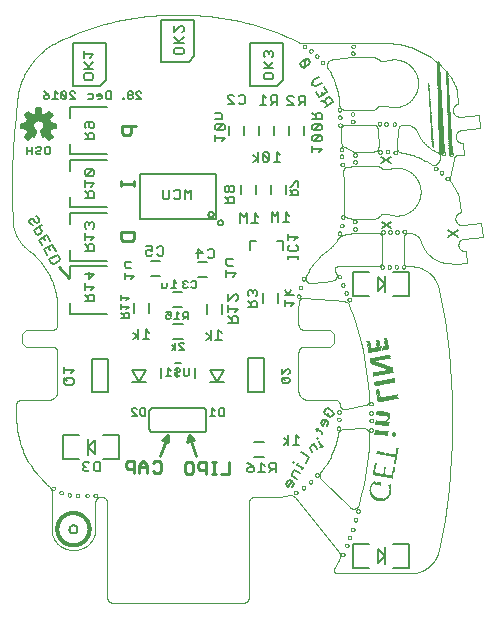
<source format=gbo>
G75*
%MOIN*%
%OFA0B0*%
%FSLAX25Y25*%
%IPPOS*%
%LPD*%
%AMOC8*
5,1,8,0,0,1.08239X$1,22.5*
%
%ADD10C,0.00197*%
%ADD11C,0.01000*%
%ADD12C,0.00700*%
%ADD13C,0.00800*%
%ADD14C,0.00394*%
%ADD15R,0.00280X0.00070*%
%ADD16R,0.00560X0.00070*%
%ADD17R,0.00910X0.00070*%
%ADD18R,0.01260X0.00070*%
%ADD19R,0.01540X0.00070*%
%ADD20R,0.01890X0.00070*%
%ADD21R,0.02240X0.00070*%
%ADD22R,0.02590X0.00070*%
%ADD23R,0.02870X0.00070*%
%ADD24R,0.03220X0.00070*%
%ADD25R,0.03500X0.00070*%
%ADD26R,0.03920X0.00070*%
%ADD27R,0.04130X0.00070*%
%ADD28R,0.04130X0.00070*%
%ADD29R,0.03920X0.00070*%
%ADD30R,0.00280X0.00070*%
%ADD31R,0.03570X0.00070*%
%ADD32R,0.00630X0.00070*%
%ADD33R,0.03290X0.00070*%
%ADD34R,0.02870X0.00070*%
%ADD35R,0.01190X0.00070*%
%ADD36R,0.02590X0.00070*%
%ADD37R,0.01540X0.00070*%
%ADD38R,0.02240X0.00070*%
%ADD39R,0.01890X0.00070*%
%ADD40R,0.01960X0.00070*%
%ADD41R,0.01960X0.00070*%
%ADD42R,0.02030X0.00070*%
%ADD43R,0.01540X0.00070*%
%ADD44R,0.02100X0.00070*%
%ADD45R,0.02100X0.00070*%
%ADD46R,0.01470X0.00070*%
%ADD47R,0.02170X0.00070*%
%ADD48R,0.01470X0.00070*%
%ADD49R,0.02170X0.00070*%
%ADD50R,0.01540X0.00070*%
%ADD51R,0.02310X0.00070*%
%ADD52R,0.00140X0.00070*%
%ADD53R,0.02310X0.00070*%
%ADD54R,0.00560X0.00070*%
%ADD55R,0.00840X0.00070*%
%ADD56R,0.02380X0.00070*%
%ADD57R,0.01190X0.00070*%
%ADD58R,0.02450X0.00070*%
%ADD59R,0.01330X0.00070*%
%ADD60R,0.02450X0.00070*%
%ADD61R,0.01470X0.00070*%
%ADD62R,0.01400X0.00070*%
%ADD63R,0.02520X0.00070*%
%ADD64R,0.01470X0.00070*%
%ADD65R,0.00350X0.00070*%
%ADD66R,0.01400X0.00070*%
%ADD67R,0.02520X0.00070*%
%ADD68R,0.01330X0.00070*%
%ADD69R,0.02590X0.00070*%
%ADD70R,0.02660X0.00070*%
%ADD71R,0.02940X0.00070*%
%ADD72R,0.02660X0.00070*%
%ADD73R,0.00350X0.00070*%
%ADD74R,0.03290X0.00070*%
%ADD75R,0.00700X0.00070*%
%ADD76R,0.03570X0.00070*%
%ADD77R,0.00980X0.00070*%
%ADD78R,0.02800X0.00070*%
%ADD79R,0.03850X0.00070*%
%ADD80R,0.02800X0.00070*%
%ADD81R,0.01610X0.00070*%
%ADD82R,0.01610X0.00070*%
%ADD83R,0.01050X0.00070*%
%ADD84R,0.01260X0.00070*%
%ADD85R,0.03990X0.00070*%
%ADD86R,0.00840X0.00070*%
%ADD87R,0.00210X0.00070*%
%ADD88R,0.03920X0.00070*%
%ADD89R,0.00490X0.00070*%
%ADD90R,0.03920X0.00070*%
%ADD91R,0.00840X0.00070*%
%ADD92R,0.01120X0.00070*%
%ADD93R,0.00770X0.00070*%
%ADD94R,0.01120X0.00070*%
%ADD95R,0.03990X0.00070*%
%ADD96R,0.00770X0.00070*%
%ADD97R,0.00770X0.00070*%
%ADD98R,0.01820X0.00070*%
%ADD99R,0.03080X0.00070*%
%ADD100R,0.00910X0.00070*%
%ADD101R,0.03570X0.00070*%
%ADD102R,0.03990X0.00070*%
%ADD103R,0.04200X0.00070*%
%ADD104R,0.02870X0.00070*%
%ADD105R,0.01190X0.00070*%
%ADD106R,0.03150X0.00070*%
%ADD107R,0.03570X0.00070*%
%ADD108R,0.00980X0.00070*%
%ADD109R,0.04200X0.00070*%
%ADD110R,0.03500X0.00070*%
%ADD111R,0.03290X0.00070*%
%ADD112R,0.03780X0.00070*%
%ADD113R,0.02940X0.00070*%
%ADD114R,0.01050X0.00070*%
%ADD115R,0.02380X0.00070*%
%ADD116R,0.04410X0.00070*%
%ADD117R,0.00420X0.00070*%
%ADD118R,0.04410X0.00070*%
%ADD119R,0.04340X0.00070*%
%ADD120R,0.00140X0.00070*%
%ADD121R,0.01120X0.00070*%
%ADD122R,0.03640X0.00070*%
%ADD123R,0.03010X0.00070*%
%ADD124R,0.01190X0.00070*%
%ADD125R,0.01120X0.00070*%
%ADD126R,0.00070X0.00070*%
%ADD127R,0.01680X0.00070*%
%ADD128R,0.04060X0.00070*%
%ADD129R,0.03710X0.00070*%
%ADD130R,0.03430X0.00070*%
%ADD131R,0.02730X0.00070*%
%ADD132R,0.02730X0.00070*%
%ADD133R,0.01750X0.00070*%
%ADD134R,0.03360X0.00070*%
%ADD135R,0.03430X0.00070*%
%ADD136R,0.03360X0.00070*%
%ADD137R,0.00490X0.00070*%
%ADD138R,0.00070X0.00070*%
%ADD139R,0.01890X0.00070*%
%ADD140R,0.02170X0.00070*%
%ADD141R,0.00700X0.00070*%
%ADD142R,0.02520X0.00070*%
%ADD143R,0.00770X0.00070*%
%ADD144R,0.01750X0.00070*%
%ADD145R,0.02520X0.00070*%
%ADD146R,0.00420X0.00070*%
%ADD147R,0.02590X0.00070*%
%ADD148R,0.00070X0.00070*%
%ADD149R,0.02170X0.00070*%
%ADD150R,0.01820X0.00070*%
%ADD151R,0.02030X0.00070*%
%ADD152R,0.00630X0.00070*%
%ADD153R,0.03780X0.00070*%
%ADD154R,0.03220X0.00070*%
%ADD155R,0.03080X0.00070*%
%ADD156R,0.00210X0.00070*%
%ADD157R,0.04340X0.00070*%
%ADD158R,0.05110X0.00070*%
%ADD159R,0.04550X0.00070*%
%ADD160C,0.00000*%
%ADD161C,0.01200*%
%ADD162C,0.00709*%
%ADD163C,0.01100*%
%ADD164C,0.00945*%
%ADD165C,0.00600*%
%ADD166C,0.00591*%
%ADD167C,0.00500*%
D10*
X0028953Y0029365D02*
X0029740Y0029365D01*
X0029906Y0029367D01*
X0030073Y0029373D01*
X0030239Y0029383D01*
X0030405Y0029397D01*
X0030570Y0029415D01*
X0030736Y0029437D01*
X0030900Y0029463D01*
X0031064Y0029493D01*
X0031227Y0029527D01*
X0031389Y0029565D01*
X0031550Y0029607D01*
X0031710Y0029653D01*
X0031869Y0029702D01*
X0032027Y0029756D01*
X0032183Y0029813D01*
X0032338Y0029874D01*
X0032492Y0029938D01*
X0032643Y0030007D01*
X0032794Y0030079D01*
X0032942Y0030154D01*
X0033088Y0030233D01*
X0033233Y0030316D01*
X0033375Y0030402D01*
X0033516Y0030492D01*
X0033654Y0030585D01*
X0033790Y0030681D01*
X0033923Y0030780D01*
X0034054Y0030883D01*
X0034183Y0030989D01*
X0034309Y0031098D01*
X0034432Y0031210D01*
X0034553Y0031325D01*
X0034670Y0031442D01*
X0034785Y0031563D01*
X0034897Y0031686D01*
X0035006Y0031812D01*
X0035112Y0031941D01*
X0035215Y0032072D01*
X0035314Y0032205D01*
X0035410Y0032341D01*
X0035503Y0032479D01*
X0035593Y0032620D01*
X0035679Y0032762D01*
X0035762Y0032907D01*
X0035841Y0033053D01*
X0035916Y0033201D01*
X0035988Y0033352D01*
X0036057Y0033503D01*
X0036121Y0033657D01*
X0036182Y0033812D01*
X0036239Y0033968D01*
X0036293Y0034126D01*
X0036342Y0034285D01*
X0036388Y0034445D01*
X0036430Y0034606D01*
X0036468Y0034768D01*
X0036502Y0034931D01*
X0036532Y0035095D01*
X0036558Y0035259D01*
X0036580Y0035425D01*
X0036598Y0035590D01*
X0036612Y0035756D01*
X0036622Y0035922D01*
X0036628Y0036089D01*
X0036630Y0036255D01*
X0036630Y0045113D01*
X0038598Y0047082D02*
X0038684Y0047080D01*
X0038770Y0047075D01*
X0038855Y0047065D01*
X0038940Y0047052D01*
X0039024Y0047035D01*
X0039108Y0047015D01*
X0039190Y0046991D01*
X0039271Y0046963D01*
X0039352Y0046932D01*
X0039430Y0046898D01*
X0039507Y0046860D01*
X0039583Y0046818D01*
X0039656Y0046774D01*
X0039727Y0046726D01*
X0039797Y0046675D01*
X0039864Y0046621D01*
X0039928Y0046565D01*
X0039990Y0046505D01*
X0040050Y0046443D01*
X0040106Y0046379D01*
X0040160Y0046312D01*
X0040211Y0046242D01*
X0040259Y0046171D01*
X0040303Y0046098D01*
X0040345Y0046022D01*
X0040383Y0045945D01*
X0040417Y0045867D01*
X0040448Y0045786D01*
X0040476Y0045705D01*
X0040500Y0045623D01*
X0040520Y0045539D01*
X0040537Y0045455D01*
X0040550Y0045370D01*
X0040560Y0045285D01*
X0040565Y0045199D01*
X0040567Y0045113D01*
X0040567Y0013617D01*
X0040566Y0013617D02*
X0040568Y0013531D01*
X0040573Y0013445D01*
X0040583Y0013360D01*
X0040596Y0013275D01*
X0040613Y0013191D01*
X0040633Y0013107D01*
X0040657Y0013025D01*
X0040685Y0012944D01*
X0040716Y0012863D01*
X0040750Y0012785D01*
X0040788Y0012708D01*
X0040830Y0012633D01*
X0040874Y0012559D01*
X0040922Y0012488D01*
X0040973Y0012418D01*
X0041027Y0012351D01*
X0041083Y0012287D01*
X0041143Y0012225D01*
X0041205Y0012165D01*
X0041269Y0012109D01*
X0041336Y0012055D01*
X0041406Y0012004D01*
X0041477Y0011956D01*
X0041551Y0011912D01*
X0041626Y0011870D01*
X0041703Y0011832D01*
X0041781Y0011798D01*
X0041862Y0011767D01*
X0041943Y0011739D01*
X0042025Y0011715D01*
X0042109Y0011695D01*
X0042193Y0011678D01*
X0042278Y0011665D01*
X0042363Y0011655D01*
X0042449Y0011650D01*
X0042535Y0011648D01*
X0085843Y0011648D01*
X0085929Y0011650D01*
X0086015Y0011655D01*
X0086100Y0011665D01*
X0086185Y0011678D01*
X0086269Y0011695D01*
X0086353Y0011715D01*
X0086435Y0011739D01*
X0086516Y0011767D01*
X0086597Y0011798D01*
X0086675Y0011832D01*
X0086752Y0011870D01*
X0086828Y0011912D01*
X0086901Y0011956D01*
X0086972Y0012004D01*
X0087042Y0012055D01*
X0087109Y0012109D01*
X0087173Y0012165D01*
X0087235Y0012225D01*
X0087295Y0012287D01*
X0087351Y0012351D01*
X0087405Y0012418D01*
X0087456Y0012488D01*
X0087504Y0012559D01*
X0087548Y0012632D01*
X0087590Y0012708D01*
X0087628Y0012785D01*
X0087662Y0012863D01*
X0087693Y0012944D01*
X0087721Y0013025D01*
X0087745Y0013107D01*
X0087765Y0013191D01*
X0087782Y0013275D01*
X0087795Y0013360D01*
X0087805Y0013445D01*
X0087810Y0013531D01*
X0087812Y0013617D01*
X0087811Y0013617D02*
X0087811Y0045113D01*
X0087813Y0045199D01*
X0087818Y0045285D01*
X0087828Y0045370D01*
X0087841Y0045455D01*
X0087858Y0045539D01*
X0087878Y0045623D01*
X0087902Y0045705D01*
X0087930Y0045786D01*
X0087961Y0045867D01*
X0087995Y0045945D01*
X0088033Y0046022D01*
X0088075Y0046098D01*
X0088119Y0046171D01*
X0088167Y0046242D01*
X0088218Y0046312D01*
X0088272Y0046379D01*
X0088328Y0046443D01*
X0088388Y0046505D01*
X0088450Y0046565D01*
X0088514Y0046621D01*
X0088581Y0046675D01*
X0088651Y0046726D01*
X0088722Y0046774D01*
X0088796Y0046818D01*
X0088871Y0046860D01*
X0088948Y0046898D01*
X0089026Y0046932D01*
X0089107Y0046963D01*
X0089188Y0046991D01*
X0089270Y0047015D01*
X0089354Y0047035D01*
X0089438Y0047052D01*
X0089523Y0047065D01*
X0089608Y0047075D01*
X0089694Y0047080D01*
X0089780Y0047082D01*
X0089780Y0047081D02*
X0097260Y0047081D01*
X0100803Y0047475D02*
X0101156Y0047563D01*
X0101155Y0047563D02*
X0101240Y0047582D01*
X0101324Y0047598D01*
X0101410Y0047609D01*
X0101496Y0047617D01*
X0101582Y0047621D01*
X0101668Y0047622D01*
X0101754Y0047618D01*
X0101840Y0047611D01*
X0101926Y0047600D01*
X0102011Y0047585D01*
X0102095Y0047567D01*
X0102178Y0047545D01*
X0102260Y0047519D01*
X0102342Y0047490D01*
X0102421Y0047457D01*
X0102500Y0047421D01*
X0102576Y0047381D01*
X0102651Y0047338D01*
X0102724Y0047292D01*
X0102794Y0047243D01*
X0102863Y0047191D01*
X0102929Y0047135D01*
X0102993Y0047077D01*
X0103054Y0047016D01*
X0103112Y0046953D01*
X0103168Y0046887D01*
X0103167Y0046887D02*
X0117875Y0028592D01*
X0117925Y0028528D01*
X0117971Y0028462D01*
X0118014Y0028393D01*
X0118054Y0028323D01*
X0118091Y0028251D01*
X0118124Y0028177D01*
X0118154Y0028102D01*
X0118180Y0028025D01*
X0118203Y0027947D01*
X0118223Y0027869D01*
X0118238Y0027789D01*
X0118250Y0027709D01*
X0118258Y0027629D01*
X0118263Y0027548D01*
X0118264Y0027467D01*
X0118261Y0027386D01*
X0118254Y0027305D01*
X0118244Y0027225D01*
X0118230Y0027145D01*
X0118212Y0027066D01*
X0118191Y0026988D01*
X0118166Y0026911D01*
X0118138Y0026835D01*
X0117732Y0025822D01*
X0116354Y0023066D01*
X0116354Y0023065D02*
X0116323Y0023010D01*
X0116295Y0022952D01*
X0116270Y0022894D01*
X0116249Y0022833D01*
X0116232Y0022772D01*
X0116219Y0022709D01*
X0116209Y0022646D01*
X0116204Y0022583D01*
X0116202Y0022519D01*
X0116204Y0022455D01*
X0116210Y0022391D01*
X0116221Y0022328D01*
X0116235Y0022266D01*
X0116252Y0022205D01*
X0116274Y0022145D01*
X0116299Y0022086D01*
X0116328Y0022029D01*
X0116360Y0021974D01*
X0116395Y0021921D01*
X0116434Y0021870D01*
X0116476Y0021822D01*
X0116520Y0021776D01*
X0116568Y0021733D01*
X0116617Y0021693D01*
X0116670Y0021657D01*
X0116724Y0021623D01*
X0116780Y0021593D01*
X0116839Y0021567D01*
X0116898Y0021544D01*
X0116959Y0021525D01*
X0117021Y0021509D01*
X0117084Y0021498D01*
X0117147Y0021490D01*
X0117211Y0021486D01*
X0117275Y0021487D01*
X0117338Y0021491D01*
X0117339Y0021491D02*
X0141354Y0021491D01*
X0141594Y0021491D01*
X0141833Y0021496D01*
X0142072Y0021507D01*
X0142311Y0021524D01*
X0142550Y0021547D01*
X0142788Y0021575D01*
X0143025Y0021609D01*
X0143261Y0021649D01*
X0143497Y0021695D01*
X0143731Y0021746D01*
X0143963Y0021803D01*
X0144195Y0021866D01*
X0144424Y0021934D01*
X0144652Y0022007D01*
X0144879Y0022086D01*
X0145103Y0022171D01*
X0145325Y0022261D01*
X0145545Y0022356D01*
X0145762Y0022457D01*
X0145977Y0022563D01*
X0146190Y0022674D01*
X0146399Y0022790D01*
X0146606Y0022911D01*
X0146810Y0023037D01*
X0147010Y0023168D01*
X0147208Y0023303D01*
X0147402Y0023444D01*
X0147593Y0023589D01*
X0147780Y0023739D01*
X0147963Y0023893D01*
X0148143Y0024051D01*
X0148319Y0024214D01*
X0148490Y0024381D01*
X0148658Y0024552D01*
X0148822Y0024728D01*
X0148981Y0024907D01*
X0149136Y0025090D01*
X0149286Y0025276D01*
X0149432Y0025466D01*
X0149573Y0025660D01*
X0149710Y0025857D01*
X0149842Y0026057D01*
X0149968Y0026260D01*
X0150090Y0026466D01*
X0150207Y0026676D01*
X0150319Y0026888D01*
X0150426Y0027102D01*
X0150527Y0027319D01*
X0150623Y0027539D01*
X0150714Y0027760D01*
X0150799Y0027984D01*
X0150879Y0028210D01*
X0150954Y0028438D01*
X0151023Y0028667D01*
X0151086Y0028898D01*
X0151144Y0029131D01*
X0151196Y0029365D01*
X0124425Y0044326D02*
X0124401Y0044249D01*
X0124374Y0044173D01*
X0124343Y0044099D01*
X0124308Y0044026D01*
X0124270Y0043955D01*
X0124229Y0043886D01*
X0124185Y0043819D01*
X0124138Y0043754D01*
X0124087Y0043691D01*
X0124034Y0043631D01*
X0123978Y0043573D01*
X0123919Y0043518D01*
X0123858Y0043466D01*
X0123795Y0043417D01*
X0123729Y0043370D01*
X0123661Y0043327D01*
X0123591Y0043287D01*
X0123519Y0043251D01*
X0123446Y0043218D01*
X0123371Y0043188D01*
X0123295Y0043162D01*
X0123218Y0043139D01*
X0123140Y0043120D01*
X0123061Y0043105D01*
X0122981Y0043093D01*
X0122901Y0043086D01*
X0122821Y0043082D01*
X0122741Y0043081D01*
X0122660Y0043085D01*
X0122580Y0043092D01*
X0122501Y0043103D01*
X0122421Y0043118D01*
X0122343Y0043136D01*
X0122266Y0043158D01*
X0122190Y0043184D01*
X0122115Y0043213D01*
X0122041Y0043246D01*
X0121969Y0043282D01*
X0121899Y0043321D01*
X0121831Y0043364D01*
X0121765Y0043410D01*
X0121701Y0043459D01*
X0121639Y0043510D01*
X0121580Y0043565D01*
X0112015Y0052840D01*
X0111952Y0052893D01*
X0111892Y0052949D01*
X0111835Y0053009D01*
X0111780Y0053070D01*
X0111728Y0053135D01*
X0111680Y0053201D01*
X0111635Y0053270D01*
X0111593Y0053341D01*
X0111554Y0053414D01*
X0111519Y0053488D01*
X0111488Y0053565D01*
X0111460Y0053642D01*
X0111436Y0053721D01*
X0111416Y0053801D01*
X0111399Y0053881D01*
X0111387Y0053963D01*
X0111378Y0054045D01*
X0111373Y0054127D01*
X0111372Y0054209D01*
X0111375Y0054292D01*
X0111382Y0054374D01*
X0111393Y0054455D01*
X0111407Y0054537D01*
X0111426Y0054617D01*
X0111448Y0054696D01*
X0111474Y0054774D01*
X0111504Y0054851D01*
X0111537Y0054927D01*
X0111574Y0055000D01*
X0111614Y0055072D01*
X0111658Y0055142D01*
X0111705Y0055210D01*
X0111827Y0055349D01*
X0117535Y0067948D02*
X0117623Y0068299D01*
X0117645Y0068376D01*
X0117669Y0068452D01*
X0117698Y0068527D01*
X0117730Y0068601D01*
X0117766Y0068673D01*
X0117804Y0068743D01*
X0117847Y0068811D01*
X0117892Y0068877D01*
X0117941Y0068941D01*
X0117992Y0069002D01*
X0118046Y0069061D01*
X0118104Y0069117D01*
X0118163Y0069171D01*
X0118225Y0069221D01*
X0118290Y0069269D01*
X0118357Y0069313D01*
X0118425Y0069354D01*
X0118496Y0069392D01*
X0118568Y0069426D01*
X0118642Y0069457D01*
X0118718Y0069485D01*
X0118794Y0069509D01*
X0118872Y0069529D01*
X0118950Y0069545D01*
X0119029Y0069558D01*
X0119109Y0069567D01*
X0119189Y0069572D01*
X0126395Y0069855D01*
X0126476Y0069847D01*
X0126556Y0069835D01*
X0126636Y0069819D01*
X0126715Y0069800D01*
X0126793Y0069777D01*
X0126869Y0069750D01*
X0126945Y0069719D01*
X0127018Y0069685D01*
X0127090Y0069648D01*
X0127161Y0069607D01*
X0127229Y0069563D01*
X0127295Y0069516D01*
X0127359Y0069465D01*
X0127420Y0069412D01*
X0127479Y0069356D01*
X0127535Y0069297D01*
X0127588Y0069236D01*
X0127638Y0069172D01*
X0127685Y0069106D01*
X0127729Y0069038D01*
X0127770Y0068967D01*
X0127807Y0068895D01*
X0127841Y0068821D01*
X0127871Y0068746D01*
X0127898Y0068669D01*
X0127921Y0068591D01*
X0127940Y0068512D01*
X0127956Y0068433D01*
X0127967Y0068352D01*
X0127975Y0068272D01*
X0127979Y0068190D01*
X0127980Y0068109D01*
X0127976Y0068028D01*
X0127969Y0067947D01*
X0126626Y0077521D02*
X0120056Y0076208D01*
X0120057Y0076207D02*
X0119978Y0076194D01*
X0119900Y0076184D01*
X0119821Y0076178D01*
X0119742Y0076176D01*
X0119662Y0076178D01*
X0119583Y0076184D01*
X0119505Y0076193D01*
X0119426Y0076207D01*
X0119349Y0076224D01*
X0119273Y0076245D01*
X0119197Y0076270D01*
X0119123Y0076298D01*
X0119051Y0076330D01*
X0118980Y0076366D01*
X0118911Y0076405D01*
X0118844Y0076447D01*
X0118779Y0076493D01*
X0118717Y0076542D01*
X0118657Y0076594D01*
X0118599Y0076648D01*
X0118545Y0076706D01*
X0118493Y0076766D01*
X0118444Y0076828D01*
X0118398Y0076893D01*
X0118356Y0076960D01*
X0118317Y0077029D01*
X0118281Y0077100D01*
X0118249Y0077172D01*
X0118220Y0077246D01*
X0118196Y0077321D01*
X0118174Y0077398D01*
X0118157Y0077475D01*
X0118143Y0077553D01*
X0118134Y0077632D01*
X0118128Y0077711D01*
X0118126Y0077790D01*
X0118123Y0077869D01*
X0118116Y0077947D01*
X0118105Y0078025D01*
X0118090Y0078102D01*
X0118072Y0078178D01*
X0118050Y0078253D01*
X0118024Y0078327D01*
X0117995Y0078400D01*
X0117962Y0078471D01*
X0117926Y0078541D01*
X0117886Y0078609D01*
X0117843Y0078674D01*
X0117797Y0078738D01*
X0117748Y0078799D01*
X0117695Y0078858D01*
X0117640Y0078914D01*
X0117583Y0078967D01*
X0117523Y0079017D01*
X0117460Y0079065D01*
X0117395Y0079109D01*
X0117328Y0079150D01*
X0117259Y0079187D01*
X0117189Y0079222D01*
X0117116Y0079252D01*
X0117043Y0079280D01*
X0116968Y0079303D01*
X0116892Y0079323D01*
X0116815Y0079339D01*
X0116738Y0079351D01*
X0116660Y0079359D01*
X0116581Y0079364D01*
X0116503Y0079365D01*
X0107567Y0079365D01*
X0107459Y0079360D01*
X0107351Y0079359D01*
X0107243Y0079362D01*
X0107135Y0079368D01*
X0107027Y0079378D01*
X0106920Y0079393D01*
X0106813Y0079411D01*
X0106707Y0079432D01*
X0106602Y0079458D01*
X0106498Y0079487D01*
X0106395Y0079520D01*
X0106293Y0079557D01*
X0106193Y0079597D01*
X0106094Y0079641D01*
X0105996Y0079688D01*
X0105901Y0079739D01*
X0105807Y0079793D01*
X0105716Y0079851D01*
X0105626Y0079911D01*
X0105539Y0079975D01*
X0105454Y0080042D01*
X0105371Y0080112D01*
X0105291Y0080185D01*
X0105214Y0080260D01*
X0105139Y0080339D01*
X0105067Y0080419D01*
X0104999Y0080503D01*
X0104933Y0080589D01*
X0104870Y0080677D01*
X0104811Y0080767D01*
X0104754Y0080860D01*
X0104701Y0080954D01*
X0104652Y0081050D01*
X0104606Y0081148D01*
X0104563Y0081247D01*
X0104524Y0081348D01*
X0104489Y0081451D01*
X0104457Y0081554D01*
X0104429Y0081658D01*
X0104405Y0081764D01*
X0104385Y0081870D01*
X0104368Y0081977D01*
X0104355Y0082084D01*
X0104346Y0082192D01*
X0104346Y0095113D01*
X0104348Y0095199D01*
X0104353Y0095285D01*
X0104363Y0095370D01*
X0104376Y0095455D01*
X0104393Y0095539D01*
X0104413Y0095623D01*
X0104437Y0095705D01*
X0104465Y0095786D01*
X0104496Y0095867D01*
X0104530Y0095945D01*
X0104568Y0096022D01*
X0104610Y0096098D01*
X0104654Y0096171D01*
X0104702Y0096242D01*
X0104753Y0096312D01*
X0104807Y0096379D01*
X0104863Y0096443D01*
X0104923Y0096505D01*
X0104985Y0096565D01*
X0105049Y0096621D01*
X0105116Y0096675D01*
X0105186Y0096726D01*
X0105257Y0096774D01*
X0105331Y0096818D01*
X0105406Y0096860D01*
X0105483Y0096898D01*
X0105561Y0096932D01*
X0105642Y0096963D01*
X0105723Y0096991D01*
X0105805Y0097015D01*
X0105889Y0097035D01*
X0105973Y0097052D01*
X0106058Y0097065D01*
X0106143Y0097075D01*
X0106229Y0097080D01*
X0106315Y0097082D01*
X0106315Y0097081D02*
X0114976Y0097081D01*
X0116157Y0098262D01*
X0116157Y0101412D01*
X0114976Y0102593D01*
X0106315Y0102593D01*
X0106229Y0102595D01*
X0106143Y0102600D01*
X0106058Y0102610D01*
X0105973Y0102623D01*
X0105889Y0102640D01*
X0105805Y0102660D01*
X0105723Y0102684D01*
X0105642Y0102712D01*
X0105561Y0102743D01*
X0105483Y0102777D01*
X0105406Y0102815D01*
X0105331Y0102857D01*
X0105257Y0102901D01*
X0105186Y0102949D01*
X0105116Y0103000D01*
X0105049Y0103054D01*
X0104985Y0103110D01*
X0104923Y0103170D01*
X0104863Y0103232D01*
X0104807Y0103296D01*
X0104753Y0103363D01*
X0104702Y0103433D01*
X0104654Y0103504D01*
X0104610Y0103578D01*
X0104568Y0103653D01*
X0104530Y0103730D01*
X0104496Y0103808D01*
X0104465Y0103889D01*
X0104437Y0103970D01*
X0104413Y0104052D01*
X0104393Y0104136D01*
X0104376Y0104220D01*
X0104363Y0104305D01*
X0104353Y0104390D01*
X0104348Y0104476D01*
X0104346Y0104562D01*
X0104346Y0109680D01*
X0104543Y0112042D02*
X0104554Y0112120D01*
X0104570Y0112197D01*
X0104589Y0112274D01*
X0104611Y0112349D01*
X0104638Y0112423D01*
X0104668Y0112496D01*
X0104701Y0112567D01*
X0104738Y0112637D01*
X0104778Y0112704D01*
X0104821Y0112770D01*
X0104868Y0112834D01*
X0104917Y0112895D01*
X0104969Y0112954D01*
X0105024Y0113010D01*
X0105082Y0113063D01*
X0105142Y0113114D01*
X0105205Y0113161D01*
X0105270Y0113206D01*
X0105337Y0113247D01*
X0105405Y0113285D01*
X0105476Y0113320D01*
X0105548Y0113352D01*
X0105622Y0113379D01*
X0105697Y0113404D01*
X0105773Y0113424D01*
X0105849Y0113441D01*
X0105927Y0113454D01*
X0106005Y0113464D01*
X0106084Y0113469D01*
X0106162Y0113471D01*
X0106241Y0113469D01*
X0106319Y0113463D01*
X0106320Y0113463D02*
X0119864Y0112141D01*
X0119863Y0112141D02*
X0119943Y0112131D01*
X0120021Y0112118D01*
X0120100Y0112101D01*
X0120177Y0112080D01*
X0120253Y0112056D01*
X0120328Y0112028D01*
X0120401Y0111996D01*
X0120473Y0111961D01*
X0120543Y0111923D01*
X0120611Y0111881D01*
X0120677Y0111836D01*
X0120741Y0111788D01*
X0120803Y0111737D01*
X0120862Y0111683D01*
X0120918Y0111627D01*
X0120972Y0111567D01*
X0121023Y0111506D01*
X0121071Y0111442D01*
X0121116Y0111376D01*
X0121157Y0111307D01*
X0121195Y0111237D01*
X0121230Y0111165D01*
X0121262Y0111092D01*
X0121669Y0110073D01*
X0104544Y0112042D02*
X0104501Y0111808D01*
X0104463Y0111574D01*
X0104430Y0111339D01*
X0104402Y0111103D01*
X0104380Y0110866D01*
X0104363Y0110629D01*
X0104351Y0110392D01*
X0104345Y0110155D01*
X0104343Y0109917D01*
X0104347Y0109680D01*
X0108874Y0118193D02*
X0115559Y0119131D01*
X0115559Y0119132D02*
X0115638Y0119140D01*
X0115718Y0119152D01*
X0115796Y0119168D01*
X0115874Y0119188D01*
X0115950Y0119212D01*
X0116026Y0119239D01*
X0116100Y0119269D01*
X0116172Y0119304D01*
X0116243Y0119341D01*
X0116312Y0119382D01*
X0116378Y0119426D01*
X0116443Y0119474D01*
X0116505Y0119524D01*
X0116565Y0119577D01*
X0116622Y0119634D01*
X0116677Y0119692D01*
X0116728Y0119754D01*
X0116777Y0119817D01*
X0116822Y0119883D01*
X0116864Y0119952D01*
X0116903Y0120022D01*
X0116939Y0120093D01*
X0116971Y0120167D01*
X0116999Y0120242D01*
X0117024Y0120318D01*
X0117046Y0120395D01*
X0117063Y0120473D01*
X0117077Y0120552D01*
X0117087Y0120632D01*
X0117093Y0120712D01*
X0117095Y0120792D01*
X0117093Y0120872D01*
X0117088Y0120952D01*
X0117079Y0121031D01*
X0117066Y0121110D01*
X0117049Y0121189D01*
X0117028Y0121266D01*
X0117004Y0121342D01*
X0116976Y0121418D01*
X0116945Y0121491D01*
X0116551Y0122278D01*
X0116521Y0122334D01*
X0116495Y0122391D01*
X0116472Y0122450D01*
X0116453Y0122510D01*
X0116437Y0122571D01*
X0116425Y0122633D01*
X0116417Y0122695D01*
X0116412Y0122758D01*
X0116411Y0122821D01*
X0116414Y0122884D01*
X0116421Y0122947D01*
X0116431Y0123009D01*
X0116445Y0123070D01*
X0116463Y0123131D01*
X0116484Y0123190D01*
X0116509Y0123248D01*
X0116537Y0123305D01*
X0116569Y0123359D01*
X0116603Y0123412D01*
X0116641Y0123462D01*
X0116682Y0123511D01*
X0116725Y0123556D01*
X0116772Y0123599D01*
X0116820Y0123639D01*
X0116871Y0123676D01*
X0116924Y0123710D01*
X0116979Y0123741D01*
X0117036Y0123769D01*
X0117094Y0123793D01*
X0117154Y0123813D01*
X0117215Y0123830D01*
X0117276Y0123843D01*
X0117338Y0123853D01*
X0117339Y0123853D02*
X0130724Y0123853D01*
X0130801Y0123855D01*
X0130878Y0123861D01*
X0130955Y0123870D01*
X0131031Y0123883D01*
X0131107Y0123900D01*
X0131181Y0123921D01*
X0131255Y0123945D01*
X0131327Y0123973D01*
X0131397Y0124004D01*
X0131466Y0124039D01*
X0131534Y0124077D01*
X0131599Y0124118D01*
X0131662Y0124163D01*
X0131723Y0124211D01*
X0131782Y0124261D01*
X0131838Y0124314D01*
X0131891Y0124370D01*
X0131941Y0124429D01*
X0131989Y0124490D01*
X0132034Y0124553D01*
X0132075Y0124618D01*
X0132113Y0124686D01*
X0132148Y0124755D01*
X0132179Y0124825D01*
X0132207Y0124897D01*
X0132231Y0124971D01*
X0132252Y0125045D01*
X0132269Y0125121D01*
X0132282Y0125197D01*
X0132291Y0125274D01*
X0132297Y0125351D01*
X0132299Y0125428D01*
X0132299Y0133400D01*
X0132297Y0133477D01*
X0132291Y0133554D01*
X0132282Y0133631D01*
X0132269Y0133707D01*
X0132252Y0133783D01*
X0132231Y0133857D01*
X0132207Y0133931D01*
X0132179Y0134003D01*
X0132148Y0134073D01*
X0132113Y0134142D01*
X0132075Y0134210D01*
X0132034Y0134275D01*
X0131989Y0134338D01*
X0131941Y0134399D01*
X0131891Y0134458D01*
X0131838Y0134514D01*
X0131782Y0134567D01*
X0131723Y0134617D01*
X0131662Y0134665D01*
X0131599Y0134710D01*
X0131534Y0134751D01*
X0131466Y0134789D01*
X0131397Y0134824D01*
X0131327Y0134855D01*
X0131255Y0134883D01*
X0131181Y0134907D01*
X0131107Y0134928D01*
X0131031Y0134945D01*
X0130955Y0134958D01*
X0130878Y0134967D01*
X0130801Y0134973D01*
X0130724Y0134975D01*
X0123047Y0134975D01*
X0122779Y0134926D02*
X0118800Y0134143D01*
X0117637Y0133308D02*
X0117240Y0132613D01*
X0117637Y0133307D02*
X0117679Y0133378D01*
X0117725Y0133446D01*
X0117774Y0133512D01*
X0117826Y0133575D01*
X0117881Y0133636D01*
X0117938Y0133694D01*
X0117999Y0133750D01*
X0118062Y0133802D01*
X0118127Y0133852D01*
X0118195Y0133898D01*
X0118265Y0133941D01*
X0118337Y0133980D01*
X0118410Y0134016D01*
X0118486Y0134049D01*
X0118562Y0134078D01*
X0118640Y0134103D01*
X0118719Y0134125D01*
X0118799Y0134143D01*
X0122779Y0134926D02*
X0122845Y0134943D01*
X0122912Y0134957D01*
X0122979Y0134968D01*
X0123047Y0134975D01*
X0123082Y0139680D02*
X0129228Y0139680D01*
X0131984Y0141255D02*
X0134346Y0141255D01*
X0131984Y0141255D02*
X0131922Y0141159D01*
X0131856Y0141066D01*
X0131788Y0140975D01*
X0131716Y0140886D01*
X0131642Y0140800D01*
X0131564Y0140716D01*
X0131484Y0140635D01*
X0131401Y0140557D01*
X0131316Y0140482D01*
X0131228Y0140409D01*
X0131137Y0140340D01*
X0131045Y0140274D01*
X0130950Y0140211D01*
X0130853Y0140151D01*
X0130754Y0140094D01*
X0130653Y0140041D01*
X0130550Y0139991D01*
X0130446Y0139945D01*
X0130341Y0139903D01*
X0130234Y0139863D01*
X0130125Y0139828D01*
X0130016Y0139796D01*
X0129905Y0139768D01*
X0129794Y0139744D01*
X0129682Y0139724D01*
X0129569Y0139707D01*
X0129456Y0139694D01*
X0129342Y0139685D01*
X0129228Y0139680D01*
X0123082Y0139680D02*
X0123006Y0139682D01*
X0122930Y0139687D01*
X0122855Y0139697D01*
X0122780Y0139709D01*
X0122779Y0139709D02*
X0120759Y0140104D01*
X0120759Y0140105D02*
X0120680Y0140122D01*
X0120602Y0140143D01*
X0120524Y0140168D01*
X0120449Y0140197D01*
X0120374Y0140229D01*
X0120301Y0140265D01*
X0120231Y0140304D01*
X0120162Y0140346D01*
X0120095Y0140392D01*
X0120030Y0140441D01*
X0119968Y0140493D01*
X0119908Y0140548D01*
X0119851Y0140606D01*
X0119797Y0140666D01*
X0119746Y0140729D01*
X0119698Y0140794D01*
X0119653Y0140862D01*
X0119611Y0140931D01*
X0119573Y0141002D01*
X0119538Y0141076D01*
X0119507Y0141150D01*
X0119479Y0141227D01*
X0119455Y0141304D01*
X0119435Y0141383D01*
X0119419Y0141462D01*
X0119406Y0141542D01*
X0119397Y0141623D01*
X0119392Y0141703D01*
X0119391Y0141784D01*
X0119394Y0141865D01*
X0119394Y0141866D02*
X0119406Y0142062D01*
X0119504Y0144719D01*
X0119239Y0155245D02*
X0119235Y0155327D01*
X0119234Y0155408D01*
X0119237Y0155490D01*
X0119244Y0155571D01*
X0119255Y0155652D01*
X0119269Y0155732D01*
X0119287Y0155812D01*
X0119309Y0155891D01*
X0119334Y0155968D01*
X0119363Y0156045D01*
X0119395Y0156120D01*
X0119431Y0156193D01*
X0119470Y0156265D01*
X0119512Y0156334D01*
X0119558Y0156402D01*
X0119606Y0156468D01*
X0119658Y0156531D01*
X0119712Y0156592D01*
X0119769Y0156650D01*
X0119829Y0156706D01*
X0119891Y0156759D01*
X0119956Y0156808D01*
X0120023Y0156855D01*
X0120092Y0156899D01*
X0120163Y0156939D01*
X0120235Y0156977D01*
X0120310Y0157010D01*
X0120385Y0157041D01*
X0120462Y0157068D01*
X0120541Y0157091D01*
X0120620Y0157110D01*
X0120700Y0157126D01*
X0120781Y0157139D01*
X0120781Y0157138D02*
X0122949Y0157416D01*
X0130016Y0157396D01*
X0132378Y0156215D02*
X0134346Y0156215D01*
X0132378Y0156216D02*
X0132318Y0156298D01*
X0132254Y0156378D01*
X0132188Y0156455D01*
X0132119Y0156530D01*
X0132048Y0156602D01*
X0131973Y0156672D01*
X0131897Y0156739D01*
X0131818Y0156804D01*
X0131736Y0156865D01*
X0131653Y0156923D01*
X0131567Y0156978D01*
X0131480Y0157030D01*
X0131390Y0157079D01*
X0131299Y0157125D01*
X0131206Y0157167D01*
X0131112Y0157206D01*
X0131017Y0157241D01*
X0130920Y0157273D01*
X0130822Y0157301D01*
X0130723Y0157326D01*
X0130623Y0157347D01*
X0130523Y0157365D01*
X0130422Y0157379D01*
X0130321Y0157389D01*
X0130219Y0157395D01*
X0130117Y0157398D01*
X0130015Y0157397D01*
X0129473Y0162140D02*
X0122949Y0162140D01*
X0119759Y0163550D01*
X0119682Y0163587D01*
X0119607Y0163626D01*
X0119533Y0163669D01*
X0119462Y0163716D01*
X0119392Y0163765D01*
X0119326Y0163818D01*
X0119261Y0163874D01*
X0119199Y0163933D01*
X0119140Y0163994D01*
X0119084Y0164058D01*
X0119030Y0164125D01*
X0118980Y0164193D01*
X0118933Y0164265D01*
X0118890Y0164338D01*
X0118849Y0164413D01*
X0118812Y0164490D01*
X0118779Y0164568D01*
X0118749Y0164648D01*
X0118723Y0164729D01*
X0118701Y0164812D01*
X0118683Y0164895D01*
X0118668Y0164979D01*
X0118657Y0165063D01*
X0118650Y0165148D01*
X0118618Y0165684D01*
X0118520Y0167751D01*
X0118428Y0169304D01*
X0118429Y0169305D02*
X0118426Y0169386D01*
X0118427Y0169467D01*
X0118432Y0169548D01*
X0118441Y0169628D01*
X0118454Y0169709D01*
X0118470Y0169788D01*
X0118490Y0169867D01*
X0118514Y0169944D01*
X0118542Y0170020D01*
X0118573Y0170095D01*
X0118608Y0170168D01*
X0118647Y0170240D01*
X0118688Y0170309D01*
X0118733Y0170377D01*
X0118782Y0170442D01*
X0118833Y0170505D01*
X0118887Y0170565D01*
X0118944Y0170623D01*
X0119004Y0170678D01*
X0119066Y0170730D01*
X0119131Y0170779D01*
X0119198Y0170825D01*
X0119267Y0170867D01*
X0119338Y0170906D01*
X0119411Y0170942D01*
X0119486Y0170974D01*
X0119562Y0171003D01*
X0119639Y0171027D01*
X0119717Y0171049D01*
X0119796Y0171066D01*
X0119876Y0171080D01*
X0119957Y0171089D01*
X0120038Y0171095D01*
X0120119Y0171097D01*
X0129217Y0171097D01*
X0129295Y0171095D01*
X0129372Y0171089D01*
X0129449Y0171080D01*
X0129525Y0171067D01*
X0129601Y0171049D01*
X0129676Y0171029D01*
X0129749Y0171004D01*
X0129822Y0170976D01*
X0129892Y0170945D01*
X0129962Y0170910D01*
X0130029Y0170871D01*
X0130095Y0170830D01*
X0130158Y0170785D01*
X0130219Y0170737D01*
X0130278Y0170686D01*
X0130334Y0170633D01*
X0130387Y0170576D01*
X0130437Y0170518D01*
X0130485Y0170456D01*
X0130529Y0170393D01*
X0130571Y0170327D01*
X0130609Y0170259D01*
X0130643Y0170190D01*
X0130674Y0170119D01*
X0130702Y0170046D01*
X0130726Y0169973D01*
X0130746Y0169898D01*
X0130763Y0169822D01*
X0130776Y0169746D01*
X0130785Y0169669D01*
X0130790Y0169591D01*
X0130791Y0169592D02*
X0131046Y0163784D01*
X0131048Y0163707D01*
X0131046Y0163630D01*
X0131040Y0163553D01*
X0131030Y0163477D01*
X0131016Y0163401D01*
X0130999Y0163326D01*
X0130978Y0163252D01*
X0130954Y0163179D01*
X0130926Y0163107D01*
X0130894Y0163036D01*
X0130859Y0162968D01*
X0130821Y0162901D01*
X0130780Y0162836D01*
X0130735Y0162773D01*
X0130688Y0162712D01*
X0130637Y0162654D01*
X0130584Y0162598D01*
X0130528Y0162545D01*
X0130469Y0162495D01*
X0130409Y0162448D01*
X0130346Y0162404D01*
X0130280Y0162363D01*
X0130213Y0162325D01*
X0130144Y0162290D01*
X0130074Y0162259D01*
X0130002Y0162231D01*
X0129929Y0162207D01*
X0129854Y0162187D01*
X0129779Y0162170D01*
X0129703Y0162157D01*
X0129627Y0162148D01*
X0129550Y0162142D01*
X0129473Y0162140D01*
X0149622Y0192751D02*
X0149022Y0193181D01*
X0148412Y0193598D01*
X0147792Y0194001D01*
X0147163Y0194390D01*
X0146526Y0194763D01*
X0145880Y0195122D01*
X0145226Y0195466D01*
X0144564Y0195795D01*
X0143895Y0196108D01*
X0143218Y0196406D01*
X0142535Y0196688D01*
X0133480Y0192357D02*
X0131512Y0192357D01*
X0129150Y0193538D02*
X0122063Y0193538D01*
X0116480Y0192980D01*
X0115845Y0192861D02*
X0115194Y0192680D01*
X0115194Y0192679D02*
X0115112Y0192655D01*
X0115032Y0192626D01*
X0114953Y0192594D01*
X0114876Y0192558D01*
X0114800Y0192519D01*
X0114726Y0192477D01*
X0114654Y0192431D01*
X0114585Y0192381D01*
X0114517Y0192329D01*
X0114452Y0192274D01*
X0114390Y0192215D01*
X0114331Y0192154D01*
X0114274Y0192090D01*
X0114221Y0192024D01*
X0114170Y0191955D01*
X0114123Y0191884D01*
X0114079Y0191811D01*
X0114038Y0191736D01*
X0114001Y0191660D01*
X0113967Y0191581D01*
X0113938Y0191501D01*
X0113911Y0191420D01*
X0113889Y0191338D01*
X0113870Y0191255D01*
X0113855Y0191171D01*
X0113844Y0191086D01*
X0113837Y0191001D01*
X0113834Y0190916D01*
X0113835Y0190831D01*
X0113840Y0190746D01*
X0113848Y0190661D01*
X0113861Y0190577D01*
X0113877Y0190493D01*
X0113897Y0190410D01*
X0113921Y0190328D01*
X0113949Y0190248D01*
X0113980Y0190168D01*
X0114015Y0190090D01*
X0114053Y0190014D01*
X0114095Y0189940D01*
X0114141Y0189868D01*
X0114189Y0189798D01*
X0115845Y0192860D02*
X0115949Y0192887D01*
X0116055Y0192912D01*
X0116160Y0192933D01*
X0116267Y0192952D01*
X0116374Y0192967D01*
X0116481Y0192979D01*
X0122063Y0198262D02*
X0105596Y0198262D01*
X0105597Y0198262D02*
X0105502Y0198266D01*
X0105407Y0198274D01*
X0105313Y0198285D01*
X0105219Y0198301D01*
X0105127Y0198320D01*
X0105034Y0198343D01*
X0104943Y0198369D01*
X0104854Y0198400D01*
X0104765Y0198434D01*
X0104678Y0198471D01*
X0104592Y0198512D01*
X0104509Y0198557D01*
X0104427Y0198605D01*
X0104347Y0198656D01*
X0122063Y0198262D02*
X0132299Y0198262D01*
X0129149Y0193539D02*
X0129251Y0193540D01*
X0129353Y0193537D01*
X0129455Y0193531D01*
X0129556Y0193521D01*
X0129657Y0193507D01*
X0129757Y0193489D01*
X0129857Y0193468D01*
X0129956Y0193443D01*
X0130054Y0193415D01*
X0130151Y0193383D01*
X0130246Y0193348D01*
X0130340Y0193309D01*
X0130433Y0193267D01*
X0130524Y0193221D01*
X0130614Y0193172D01*
X0130701Y0193120D01*
X0130787Y0193065D01*
X0130870Y0193007D01*
X0130952Y0192946D01*
X0131031Y0192881D01*
X0131107Y0192814D01*
X0131182Y0192744D01*
X0131253Y0192672D01*
X0131322Y0192597D01*
X0131388Y0192520D01*
X0131452Y0192440D01*
X0131512Y0192358D01*
X0133480Y0192357D02*
X0133664Y0192423D01*
X0133850Y0192484D01*
X0134037Y0192540D01*
X0134225Y0192591D01*
X0134415Y0192638D01*
X0134606Y0192681D01*
X0134797Y0192718D01*
X0134990Y0192751D01*
X0135183Y0192779D01*
X0135377Y0192803D01*
X0135572Y0192821D01*
X0135767Y0192835D01*
X0135962Y0192844D01*
X0136157Y0192849D01*
X0136352Y0192848D01*
X0136548Y0192843D01*
X0136743Y0192833D01*
X0136938Y0192818D01*
X0137132Y0192798D01*
X0137326Y0192774D01*
X0137519Y0192745D01*
X0137712Y0192711D01*
X0137903Y0192673D01*
X0138094Y0192630D01*
X0138283Y0192582D01*
X0138471Y0192529D01*
X0138658Y0192472D01*
X0138843Y0192411D01*
X0139027Y0192344D01*
X0139209Y0192274D01*
X0139390Y0192199D01*
X0139568Y0192119D01*
X0139745Y0192035D01*
X0139919Y0191947D01*
X0140091Y0191855D01*
X0140261Y0191758D01*
X0140428Y0191658D01*
X0140593Y0191553D01*
X0140756Y0191444D01*
X0140915Y0191331D01*
X0141072Y0191215D01*
X0141226Y0191094D01*
X0141377Y0190970D01*
X0141524Y0190842D01*
X0141669Y0190711D01*
X0141810Y0190576D01*
X0141948Y0190438D01*
X0142083Y0190296D01*
X0142214Y0190151D01*
X0142341Y0190003D01*
X0142465Y0189852D01*
X0142585Y0189698D01*
X0142701Y0189541D01*
X0142814Y0189381D01*
X0142922Y0189219D01*
X0143026Y0189053D01*
X0143127Y0188886D01*
X0143223Y0188716D01*
X0143315Y0188543D01*
X0143403Y0188369D01*
X0143486Y0188192D01*
X0143565Y0188013D01*
X0143640Y0187833D01*
X0143710Y0187651D01*
X0143776Y0187467D01*
X0143837Y0187281D01*
X0143893Y0187094D01*
X0143946Y0186906D01*
X0143993Y0186716D01*
X0144036Y0186526D01*
X0144074Y0186334D01*
X0144107Y0186142D01*
X0144136Y0185948D01*
X0144160Y0185754D01*
X0144179Y0185560D01*
X0144193Y0185365D01*
X0144203Y0185170D01*
X0144207Y0184975D01*
X0144207Y0184779D01*
X0144203Y0184584D01*
X0144193Y0184389D01*
X0144179Y0184194D01*
X0144160Y0184000D01*
X0144136Y0183806D01*
X0144107Y0183612D01*
X0144074Y0183420D01*
X0144036Y0183228D01*
X0143993Y0183038D01*
X0143946Y0182848D01*
X0143893Y0182660D01*
X0143837Y0182473D01*
X0143776Y0182287D01*
X0143710Y0182103D01*
X0143640Y0181921D01*
X0143565Y0181741D01*
X0143486Y0181562D01*
X0143403Y0181385D01*
X0143315Y0181211D01*
X0143223Y0181038D01*
X0143127Y0180868D01*
X0143026Y0180701D01*
X0142922Y0180535D01*
X0142814Y0180373D01*
X0142701Y0180213D01*
X0142585Y0180056D01*
X0142465Y0179902D01*
X0142341Y0179751D01*
X0142214Y0179603D01*
X0142083Y0179458D01*
X0141948Y0179316D01*
X0141810Y0179178D01*
X0141669Y0179043D01*
X0141524Y0178912D01*
X0141377Y0178784D01*
X0141226Y0178660D01*
X0141072Y0178539D01*
X0140915Y0178423D01*
X0140756Y0178310D01*
X0140593Y0178201D01*
X0140428Y0178096D01*
X0140261Y0177996D01*
X0140091Y0177899D01*
X0139919Y0177807D01*
X0139745Y0177719D01*
X0139568Y0177635D01*
X0139390Y0177555D01*
X0139209Y0177480D01*
X0139027Y0177410D01*
X0138843Y0177343D01*
X0138658Y0177282D01*
X0138471Y0177225D01*
X0138283Y0177172D01*
X0138094Y0177124D01*
X0137903Y0177081D01*
X0137712Y0177043D01*
X0137519Y0177009D01*
X0137326Y0176980D01*
X0137132Y0176956D01*
X0136938Y0176936D01*
X0136743Y0176921D01*
X0136548Y0176911D01*
X0136352Y0176906D01*
X0136157Y0176905D01*
X0135962Y0176910D01*
X0135767Y0176919D01*
X0135572Y0176933D01*
X0135377Y0176951D01*
X0135183Y0176975D01*
X0134990Y0177003D01*
X0134797Y0177036D01*
X0134606Y0177073D01*
X0134415Y0177116D01*
X0134225Y0177163D01*
X0134037Y0177214D01*
X0133850Y0177270D01*
X0133664Y0177331D01*
X0133480Y0177397D01*
X0133480Y0177396D02*
X0131118Y0177396D01*
X0128362Y0175822D02*
X0122142Y0175822D01*
X0121985Y0175829D02*
X0119480Y0176080D01*
X0119480Y0176079D02*
X0119399Y0176089D01*
X0119318Y0176103D01*
X0119238Y0176121D01*
X0119160Y0176143D01*
X0119082Y0176169D01*
X0119006Y0176198D01*
X0118931Y0176231D01*
X0118858Y0176268D01*
X0118787Y0176308D01*
X0118717Y0176351D01*
X0118650Y0176398D01*
X0118586Y0176448D01*
X0118524Y0176501D01*
X0118464Y0176557D01*
X0118408Y0176616D01*
X0118354Y0176678D01*
X0118303Y0176742D01*
X0118256Y0176808D01*
X0118211Y0176877D01*
X0118170Y0176948D01*
X0118133Y0177020D01*
X0118099Y0177095D01*
X0118069Y0177171D01*
X0118043Y0177248D01*
X0118020Y0177326D01*
X0118001Y0177406D01*
X0117986Y0177486D01*
X0117975Y0177567D01*
X0117976Y0177568D02*
X0117929Y0177987D01*
X0121985Y0175829D02*
X0122064Y0175823D01*
X0122142Y0175821D01*
X0128362Y0175822D02*
X0128476Y0175827D01*
X0128590Y0175836D01*
X0128703Y0175849D01*
X0128816Y0175866D01*
X0128928Y0175886D01*
X0129039Y0175910D01*
X0129150Y0175938D01*
X0129259Y0175970D01*
X0129368Y0176005D01*
X0129475Y0176045D01*
X0129580Y0176087D01*
X0129684Y0176133D01*
X0129787Y0176183D01*
X0129888Y0176236D01*
X0129987Y0176293D01*
X0130084Y0176353D01*
X0130179Y0176416D01*
X0130271Y0176482D01*
X0130362Y0176551D01*
X0130450Y0176624D01*
X0130535Y0176699D01*
X0130618Y0176777D01*
X0130698Y0176858D01*
X0130776Y0176942D01*
X0130850Y0177028D01*
X0130922Y0177117D01*
X0130990Y0177208D01*
X0131056Y0177301D01*
X0131118Y0177397D01*
X0149622Y0192751D02*
X0150032Y0192450D01*
X0150434Y0192139D01*
X0150828Y0191819D01*
X0151214Y0191489D01*
X0151592Y0191150D01*
X0151962Y0190802D01*
X0152323Y0190444D01*
X0152675Y0190078D01*
X0153018Y0189704D01*
X0153352Y0189321D01*
X0153676Y0188930D01*
X0153991Y0188531D01*
X0154296Y0188125D01*
X0154590Y0187711D01*
X0154875Y0187291D01*
X0155149Y0186863D01*
X0155412Y0186429D01*
X0155665Y0185988D01*
X0155907Y0185542D01*
X0156138Y0185089D01*
X0156358Y0184631D01*
X0156567Y0184168D01*
X0156764Y0183700D01*
X0156949Y0183227D01*
X0157123Y0182750D01*
X0157687Y0178013D01*
X0157597Y0178001D01*
X0157508Y0177984D01*
X0157419Y0177964D01*
X0157331Y0177941D01*
X0157245Y0177914D01*
X0157160Y0177883D01*
X0157076Y0177848D01*
X0156994Y0177810D01*
X0156913Y0177768D01*
X0156834Y0177723D01*
X0156758Y0177675D01*
X0156683Y0177624D01*
X0156611Y0177569D01*
X0156540Y0177512D01*
X0156473Y0177451D01*
X0156408Y0177388D01*
X0156346Y0177322D01*
X0156287Y0177253D01*
X0156230Y0177182D01*
X0156177Y0177109D01*
X0156127Y0177033D01*
X0156080Y0176955D01*
X0156037Y0176876D01*
X0155996Y0176795D01*
X0155960Y0176712D01*
X0155927Y0176627D01*
X0155897Y0176541D01*
X0155872Y0176454D01*
X0155850Y0176366D01*
X0155831Y0176278D01*
X0155817Y0176188D01*
X0155806Y0176098D01*
X0155799Y0176008D01*
X0155796Y0175917D01*
X0155797Y0175826D01*
X0155802Y0175736D01*
X0155810Y0175646D01*
X0155822Y0175556D01*
X0155839Y0175467D01*
X0155859Y0175378D01*
X0155882Y0175290D01*
X0155909Y0175204D01*
X0155940Y0175119D01*
X0155975Y0175035D01*
X0156013Y0174953D01*
X0156055Y0174872D01*
X0156100Y0174793D01*
X0156148Y0174717D01*
X0156199Y0174642D01*
X0156254Y0174570D01*
X0156311Y0174499D01*
X0156372Y0174432D01*
X0156435Y0174367D01*
X0156501Y0174305D01*
X0156570Y0174246D01*
X0156641Y0174189D01*
X0156714Y0174136D01*
X0156790Y0174086D01*
X0156868Y0174039D01*
X0156947Y0173996D01*
X0157028Y0173955D01*
X0157111Y0173919D01*
X0157196Y0173886D01*
X0157282Y0173856D01*
X0157369Y0173831D01*
X0157457Y0173809D01*
X0157545Y0173790D01*
X0157635Y0173776D01*
X0157725Y0173765D01*
X0157815Y0173758D01*
X0157906Y0173755D01*
X0157997Y0173756D01*
X0158087Y0173761D01*
X0158177Y0173769D01*
X0158178Y0173769D02*
X0164449Y0174422D01*
X0164977Y0169932D01*
X0158705Y0169279D01*
X0158706Y0169279D02*
X0158616Y0169267D01*
X0158527Y0169250D01*
X0158438Y0169230D01*
X0158350Y0169207D01*
X0158264Y0169180D01*
X0158179Y0169149D01*
X0158095Y0169114D01*
X0158013Y0169076D01*
X0157932Y0169034D01*
X0157853Y0168989D01*
X0157777Y0168941D01*
X0157702Y0168890D01*
X0157630Y0168835D01*
X0157559Y0168778D01*
X0157492Y0168717D01*
X0157427Y0168654D01*
X0157365Y0168588D01*
X0157306Y0168519D01*
X0157249Y0168448D01*
X0157196Y0168375D01*
X0157146Y0168299D01*
X0157099Y0168221D01*
X0157056Y0168142D01*
X0157015Y0168061D01*
X0156979Y0167978D01*
X0156946Y0167893D01*
X0156916Y0167807D01*
X0156891Y0167720D01*
X0156869Y0167632D01*
X0156850Y0167544D01*
X0156836Y0167454D01*
X0156825Y0167364D01*
X0156818Y0167274D01*
X0156815Y0167183D01*
X0156816Y0167092D01*
X0156821Y0167002D01*
X0156829Y0166912D01*
X0156841Y0166822D01*
X0156858Y0166733D01*
X0156878Y0166644D01*
X0156901Y0166556D01*
X0156928Y0166470D01*
X0156959Y0166385D01*
X0156994Y0166301D01*
X0157032Y0166219D01*
X0157074Y0166138D01*
X0157119Y0166059D01*
X0157167Y0165983D01*
X0157218Y0165908D01*
X0157273Y0165836D01*
X0157330Y0165765D01*
X0157391Y0165698D01*
X0157454Y0165633D01*
X0157520Y0165571D01*
X0157589Y0165512D01*
X0157660Y0165455D01*
X0157733Y0165402D01*
X0157809Y0165352D01*
X0157887Y0165305D01*
X0157966Y0165262D01*
X0158047Y0165221D01*
X0158130Y0165185D01*
X0158215Y0165152D01*
X0158301Y0165122D01*
X0158388Y0165097D01*
X0158476Y0165075D01*
X0158564Y0165056D01*
X0158654Y0165042D01*
X0158744Y0165031D01*
X0158834Y0165024D01*
X0158925Y0165021D01*
X0159016Y0165022D01*
X0159106Y0165027D01*
X0159196Y0165035D01*
X0159661Y0161058D01*
X0158480Y0161058D01*
X0157497Y0160968D01*
X0157497Y0160969D02*
X0157420Y0160960D01*
X0157342Y0160947D01*
X0157266Y0160930D01*
X0157191Y0160909D01*
X0157116Y0160885D01*
X0157043Y0160857D01*
X0156971Y0160826D01*
X0156901Y0160791D01*
X0156833Y0160753D01*
X0156767Y0160711D01*
X0156703Y0160666D01*
X0156641Y0160618D01*
X0156582Y0160567D01*
X0156525Y0160513D01*
X0156471Y0160456D01*
X0156420Y0160397D01*
X0156372Y0160335D01*
X0156328Y0160271D01*
X0156286Y0160204D01*
X0156248Y0160136D01*
X0156213Y0160066D01*
X0156181Y0159994D01*
X0156154Y0159921D01*
X0156130Y0159847D01*
X0156109Y0159771D01*
X0156093Y0159695D01*
X0154861Y0153226D01*
X0155097Y0152057D02*
X0156315Y0150231D01*
X0155098Y0152057D02*
X0155057Y0152122D01*
X0155019Y0152188D01*
X0154985Y0152257D01*
X0154954Y0152326D01*
X0154926Y0152398D01*
X0154902Y0152470D01*
X0154881Y0152544D01*
X0154864Y0152618D01*
X0154851Y0152693D01*
X0154841Y0152769D01*
X0154835Y0152845D01*
X0154833Y0152922D01*
X0154834Y0152998D01*
X0154840Y0153074D01*
X0154848Y0153150D01*
X0154861Y0153226D01*
X0150840Y0158435D02*
X0151501Y0159646D01*
X0151501Y0159647D02*
X0151536Y0159716D01*
X0151568Y0159786D01*
X0151597Y0159858D01*
X0151621Y0159932D01*
X0151643Y0160006D01*
X0151660Y0160082D01*
X0151674Y0160158D01*
X0151684Y0160235D01*
X0151690Y0160312D01*
X0151693Y0160389D01*
X0151692Y0160467D01*
X0151687Y0160544D01*
X0151678Y0160621D01*
X0151665Y0160697D01*
X0151648Y0160773D01*
X0151628Y0160848D01*
X0151605Y0160921D01*
X0151577Y0160994D01*
X0151546Y0161065D01*
X0151512Y0161134D01*
X0151474Y0161202D01*
X0151433Y0161268D01*
X0151389Y0161331D01*
X0151342Y0161393D01*
X0151291Y0161452D01*
X0151238Y0161508D01*
X0151183Y0161562D01*
X0151124Y0161613D01*
X0151063Y0161661D01*
X0151000Y0161706D01*
X0150935Y0161747D01*
X0150868Y0161786D01*
X0150799Y0161821D01*
X0150728Y0161853D01*
X0150656Y0161881D01*
X0150213Y0162042D01*
X0150840Y0158435D02*
X0150801Y0158368D01*
X0150760Y0158304D01*
X0150715Y0158241D01*
X0150667Y0158181D01*
X0150616Y0158123D01*
X0150563Y0158068D01*
X0150507Y0158015D01*
X0150449Y0157965D01*
X0150388Y0157918D01*
X0150325Y0157874D01*
X0150259Y0157834D01*
X0150192Y0157796D01*
X0150124Y0157762D01*
X0150053Y0157731D01*
X0149981Y0157704D01*
X0149908Y0157680D01*
X0149834Y0157660D01*
X0149759Y0157643D01*
X0149683Y0157630D01*
X0149607Y0157621D01*
X0149530Y0157616D01*
X0149453Y0157614D01*
X0149377Y0157616D01*
X0149300Y0157622D01*
X0149224Y0157631D01*
X0149148Y0157645D01*
X0149073Y0157662D01*
X0148999Y0157682D01*
X0148926Y0157706D01*
X0148854Y0157734D01*
X0148784Y0157765D01*
X0148715Y0157800D01*
X0148648Y0157837D01*
X0148583Y0157879D01*
X0148584Y0157879D02*
X0147654Y0158499D01*
X0144110Y0168342D02*
X0144064Y0168461D01*
X0144014Y0168578D01*
X0143960Y0168694D01*
X0143903Y0168808D01*
X0143842Y0168921D01*
X0143779Y0169031D01*
X0143711Y0169140D01*
X0143641Y0169246D01*
X0143567Y0169351D01*
X0143491Y0169453D01*
X0143411Y0169553D01*
X0143328Y0169650D01*
X0143243Y0169745D01*
X0143154Y0169837D01*
X0143063Y0169927D01*
X0142969Y0170013D01*
X0142873Y0170097D01*
X0142774Y0170178D01*
X0142673Y0170256D01*
X0142569Y0170331D01*
X0142464Y0170402D01*
X0142356Y0170471D01*
X0142246Y0170536D01*
X0142134Y0170598D01*
X0142021Y0170656D01*
X0141905Y0170711D01*
X0141788Y0170763D01*
X0141670Y0170811D01*
X0141550Y0170855D01*
X0141429Y0170896D01*
X0141307Y0170933D01*
X0141184Y0170966D01*
X0141060Y0170996D01*
X0140935Y0171022D01*
X0140809Y0171044D01*
X0140682Y0171063D01*
X0140555Y0171077D01*
X0140428Y0171088D01*
X0140301Y0171095D01*
X0140173Y0171098D01*
X0140173Y0171097D02*
X0139255Y0171097D01*
X0139177Y0171095D01*
X0139099Y0171089D01*
X0139022Y0171080D01*
X0138945Y0171066D01*
X0138869Y0171049D01*
X0138794Y0171028D01*
X0138720Y0171004D01*
X0138648Y0170975D01*
X0138577Y0170943D01*
X0138507Y0170908D01*
X0138440Y0170870D01*
X0138374Y0170828D01*
X0138311Y0170782D01*
X0138249Y0170734D01*
X0138191Y0170683D01*
X0138135Y0170629D01*
X0138081Y0170572D01*
X0138031Y0170513D01*
X0137983Y0170451D01*
X0137939Y0170387D01*
X0137898Y0170321D01*
X0137860Y0170253D01*
X0137825Y0170183D01*
X0137794Y0170111D01*
X0137767Y0170038D01*
X0137743Y0169964D01*
X0137723Y0169889D01*
X0137707Y0169813D01*
X0137695Y0169736D01*
X0137686Y0169658D01*
X0137686Y0169659D02*
X0137150Y0163493D01*
X0137150Y0163492D02*
X0137145Y0163414D01*
X0137144Y0163336D01*
X0137147Y0163258D01*
X0137154Y0163180D01*
X0137165Y0163102D01*
X0137179Y0163025D01*
X0137198Y0162949D01*
X0137220Y0162874D01*
X0137245Y0162800D01*
X0137275Y0162727D01*
X0137308Y0162656D01*
X0137345Y0162587D01*
X0137385Y0162519D01*
X0137428Y0162454D01*
X0137474Y0162391D01*
X0137524Y0162330D01*
X0137576Y0162272D01*
X0137632Y0162217D01*
X0137690Y0162164D01*
X0137750Y0162114D01*
X0137813Y0162068D01*
X0137878Y0162024D01*
X0137945Y0161984D01*
X0138015Y0161947D01*
X0138086Y0161914D01*
X0138158Y0161884D01*
X0138232Y0161858D01*
X0138307Y0161836D01*
X0138383Y0161817D01*
X0138460Y0161802D01*
X0138460Y0161803D02*
X0139386Y0161648D01*
X0142536Y0196688D02*
X0141920Y0196900D01*
X0141299Y0197096D01*
X0140674Y0197278D01*
X0140044Y0197445D01*
X0139411Y0197598D01*
X0138775Y0197735D01*
X0138135Y0197856D01*
X0137493Y0197963D01*
X0136848Y0198055D01*
X0136201Y0198131D01*
X0135553Y0198191D01*
X0134903Y0198236D01*
X0134253Y0198266D01*
X0133602Y0198281D01*
X0132950Y0198279D01*
X0132299Y0198263D01*
X0144110Y0168341D02*
X0144240Y0168061D01*
X0144377Y0167785D01*
X0144520Y0167512D01*
X0144670Y0167242D01*
X0144826Y0166976D01*
X0144989Y0166714D01*
X0145158Y0166456D01*
X0145333Y0166202D01*
X0145514Y0165952D01*
X0145701Y0165706D01*
X0145893Y0165465D01*
X0146091Y0165229D01*
X0146295Y0164997D01*
X0146505Y0164770D01*
X0146719Y0164549D01*
X0146939Y0164332D01*
X0147164Y0164121D01*
X0147394Y0163916D01*
X0147629Y0163715D01*
X0147868Y0163521D01*
X0148112Y0163332D01*
X0148361Y0163149D01*
X0148614Y0162972D01*
X0148871Y0162802D01*
X0149131Y0162637D01*
X0149396Y0162478D01*
X0149665Y0162326D01*
X0149937Y0162181D01*
X0150212Y0162042D01*
X0157988Y0146589D02*
X0158553Y0141872D01*
X0158463Y0141860D01*
X0158374Y0141843D01*
X0158285Y0141823D01*
X0158197Y0141800D01*
X0158111Y0141773D01*
X0158026Y0141742D01*
X0157942Y0141707D01*
X0157860Y0141669D01*
X0157779Y0141627D01*
X0157700Y0141582D01*
X0157624Y0141534D01*
X0157549Y0141483D01*
X0157477Y0141428D01*
X0157406Y0141371D01*
X0157339Y0141310D01*
X0157274Y0141247D01*
X0157212Y0141181D01*
X0157153Y0141112D01*
X0157096Y0141041D01*
X0157043Y0140968D01*
X0156993Y0140892D01*
X0156946Y0140814D01*
X0156903Y0140735D01*
X0156862Y0140654D01*
X0156826Y0140571D01*
X0156793Y0140486D01*
X0156763Y0140400D01*
X0156738Y0140313D01*
X0156716Y0140225D01*
X0156697Y0140137D01*
X0156683Y0140047D01*
X0156672Y0139957D01*
X0156665Y0139867D01*
X0156662Y0139776D01*
X0156663Y0139685D01*
X0156668Y0139595D01*
X0156676Y0139505D01*
X0156688Y0139415D01*
X0156705Y0139326D01*
X0156725Y0139237D01*
X0156748Y0139149D01*
X0156775Y0139063D01*
X0156806Y0138978D01*
X0156841Y0138894D01*
X0156879Y0138812D01*
X0156921Y0138731D01*
X0156966Y0138652D01*
X0157014Y0138576D01*
X0157065Y0138501D01*
X0157120Y0138429D01*
X0157177Y0138358D01*
X0157238Y0138291D01*
X0157301Y0138226D01*
X0157367Y0138164D01*
X0157436Y0138105D01*
X0157507Y0138048D01*
X0157580Y0137995D01*
X0157656Y0137945D01*
X0157734Y0137898D01*
X0157813Y0137855D01*
X0157894Y0137814D01*
X0157977Y0137778D01*
X0158062Y0137745D01*
X0158148Y0137715D01*
X0158235Y0137690D01*
X0158323Y0137668D01*
X0158411Y0137649D01*
X0158501Y0137635D01*
X0158591Y0137624D01*
X0158681Y0137617D01*
X0158772Y0137614D01*
X0158863Y0137615D01*
X0158953Y0137620D01*
X0159043Y0137628D01*
X0159044Y0137628D02*
X0165315Y0138281D01*
X0165843Y0133790D01*
X0159571Y0133137D01*
X0159481Y0133125D01*
X0159391Y0133109D01*
X0159302Y0133089D01*
X0159214Y0133066D01*
X0159127Y0133038D01*
X0159042Y0133008D01*
X0158957Y0132973D01*
X0158875Y0132935D01*
X0158793Y0132893D01*
X0158714Y0132848D01*
X0158637Y0132800D01*
X0158562Y0132749D01*
X0158489Y0132694D01*
X0158418Y0132636D01*
X0158351Y0132575D01*
X0158285Y0132512D01*
X0158223Y0132446D01*
X0158163Y0132377D01*
X0158106Y0132306D01*
X0158052Y0132232D01*
X0158002Y0132156D01*
X0157955Y0132078D01*
X0157911Y0131999D01*
X0157870Y0131917D01*
X0157833Y0131834D01*
X0157800Y0131749D01*
X0157770Y0131663D01*
X0157744Y0131576D01*
X0157722Y0131487D01*
X0157703Y0131398D01*
X0157689Y0131308D01*
X0157678Y0131218D01*
X0157670Y0131127D01*
X0157667Y0131036D01*
X0157668Y0130945D01*
X0157672Y0130854D01*
X0157681Y0130763D01*
X0157693Y0130673D01*
X0157709Y0130583D01*
X0157729Y0130494D01*
X0157752Y0130406D01*
X0157780Y0130319D01*
X0157810Y0130234D01*
X0157845Y0130149D01*
X0157883Y0130067D01*
X0157925Y0129985D01*
X0157970Y0129906D01*
X0158018Y0129829D01*
X0158069Y0129754D01*
X0158124Y0129681D01*
X0158182Y0129610D01*
X0158243Y0129543D01*
X0158306Y0129477D01*
X0158372Y0129415D01*
X0158441Y0129355D01*
X0158512Y0129298D01*
X0158586Y0129244D01*
X0158662Y0129194D01*
X0158740Y0129147D01*
X0158819Y0129103D01*
X0158901Y0129062D01*
X0158984Y0129025D01*
X0159069Y0128992D01*
X0159155Y0128962D01*
X0159242Y0128936D01*
X0159331Y0128914D01*
X0159420Y0128895D01*
X0159510Y0128881D01*
X0159600Y0128870D01*
X0159691Y0128862D01*
X0159782Y0128859D01*
X0159873Y0128860D01*
X0159964Y0128864D01*
X0160055Y0128873D01*
X0160547Y0125034D01*
X0156709Y0124739D01*
X0155134Y0124837D02*
X0154884Y0124835D01*
X0154635Y0124839D01*
X0154385Y0124849D01*
X0154136Y0124865D01*
X0153888Y0124888D01*
X0153640Y0124916D01*
X0153392Y0124951D01*
X0153146Y0124991D01*
X0152901Y0125038D01*
X0152657Y0125090D01*
X0152414Y0125149D01*
X0152173Y0125213D01*
X0151933Y0125283D01*
X0151696Y0125359D01*
X0151460Y0125441D01*
X0151226Y0125529D01*
X0150995Y0125622D01*
X0150765Y0125721D01*
X0150539Y0125826D01*
X0150315Y0125936D01*
X0150093Y0126051D01*
X0149875Y0126172D01*
X0149660Y0126299D01*
X0149447Y0126430D01*
X0149239Y0126567D01*
X0149033Y0126708D01*
X0148831Y0126855D01*
X0148633Y0127007D01*
X0148438Y0127163D01*
X0148248Y0127324D01*
X0148061Y0127490D01*
X0147878Y0127660D01*
X0147700Y0127835D01*
X0147526Y0128014D01*
X0147356Y0128197D01*
X0147191Y0128384D01*
X0147031Y0128575D01*
X0146875Y0128771D01*
X0146724Y0128969D01*
X0146579Y0129172D01*
X0146438Y0129378D01*
X0146302Y0129587D01*
X0146171Y0129800D01*
X0146046Y0130016D01*
X0145926Y0130235D01*
X0145811Y0130457D01*
X0145702Y0130681D01*
X0145598Y0130908D01*
X0145500Y0131138D01*
X0145407Y0131369D01*
X0145320Y0131603D01*
X0145239Y0131840D01*
X0145164Y0132078D01*
X0145095Y0132317D01*
X0145050Y0132434D01*
X0145001Y0132549D01*
X0144949Y0132663D01*
X0144894Y0132775D01*
X0144835Y0132885D01*
X0144773Y0132994D01*
X0144707Y0133100D01*
X0144638Y0133205D01*
X0144566Y0133307D01*
X0144491Y0133407D01*
X0144413Y0133505D01*
X0144332Y0133600D01*
X0144248Y0133692D01*
X0144161Y0133782D01*
X0144072Y0133869D01*
X0143979Y0133954D01*
X0143885Y0134035D01*
X0143787Y0134114D01*
X0143688Y0134190D01*
X0143586Y0134262D01*
X0143482Y0134331D01*
X0143375Y0134397D01*
X0143267Y0134460D01*
X0143157Y0134519D01*
X0143045Y0134575D01*
X0142932Y0134628D01*
X0142817Y0134676D01*
X0142700Y0134722D01*
X0142582Y0134763D01*
X0142463Y0134801D01*
X0142343Y0134836D01*
X0142222Y0134866D01*
X0142100Y0134893D01*
X0141977Y0134916D01*
X0141853Y0134936D01*
X0141729Y0134951D01*
X0141605Y0134963D01*
X0141480Y0134971D01*
X0141355Y0134974D01*
X0141354Y0134975D02*
X0140961Y0134975D01*
X0140884Y0134973D01*
X0140807Y0134967D01*
X0140730Y0134958D01*
X0140654Y0134945D01*
X0140578Y0134928D01*
X0140504Y0134907D01*
X0140430Y0134883D01*
X0140358Y0134855D01*
X0140288Y0134824D01*
X0140219Y0134789D01*
X0140151Y0134751D01*
X0140086Y0134710D01*
X0140023Y0134665D01*
X0139962Y0134617D01*
X0139903Y0134567D01*
X0139847Y0134514D01*
X0139794Y0134458D01*
X0139744Y0134399D01*
X0139696Y0134338D01*
X0139651Y0134275D01*
X0139610Y0134210D01*
X0139572Y0134142D01*
X0139537Y0134073D01*
X0139506Y0134003D01*
X0139478Y0133931D01*
X0139454Y0133857D01*
X0139433Y0133783D01*
X0139416Y0133707D01*
X0139403Y0133631D01*
X0139394Y0133554D01*
X0139388Y0133477D01*
X0139386Y0133400D01*
X0139386Y0125428D01*
X0139388Y0125351D01*
X0139394Y0125274D01*
X0139403Y0125197D01*
X0139416Y0125121D01*
X0139433Y0125045D01*
X0139454Y0124971D01*
X0139478Y0124897D01*
X0139506Y0124825D01*
X0139537Y0124755D01*
X0139572Y0124686D01*
X0139610Y0124618D01*
X0139651Y0124553D01*
X0139696Y0124490D01*
X0139744Y0124429D01*
X0139794Y0124370D01*
X0139847Y0124314D01*
X0139903Y0124261D01*
X0139962Y0124211D01*
X0140023Y0124163D01*
X0140086Y0124118D01*
X0140151Y0124077D01*
X0140219Y0124039D01*
X0140288Y0124004D01*
X0140358Y0123973D01*
X0140430Y0123945D01*
X0140504Y0123921D01*
X0140578Y0123900D01*
X0140654Y0123883D01*
X0140730Y0123870D01*
X0140807Y0123861D01*
X0140884Y0123855D01*
X0140961Y0123853D01*
X0141354Y0123853D01*
X0141584Y0123862D01*
X0141814Y0123866D01*
X0142043Y0123864D01*
X0142273Y0123856D01*
X0142502Y0123843D01*
X0142731Y0123825D01*
X0142960Y0123800D01*
X0143188Y0123771D01*
X0143415Y0123735D01*
X0143641Y0123695D01*
X0143866Y0123648D01*
X0144090Y0123597D01*
X0144312Y0123540D01*
X0144533Y0123477D01*
X0144753Y0123409D01*
X0144971Y0123336D01*
X0145187Y0123258D01*
X0145401Y0123175D01*
X0145613Y0123086D01*
X0145822Y0122992D01*
X0146030Y0122893D01*
X0146235Y0122789D01*
X0146437Y0122681D01*
X0146637Y0122567D01*
X0146834Y0122449D01*
X0147028Y0122325D01*
X0147219Y0122198D01*
X0147406Y0122065D01*
X0147591Y0121928D01*
X0147772Y0121787D01*
X0147950Y0121641D01*
X0148124Y0121491D01*
X0148294Y0121337D01*
X0148461Y0121179D01*
X0148624Y0121017D01*
X0148782Y0120851D01*
X0148937Y0120681D01*
X0149088Y0120507D01*
X0149234Y0120330D01*
X0149376Y0120149D01*
X0149513Y0119965D01*
X0149646Y0119778D01*
X0149775Y0119588D01*
X0149899Y0119394D01*
X0150018Y0119198D01*
X0150132Y0118998D01*
X0150242Y0118796D01*
X0150346Y0118592D01*
X0150446Y0118384D01*
X0150540Y0118175D01*
X0150629Y0117963D01*
X0150714Y0117750D01*
X0150793Y0117534D01*
X0150867Y0117316D01*
X0150935Y0117097D01*
X0150998Y0116876D01*
X0151056Y0116654D01*
X0151108Y0116430D01*
X0151155Y0116205D01*
X0151197Y0115979D01*
X0155134Y0124838D02*
X0155396Y0124806D01*
X0155658Y0124781D01*
X0155920Y0124762D01*
X0156183Y0124748D01*
X0156446Y0124741D01*
X0156709Y0124739D01*
X0157988Y0146589D02*
X0157890Y0146910D01*
X0157784Y0147228D01*
X0157671Y0147543D01*
X0157549Y0147856D01*
X0157421Y0148165D01*
X0157284Y0148471D01*
X0157141Y0148774D01*
X0156990Y0149073D01*
X0156832Y0149369D01*
X0156666Y0149660D01*
X0156494Y0149948D01*
X0156315Y0150231D01*
X0009071Y0139207D02*
X0008922Y0145008D01*
X0008898Y0150811D01*
X0008998Y0156613D01*
X0009224Y0162411D01*
X0009573Y0168203D01*
X0010047Y0173987D01*
X0010646Y0179758D01*
X0010646Y0179759D02*
X0010721Y0180343D01*
X0010810Y0180926D01*
X0010913Y0181506D01*
X0011030Y0182083D01*
X0011161Y0182658D01*
X0011307Y0183229D01*
X0011466Y0183796D01*
X0011639Y0184359D01*
X0011826Y0184918D01*
X0012026Y0185472D01*
X0012240Y0186021D01*
X0012468Y0186565D01*
X0012708Y0187103D01*
X0012962Y0187634D01*
X0013228Y0188160D01*
X0013508Y0188679D01*
X0013800Y0189190D01*
X0014104Y0189695D01*
X0014421Y0190192D01*
X0014749Y0190681D01*
X0015090Y0191162D01*
X0015442Y0191634D01*
X0015806Y0192098D01*
X0016181Y0192552D01*
X0016567Y0192997D01*
X0016964Y0193433D01*
X0017371Y0193859D01*
X0017788Y0194274D01*
X0018216Y0194680D01*
X0018653Y0195075D01*
X0019100Y0195459D01*
X0019556Y0195832D01*
X0020022Y0196193D01*
X0020495Y0196543D01*
X0020978Y0196882D01*
X0021468Y0197208D01*
X0021966Y0197523D01*
X0022472Y0197825D01*
X0022985Y0198115D01*
X0023505Y0198392D01*
X0024032Y0198656D01*
X0119240Y0155245D02*
X0119389Y0152616D01*
X0119482Y0149985D01*
X0119521Y0147352D01*
X0119504Y0144720D01*
X0117240Y0132613D02*
X0117075Y0132364D01*
X0116905Y0132119D01*
X0116728Y0131878D01*
X0116545Y0131642D01*
X0116357Y0131410D01*
X0116163Y0131182D01*
X0115964Y0130960D01*
X0115760Y0130742D01*
X0115550Y0130529D01*
X0115335Y0130322D01*
X0115115Y0130119D01*
X0114891Y0129922D01*
X0114661Y0129731D01*
X0114427Y0129545D01*
X0114189Y0129365D01*
X0106905Y0120704D02*
X0106875Y0120624D01*
X0106849Y0120542D01*
X0106826Y0120459D01*
X0106808Y0120376D01*
X0106793Y0120291D01*
X0106783Y0120206D01*
X0106776Y0120121D01*
X0106773Y0120035D01*
X0106774Y0119950D01*
X0106780Y0119864D01*
X0106789Y0119779D01*
X0106802Y0119694D01*
X0106819Y0119610D01*
X0106840Y0119527D01*
X0106865Y0119445D01*
X0106893Y0119364D01*
X0106925Y0119285D01*
X0106961Y0119207D01*
X0107001Y0119131D01*
X0107044Y0119057D01*
X0107090Y0118985D01*
X0107140Y0118915D01*
X0107193Y0118848D01*
X0107249Y0118783D01*
X0107307Y0118721D01*
X0107369Y0118661D01*
X0107434Y0118605D01*
X0107500Y0118551D01*
X0107570Y0118501D01*
X0107641Y0118454D01*
X0107715Y0118411D01*
X0107791Y0118370D01*
X0107868Y0118334D01*
X0107947Y0118301D01*
X0108028Y0118272D01*
X0108110Y0118246D01*
X0108193Y0118224D01*
X0108276Y0118207D01*
X0108361Y0118193D01*
X0108446Y0118183D01*
X0108532Y0118177D01*
X0108617Y0118175D01*
X0108703Y0118177D01*
X0108788Y0118183D01*
X0108873Y0118193D01*
X0106905Y0120703D02*
X0107165Y0121212D01*
X0107437Y0121714D01*
X0107721Y0122210D01*
X0108016Y0122699D01*
X0108324Y0123181D01*
X0108642Y0123655D01*
X0108972Y0124121D01*
X0109313Y0124580D01*
X0109665Y0125030D01*
X0110027Y0125471D01*
X0110400Y0125904D01*
X0110783Y0126328D01*
X0111176Y0126742D01*
X0111579Y0127147D01*
X0111991Y0127542D01*
X0112413Y0127928D01*
X0112844Y0128303D01*
X0113284Y0128667D01*
X0113732Y0129022D01*
X0114189Y0129365D01*
X0139385Y0161647D02*
X0140006Y0161514D01*
X0140623Y0161366D01*
X0141237Y0161204D01*
X0141847Y0161027D01*
X0142452Y0160836D01*
X0143053Y0160631D01*
X0143649Y0160412D01*
X0144239Y0160179D01*
X0144824Y0159933D01*
X0145403Y0159672D01*
X0145976Y0159399D01*
X0146542Y0159111D01*
X0147101Y0158811D01*
X0147653Y0158498D01*
X0134346Y0156215D02*
X0134530Y0156281D01*
X0134716Y0156342D01*
X0134903Y0156398D01*
X0135091Y0156449D01*
X0135281Y0156496D01*
X0135472Y0156539D01*
X0135663Y0156576D01*
X0135856Y0156609D01*
X0136049Y0156637D01*
X0136243Y0156661D01*
X0136438Y0156679D01*
X0136633Y0156693D01*
X0136828Y0156702D01*
X0137023Y0156707D01*
X0137218Y0156706D01*
X0137414Y0156701D01*
X0137609Y0156691D01*
X0137804Y0156676D01*
X0137998Y0156656D01*
X0138192Y0156632D01*
X0138385Y0156603D01*
X0138578Y0156569D01*
X0138769Y0156531D01*
X0138960Y0156488D01*
X0139149Y0156440D01*
X0139337Y0156387D01*
X0139524Y0156330D01*
X0139709Y0156269D01*
X0139893Y0156202D01*
X0140075Y0156132D01*
X0140256Y0156057D01*
X0140434Y0155977D01*
X0140611Y0155893D01*
X0140785Y0155805D01*
X0140957Y0155713D01*
X0141127Y0155616D01*
X0141294Y0155516D01*
X0141459Y0155411D01*
X0141622Y0155302D01*
X0141781Y0155189D01*
X0141938Y0155073D01*
X0142092Y0154952D01*
X0142243Y0154828D01*
X0142390Y0154700D01*
X0142535Y0154569D01*
X0142676Y0154434D01*
X0142814Y0154296D01*
X0142949Y0154154D01*
X0143080Y0154009D01*
X0143207Y0153861D01*
X0143331Y0153710D01*
X0143451Y0153556D01*
X0143567Y0153399D01*
X0143680Y0153239D01*
X0143788Y0153077D01*
X0143892Y0152911D01*
X0143993Y0152744D01*
X0144089Y0152574D01*
X0144181Y0152401D01*
X0144269Y0152227D01*
X0144352Y0152050D01*
X0144431Y0151871D01*
X0144506Y0151691D01*
X0144576Y0151509D01*
X0144642Y0151325D01*
X0144703Y0151139D01*
X0144759Y0150952D01*
X0144812Y0150764D01*
X0144859Y0150574D01*
X0144902Y0150384D01*
X0144940Y0150192D01*
X0144973Y0150000D01*
X0145002Y0149806D01*
X0145026Y0149612D01*
X0145045Y0149418D01*
X0145059Y0149223D01*
X0145069Y0149028D01*
X0145073Y0148833D01*
X0145073Y0148637D01*
X0145069Y0148442D01*
X0145059Y0148247D01*
X0145045Y0148052D01*
X0145026Y0147858D01*
X0145002Y0147664D01*
X0144973Y0147470D01*
X0144940Y0147278D01*
X0144902Y0147086D01*
X0144859Y0146896D01*
X0144812Y0146706D01*
X0144759Y0146518D01*
X0144703Y0146331D01*
X0144642Y0146145D01*
X0144576Y0145961D01*
X0144506Y0145779D01*
X0144431Y0145599D01*
X0144352Y0145420D01*
X0144269Y0145243D01*
X0144181Y0145069D01*
X0144089Y0144896D01*
X0143993Y0144726D01*
X0143892Y0144559D01*
X0143788Y0144393D01*
X0143680Y0144231D01*
X0143567Y0144071D01*
X0143451Y0143914D01*
X0143331Y0143760D01*
X0143207Y0143609D01*
X0143080Y0143461D01*
X0142949Y0143316D01*
X0142814Y0143174D01*
X0142676Y0143036D01*
X0142535Y0142901D01*
X0142390Y0142770D01*
X0142243Y0142642D01*
X0142092Y0142518D01*
X0141938Y0142397D01*
X0141781Y0142281D01*
X0141622Y0142168D01*
X0141459Y0142059D01*
X0141294Y0141954D01*
X0141127Y0141854D01*
X0140957Y0141757D01*
X0140785Y0141665D01*
X0140611Y0141577D01*
X0140434Y0141493D01*
X0140256Y0141413D01*
X0140075Y0141338D01*
X0139893Y0141268D01*
X0139709Y0141201D01*
X0139524Y0141140D01*
X0139337Y0141083D01*
X0139149Y0141030D01*
X0138960Y0140982D01*
X0138769Y0140939D01*
X0138578Y0140901D01*
X0138385Y0140867D01*
X0138192Y0140838D01*
X0137998Y0140814D01*
X0137804Y0140794D01*
X0137609Y0140779D01*
X0137414Y0140769D01*
X0137218Y0140764D01*
X0137023Y0140763D01*
X0136828Y0140768D01*
X0136633Y0140777D01*
X0136438Y0140791D01*
X0136243Y0140809D01*
X0136049Y0140833D01*
X0135856Y0140861D01*
X0135663Y0140894D01*
X0135472Y0140931D01*
X0135281Y0140974D01*
X0135091Y0141021D01*
X0134903Y0141072D01*
X0134716Y0141128D01*
X0134530Y0141189D01*
X0134346Y0141255D01*
X0117929Y0177987D02*
X0117895Y0178555D01*
X0117847Y0179123D01*
X0117786Y0179689D01*
X0117712Y0180253D01*
X0117625Y0180816D01*
X0117524Y0181377D01*
X0117411Y0181935D01*
X0117284Y0182490D01*
X0117144Y0183042D01*
X0116991Y0183590D01*
X0116826Y0184135D01*
X0116648Y0184676D01*
X0116457Y0185212D01*
X0116253Y0185744D01*
X0116037Y0186271D01*
X0115809Y0186793D01*
X0115569Y0187309D01*
X0115316Y0187819D01*
X0115052Y0188324D01*
X0114776Y0188822D01*
X0114488Y0189313D01*
X0114189Y0189798D01*
X0104346Y0198656D02*
X0102471Y0199549D01*
X0100575Y0200398D01*
X0098660Y0201203D01*
X0096726Y0201962D01*
X0094776Y0202676D01*
X0092809Y0203344D01*
X0090827Y0203965D01*
X0088831Y0204540D01*
X0086822Y0205068D01*
X0084801Y0205549D01*
X0082769Y0205982D01*
X0080728Y0206367D01*
X0078678Y0206705D01*
X0076621Y0206994D01*
X0074558Y0207235D01*
X0072490Y0207427D01*
X0070418Y0207571D01*
X0068343Y0207666D01*
X0066266Y0207713D01*
X0064189Y0207711D01*
X0009071Y0139207D02*
X0009085Y0138898D01*
X0009106Y0138588D01*
X0009135Y0138280D01*
X0009171Y0137972D01*
X0009214Y0137665D01*
X0009265Y0137359D01*
X0009323Y0137054D01*
X0009389Y0136751D01*
X0009462Y0136450D01*
X0009542Y0136150D01*
X0009630Y0135853D01*
X0009724Y0135557D01*
X0009826Y0135265D01*
X0009935Y0134974D01*
X0010051Y0134687D01*
X0010173Y0134402D01*
X0010303Y0134120D01*
X0010439Y0133842D01*
X0010582Y0133566D01*
X0010732Y0133295D01*
X0010888Y0133027D01*
X0011051Y0132763D01*
X0011220Y0132503D01*
X0011395Y0132247D01*
X0011576Y0131996D01*
X0011764Y0131749D01*
X0011957Y0131506D01*
X0012156Y0131269D01*
X0012361Y0131036D01*
X0012571Y0130808D01*
X0012787Y0130585D01*
X0013008Y0130368D01*
X0013235Y0130156D01*
X0013466Y0129950D01*
X0013702Y0129749D01*
X0013944Y0129554D01*
X0014189Y0129365D01*
X0024031Y0109680D02*
X0024031Y0104562D01*
X0024032Y0104562D02*
X0024030Y0104476D01*
X0024025Y0104390D01*
X0024015Y0104305D01*
X0024002Y0104220D01*
X0023985Y0104136D01*
X0023965Y0104052D01*
X0023941Y0103970D01*
X0023913Y0103889D01*
X0023882Y0103808D01*
X0023848Y0103730D01*
X0023810Y0103653D01*
X0023768Y0103578D01*
X0023724Y0103504D01*
X0023676Y0103433D01*
X0023625Y0103363D01*
X0023571Y0103296D01*
X0023515Y0103232D01*
X0023455Y0103170D01*
X0023393Y0103110D01*
X0023329Y0103054D01*
X0023262Y0103000D01*
X0023192Y0102949D01*
X0023121Y0102901D01*
X0023048Y0102857D01*
X0022972Y0102815D01*
X0022895Y0102777D01*
X0022817Y0102743D01*
X0022736Y0102712D01*
X0022655Y0102684D01*
X0022573Y0102660D01*
X0022489Y0102640D01*
X0022405Y0102623D01*
X0022320Y0102610D01*
X0022235Y0102600D01*
X0022149Y0102595D01*
X0022063Y0102593D01*
X0013402Y0102593D01*
X0012220Y0101412D01*
X0012220Y0098262D01*
X0013402Y0097081D01*
X0022063Y0097081D01*
X0022063Y0097082D02*
X0022149Y0097080D01*
X0022235Y0097075D01*
X0022320Y0097065D01*
X0022405Y0097052D01*
X0022489Y0097035D01*
X0022573Y0097015D01*
X0022655Y0096991D01*
X0022736Y0096963D01*
X0022817Y0096932D01*
X0022895Y0096898D01*
X0022972Y0096860D01*
X0023048Y0096818D01*
X0023121Y0096774D01*
X0023192Y0096726D01*
X0023262Y0096675D01*
X0023329Y0096621D01*
X0023393Y0096565D01*
X0023455Y0096505D01*
X0023515Y0096443D01*
X0023571Y0096379D01*
X0023625Y0096312D01*
X0023676Y0096242D01*
X0023724Y0096171D01*
X0023768Y0096098D01*
X0023810Y0096022D01*
X0023848Y0095945D01*
X0023882Y0095867D01*
X0023913Y0095786D01*
X0023941Y0095705D01*
X0023965Y0095623D01*
X0023985Y0095539D01*
X0024002Y0095455D01*
X0024015Y0095370D01*
X0024025Y0095285D01*
X0024030Y0095199D01*
X0024032Y0095113D01*
X0024031Y0095113D02*
X0024031Y0082192D01*
X0024032Y0082192D02*
X0024023Y0082084D01*
X0024010Y0081977D01*
X0023993Y0081870D01*
X0023973Y0081764D01*
X0023949Y0081658D01*
X0023921Y0081554D01*
X0023889Y0081451D01*
X0023854Y0081348D01*
X0023815Y0081247D01*
X0023772Y0081148D01*
X0023726Y0081050D01*
X0023677Y0080954D01*
X0023624Y0080860D01*
X0023567Y0080767D01*
X0023508Y0080677D01*
X0023445Y0080589D01*
X0023379Y0080503D01*
X0023311Y0080419D01*
X0023239Y0080339D01*
X0023164Y0080260D01*
X0023087Y0080185D01*
X0023007Y0080112D01*
X0022924Y0080042D01*
X0022839Y0079975D01*
X0022752Y0079911D01*
X0022662Y0079851D01*
X0022571Y0079793D01*
X0022477Y0079739D01*
X0022382Y0079688D01*
X0022284Y0079641D01*
X0022185Y0079597D01*
X0022085Y0079557D01*
X0021983Y0079520D01*
X0021880Y0079487D01*
X0021776Y0079458D01*
X0021671Y0079432D01*
X0021565Y0079411D01*
X0021458Y0079393D01*
X0021351Y0079378D01*
X0021243Y0079368D01*
X0021135Y0079362D01*
X0021027Y0079359D01*
X0020919Y0079360D01*
X0020811Y0079365D01*
X0011875Y0079365D01*
X0011795Y0079363D01*
X0011716Y0079357D01*
X0011637Y0079347D01*
X0011558Y0079334D01*
X0011481Y0079316D01*
X0011404Y0079295D01*
X0011328Y0079270D01*
X0011254Y0079241D01*
X0011181Y0079209D01*
X0011110Y0079173D01*
X0011041Y0079134D01*
X0010973Y0079091D01*
X0010908Y0079046D01*
X0010845Y0078997D01*
X0010785Y0078945D01*
X0010727Y0078890D01*
X0010672Y0078832D01*
X0010620Y0078772D01*
X0010571Y0078709D01*
X0010526Y0078644D01*
X0010483Y0078576D01*
X0010444Y0078507D01*
X0010408Y0078436D01*
X0010376Y0078363D01*
X0010347Y0078289D01*
X0010322Y0078213D01*
X0010301Y0078136D01*
X0010283Y0078059D01*
X0010270Y0077980D01*
X0010260Y0077901D01*
X0010254Y0077822D01*
X0010252Y0077742D01*
X0010252Y0073459D01*
X0121669Y0110073D02*
X0122473Y0107791D01*
X0123225Y0105490D01*
X0123925Y0103173D01*
X0124571Y0100841D01*
X0125165Y0098495D01*
X0125705Y0096136D01*
X0126191Y0093765D01*
X0126623Y0091384D01*
X0127001Y0088993D01*
X0127325Y0086595D01*
X0127594Y0084190D01*
X0127809Y0081779D01*
X0127969Y0079365D01*
X0127969Y0079159D01*
X0127968Y0079159D02*
X0127966Y0079080D01*
X0127961Y0079001D01*
X0127951Y0078923D01*
X0127938Y0078845D01*
X0127921Y0078767D01*
X0127901Y0078691D01*
X0127877Y0078615D01*
X0127850Y0078541D01*
X0127819Y0078469D01*
X0127784Y0078397D01*
X0127746Y0078328D01*
X0127706Y0078260D01*
X0127661Y0078195D01*
X0127614Y0078131D01*
X0127564Y0078070D01*
X0127511Y0078011D01*
X0127455Y0077955D01*
X0127397Y0077902D01*
X0127336Y0077851D01*
X0127273Y0077803D01*
X0127208Y0077759D01*
X0127141Y0077717D01*
X0127071Y0077679D01*
X0127001Y0077644D01*
X0126928Y0077612D01*
X0126854Y0077584D01*
X0126779Y0077560D01*
X0126703Y0077539D01*
X0126625Y0077521D01*
X0100804Y0047475D02*
X0100514Y0047404D01*
X0100223Y0047340D01*
X0099931Y0047282D01*
X0099637Y0047232D01*
X0099342Y0047189D01*
X0099046Y0047152D01*
X0098749Y0047123D01*
X0098452Y0047100D01*
X0098154Y0047085D01*
X0097856Y0047077D01*
X0097558Y0047075D01*
X0097260Y0047081D01*
X0111826Y0055349D02*
X0112238Y0055872D01*
X0112637Y0056405D01*
X0113023Y0056948D01*
X0113396Y0057499D01*
X0113755Y0058059D01*
X0114101Y0058628D01*
X0114433Y0059205D01*
X0114751Y0059790D01*
X0115055Y0060383D01*
X0115344Y0060982D01*
X0115619Y0061589D01*
X0115879Y0062201D01*
X0116124Y0062820D01*
X0116354Y0063445D01*
X0116569Y0064075D01*
X0116769Y0064710D01*
X0116953Y0065350D01*
X0117122Y0065994D01*
X0117275Y0066642D01*
X0117413Y0067293D01*
X0117535Y0067947D01*
X0064189Y0207711D02*
X0062112Y0207713D01*
X0060035Y0207666D01*
X0057960Y0207571D01*
X0055888Y0207427D01*
X0053820Y0207234D01*
X0051757Y0206993D01*
X0049700Y0206704D01*
X0047650Y0206367D01*
X0045609Y0205981D01*
X0043577Y0205548D01*
X0041556Y0205067D01*
X0039547Y0204540D01*
X0037551Y0203965D01*
X0035569Y0203343D01*
X0033602Y0202675D01*
X0031651Y0201962D01*
X0029718Y0201202D01*
X0027803Y0200398D01*
X0025907Y0199549D01*
X0024032Y0198656D01*
X0014189Y0129365D02*
X0014665Y0128999D01*
X0015131Y0128621D01*
X0015589Y0128232D01*
X0016037Y0127832D01*
X0016475Y0127422D01*
X0016903Y0127000D01*
X0017320Y0126569D01*
X0017727Y0126127D01*
X0018123Y0125676D01*
X0018507Y0125215D01*
X0018881Y0124744D01*
X0019242Y0124265D01*
X0019592Y0123777D01*
X0019930Y0123281D01*
X0020256Y0122777D01*
X0020569Y0122264D01*
X0020870Y0121745D01*
X0021158Y0121218D01*
X0021433Y0120684D01*
X0021695Y0120144D01*
X0021944Y0119597D01*
X0022179Y0119045D01*
X0022401Y0118487D01*
X0022609Y0117924D01*
X0022803Y0117356D01*
X0022984Y0116783D01*
X0023150Y0116206D01*
X0023302Y0115625D01*
X0023440Y0115041D01*
X0023564Y0114453D01*
X0023673Y0113863D01*
X0023768Y0113270D01*
X0023848Y0112675D01*
X0023914Y0112078D01*
X0023965Y0111480D01*
X0024002Y0110880D01*
X0024024Y0110280D01*
X0024031Y0109680D01*
X0010252Y0073459D02*
X0010274Y0072727D01*
X0010313Y0071995D01*
X0010370Y0071264D01*
X0010445Y0070535D01*
X0010537Y0069809D01*
X0010647Y0069084D01*
X0010774Y0068362D01*
X0010919Y0067644D01*
X0011080Y0066929D01*
X0011259Y0066218D01*
X0011455Y0065512D01*
X0011668Y0064811D01*
X0011898Y0064115D01*
X0012144Y0063425D01*
X0012407Y0062741D01*
X0012687Y0062064D01*
X0012982Y0061393D01*
X0013294Y0060730D01*
X0013622Y0060075D01*
X0013965Y0059427D01*
X0014324Y0058788D01*
X0014698Y0058158D01*
X0015087Y0057537D01*
X0015491Y0056926D01*
X0015909Y0056324D01*
X0016342Y0055733D01*
X0016789Y0055152D01*
X0017250Y0054583D01*
X0017725Y0054024D01*
X0018213Y0053477D01*
X0018713Y0052942D01*
X0019227Y0052420D01*
X0019753Y0051909D01*
X0020291Y0051412D01*
X0021389Y0050436D01*
X0022063Y0048936D02*
X0022063Y0036255D01*
X0022065Y0036089D01*
X0022071Y0035922D01*
X0022081Y0035756D01*
X0022095Y0035590D01*
X0022113Y0035425D01*
X0022135Y0035259D01*
X0022161Y0035095D01*
X0022191Y0034931D01*
X0022225Y0034768D01*
X0022263Y0034606D01*
X0022305Y0034445D01*
X0022351Y0034285D01*
X0022400Y0034126D01*
X0022454Y0033968D01*
X0022511Y0033812D01*
X0022572Y0033657D01*
X0022636Y0033503D01*
X0022705Y0033352D01*
X0022777Y0033201D01*
X0022852Y0033053D01*
X0022931Y0032907D01*
X0023014Y0032762D01*
X0023100Y0032620D01*
X0023190Y0032479D01*
X0023283Y0032341D01*
X0023379Y0032205D01*
X0023478Y0032072D01*
X0023581Y0031941D01*
X0023687Y0031812D01*
X0023796Y0031686D01*
X0023908Y0031563D01*
X0024023Y0031442D01*
X0024140Y0031325D01*
X0024261Y0031210D01*
X0024384Y0031098D01*
X0024510Y0030989D01*
X0024639Y0030883D01*
X0024770Y0030780D01*
X0024903Y0030681D01*
X0025039Y0030585D01*
X0025177Y0030492D01*
X0025318Y0030402D01*
X0025460Y0030316D01*
X0025605Y0030233D01*
X0025751Y0030154D01*
X0025899Y0030079D01*
X0026050Y0030007D01*
X0026201Y0029938D01*
X0026355Y0029874D01*
X0026510Y0029813D01*
X0026666Y0029756D01*
X0026824Y0029702D01*
X0026983Y0029653D01*
X0027143Y0029607D01*
X0027304Y0029565D01*
X0027466Y0029527D01*
X0027629Y0029493D01*
X0027793Y0029463D01*
X0027957Y0029437D01*
X0028123Y0029415D01*
X0028288Y0029397D01*
X0028454Y0029383D01*
X0028620Y0029373D01*
X0028787Y0029367D01*
X0028953Y0029365D01*
X0036629Y0045113D02*
X0036631Y0045199D01*
X0036636Y0045285D01*
X0036646Y0045370D01*
X0036659Y0045455D01*
X0036676Y0045539D01*
X0036696Y0045623D01*
X0036720Y0045705D01*
X0036748Y0045786D01*
X0036779Y0045867D01*
X0036813Y0045945D01*
X0036851Y0046022D01*
X0036893Y0046098D01*
X0036937Y0046171D01*
X0036985Y0046242D01*
X0037036Y0046312D01*
X0037090Y0046379D01*
X0037146Y0046443D01*
X0037206Y0046505D01*
X0037268Y0046565D01*
X0037332Y0046621D01*
X0037399Y0046675D01*
X0037469Y0046726D01*
X0037540Y0046774D01*
X0037614Y0046818D01*
X0037689Y0046860D01*
X0037766Y0046898D01*
X0037844Y0046932D01*
X0037925Y0046963D01*
X0038006Y0046991D01*
X0038088Y0047015D01*
X0038172Y0047035D01*
X0038256Y0047052D01*
X0038341Y0047065D01*
X0038426Y0047075D01*
X0038512Y0047080D01*
X0038598Y0047082D01*
X0022062Y0048936D02*
X0022060Y0049025D01*
X0022054Y0049114D01*
X0022044Y0049203D01*
X0022030Y0049291D01*
X0022013Y0049378D01*
X0021991Y0049465D01*
X0021966Y0049550D01*
X0021937Y0049634D01*
X0021904Y0049717D01*
X0021867Y0049799D01*
X0021827Y0049878D01*
X0021783Y0049956D01*
X0021736Y0050032D01*
X0021686Y0050105D01*
X0021633Y0050177D01*
X0021576Y0050246D01*
X0021516Y0050312D01*
X0021454Y0050375D01*
X0021388Y0050436D01*
X0124425Y0044326D02*
X0125035Y0046641D01*
X0125588Y0048971D01*
X0126086Y0051313D01*
X0126526Y0053666D01*
X0126910Y0056030D01*
X0127237Y0058402D01*
X0127506Y0060781D01*
X0127718Y0063166D01*
X0127872Y0065555D01*
X0127968Y0067948D01*
X0151197Y0029365D02*
X0152193Y0034399D01*
X0153065Y0039456D01*
X0153814Y0044532D01*
X0154439Y0049626D01*
X0154939Y0054733D01*
X0155315Y0059851D01*
X0155565Y0064976D01*
X0155690Y0070106D01*
X0155690Y0075238D01*
X0155565Y0080368D01*
X0155315Y0085493D01*
X0154939Y0090611D01*
X0154439Y0095718D01*
X0153814Y0100812D01*
X0153065Y0105888D01*
X0152193Y0110945D01*
X0151197Y0115979D01*
D11*
X0151591Y0162042D02*
X0150803Y0191963D01*
X0152378Y0162042D01*
X0151591Y0162042D01*
X0151581Y0162423D02*
X0152358Y0162423D01*
X0152305Y0163422D02*
X0151554Y0163422D01*
X0151528Y0164421D02*
X0152253Y0164421D01*
X0152200Y0165419D02*
X0151502Y0165419D01*
X0151475Y0166418D02*
X0152148Y0166418D01*
X0152095Y0167416D02*
X0151449Y0167416D01*
X0151423Y0168415D02*
X0152043Y0168415D01*
X0151990Y0169413D02*
X0151397Y0169413D01*
X0151370Y0170412D02*
X0151937Y0170412D01*
X0151885Y0171410D02*
X0151344Y0171410D01*
X0151318Y0172409D02*
X0151832Y0172409D01*
X0151780Y0173407D02*
X0151291Y0173407D01*
X0151265Y0174406D02*
X0151727Y0174406D01*
X0151675Y0175404D02*
X0151239Y0175404D01*
X0151213Y0176403D02*
X0151622Y0176403D01*
X0151570Y0177401D02*
X0151186Y0177401D01*
X0151160Y0178400D02*
X0151517Y0178400D01*
X0151464Y0179398D02*
X0151134Y0179398D01*
X0151108Y0180397D02*
X0151412Y0180397D01*
X0151359Y0181395D02*
X0151081Y0181395D01*
X0151055Y0182394D02*
X0151307Y0182394D01*
X0151254Y0183392D02*
X0151029Y0183392D01*
X0151002Y0184391D02*
X0151202Y0184391D01*
X0151149Y0185389D02*
X0150976Y0185389D01*
X0150950Y0186388D02*
X0151097Y0186388D01*
X0151044Y0187386D02*
X0150924Y0187386D01*
X0150897Y0188385D02*
X0150991Y0188385D01*
X0150939Y0189383D02*
X0150871Y0189383D01*
X0150845Y0190382D02*
X0150886Y0190382D01*
X0150834Y0191380D02*
X0150818Y0191380D01*
X0067773Y0067650D02*
X0067338Y0065229D01*
X0069523Y0065932D01*
X0067798Y0067620D01*
X0067773Y0067650D02*
X0070287Y0060612D01*
X0071668Y0058664D02*
X0071000Y0057996D01*
X0071000Y0056662D01*
X0071668Y0055995D01*
X0073669Y0055995D01*
X0073669Y0054660D02*
X0073669Y0058664D01*
X0071668Y0058664D01*
X0069065Y0057996D02*
X0069065Y0055327D01*
X0068398Y0054660D01*
X0067064Y0054660D01*
X0066396Y0055327D01*
X0066396Y0057996D01*
X0067064Y0058664D01*
X0068398Y0058664D01*
X0069065Y0057996D01*
X0075404Y0058664D02*
X0076739Y0058664D01*
X0076071Y0058664D02*
X0076071Y0054660D01*
X0075404Y0054660D02*
X0076739Y0054660D01*
X0078674Y0054660D02*
X0081343Y0054660D01*
X0081343Y0058664D01*
X0060961Y0065192D02*
X0060724Y0067593D01*
X0060724Y0067633D02*
X0058835Y0066058D01*
X0060961Y0065192D01*
X0060724Y0067633D02*
X0058126Y0060625D01*
X0057919Y0059073D02*
X0058587Y0058406D01*
X0058587Y0055737D01*
X0057919Y0055070D01*
X0056585Y0055070D01*
X0055918Y0055737D01*
X0053983Y0055070D02*
X0053983Y0057738D01*
X0052648Y0059073D01*
X0051314Y0057738D01*
X0051314Y0055070D01*
X0049379Y0055070D02*
X0049379Y0059073D01*
X0047377Y0059073D01*
X0046710Y0058406D01*
X0046710Y0057071D01*
X0047377Y0056404D01*
X0049379Y0056404D01*
X0051314Y0057071D02*
X0053983Y0057071D01*
X0055918Y0058406D02*
X0056585Y0059073D01*
X0057919Y0059073D01*
D12*
X0053367Y0074124D02*
X0052115Y0074124D01*
X0051698Y0074541D01*
X0051698Y0076209D01*
X0052115Y0076626D01*
X0053367Y0076626D01*
X0053367Y0074124D01*
X0050420Y0074124D02*
X0048752Y0075792D01*
X0048752Y0076209D01*
X0049169Y0076626D01*
X0050003Y0076626D01*
X0050420Y0076209D01*
X0050420Y0074124D02*
X0048752Y0074124D01*
X0060172Y0087349D02*
X0061840Y0087349D01*
X0061006Y0087349D02*
X0061006Y0089851D01*
X0061840Y0089017D01*
X0063118Y0089434D02*
X0063535Y0089851D01*
X0064369Y0089851D01*
X0064786Y0089434D01*
X0064786Y0089017D01*
X0064369Y0088600D01*
X0063535Y0088600D01*
X0063118Y0088183D01*
X0063118Y0087766D01*
X0063535Y0087349D01*
X0064369Y0087349D01*
X0064786Y0087766D01*
X0063952Y0086932D02*
X0063952Y0090268D01*
X0066065Y0089851D02*
X0066065Y0087766D01*
X0066482Y0087349D01*
X0067316Y0087349D01*
X0067733Y0087766D01*
X0067733Y0089851D01*
X0066272Y0095935D02*
X0064604Y0095935D01*
X0063326Y0095935D02*
X0063326Y0098437D01*
X0064604Y0098020D02*
X0065021Y0098437D01*
X0065855Y0098437D01*
X0066272Y0098020D01*
X0064604Y0098020D02*
X0064604Y0097603D01*
X0066272Y0095935D01*
X0063326Y0096769D02*
X0062074Y0097603D01*
X0063326Y0096769D02*
X0062074Y0095935D01*
X0062575Y0099699D02*
X0065803Y0099699D01*
X0065803Y0104699D02*
X0062575Y0104699D01*
X0063012Y0106187D02*
X0064680Y0106187D01*
X0063846Y0106187D02*
X0063846Y0108689D01*
X0064680Y0107855D01*
X0065958Y0107438D02*
X0066375Y0107021D01*
X0067626Y0107021D01*
X0066792Y0107021D02*
X0065958Y0106187D01*
X0065958Y0107438D02*
X0065958Y0108272D01*
X0066375Y0108689D01*
X0067626Y0108689D01*
X0067626Y0106187D01*
X0065689Y0110444D02*
X0062689Y0110444D01*
X0061733Y0108689D02*
X0061733Y0107438D01*
X0060899Y0107855D01*
X0060482Y0107855D01*
X0060065Y0107438D01*
X0060065Y0106604D01*
X0060482Y0106187D01*
X0061316Y0106187D01*
X0061733Y0106604D01*
X0061733Y0108689D02*
X0060065Y0108689D01*
X0054484Y0108459D02*
X0054484Y0111688D01*
X0049484Y0111688D02*
X0049484Y0108459D01*
X0047794Y0107929D02*
X0047794Y0106678D01*
X0045292Y0106678D01*
X0046126Y0106678D02*
X0046126Y0107929D01*
X0046543Y0108347D01*
X0047377Y0108347D01*
X0047794Y0107929D01*
X0046126Y0107512D02*
X0045292Y0108347D01*
X0045292Y0109625D02*
X0045292Y0111293D01*
X0045292Y0110459D02*
X0047794Y0110459D01*
X0046960Y0109625D01*
X0046960Y0112571D02*
X0047794Y0113405D01*
X0045292Y0113405D01*
X0045292Y0112571D02*
X0045292Y0114240D01*
X0055209Y0120483D02*
X0058209Y0120483D01*
X0058957Y0118438D02*
X0058957Y0116770D01*
X0060208Y0116770D01*
X0060625Y0117187D01*
X0060625Y0118438D01*
X0061903Y0116770D02*
X0063571Y0116770D01*
X0062737Y0116770D02*
X0062737Y0119272D01*
X0063571Y0118438D01*
X0065708Y0118277D02*
X0066125Y0117860D01*
X0065708Y0117443D01*
X0065708Y0117026D01*
X0066125Y0116609D01*
X0066959Y0116609D01*
X0067376Y0117026D01*
X0066542Y0117860D02*
X0066125Y0117860D01*
X0065708Y0118277D02*
X0065708Y0118694D01*
X0066125Y0119111D01*
X0066959Y0119111D01*
X0067376Y0118694D01*
X0068654Y0118694D02*
X0069072Y0119111D01*
X0069906Y0119111D01*
X0070323Y0118694D01*
X0070323Y0117026D01*
X0069906Y0116609D01*
X0069072Y0116609D01*
X0068654Y0117026D01*
X0065689Y0115444D02*
X0062689Y0115444D01*
X0070957Y0120286D02*
X0073957Y0120286D01*
X0073957Y0125286D02*
X0070957Y0125286D01*
X0073894Y0111294D02*
X0073894Y0108066D01*
X0078894Y0108066D02*
X0078894Y0111294D01*
X0092476Y0111640D02*
X0092476Y0114869D01*
X0097476Y0114869D02*
X0097476Y0111640D01*
X0098918Y0089716D02*
X0098918Y0088048D01*
X0100586Y0089716D01*
X0101003Y0089716D01*
X0101420Y0089299D01*
X0101420Y0088465D01*
X0101003Y0088048D01*
X0101003Y0086769D02*
X0099335Y0086769D01*
X0098918Y0086352D01*
X0098918Y0085518D01*
X0099335Y0085101D01*
X0101003Y0085101D01*
X0101420Y0085518D01*
X0101420Y0086352D01*
X0101003Y0086769D01*
X0099752Y0085935D02*
X0098918Y0086769D01*
X0092787Y0065329D02*
X0089559Y0065329D01*
X0089559Y0060329D02*
X0092787Y0060329D01*
X0079406Y0073990D02*
X0079406Y0076493D01*
X0078155Y0076493D01*
X0077738Y0076076D01*
X0077738Y0074407D01*
X0078155Y0073990D01*
X0079406Y0073990D01*
X0076459Y0073990D02*
X0074791Y0073990D01*
X0075625Y0073990D02*
X0075625Y0076493D01*
X0076459Y0075659D01*
X0108427Y0063960D02*
X0108234Y0063317D01*
X0108909Y0062065D01*
X0110579Y0062964D02*
X0109680Y0064634D01*
X0108427Y0063960D01*
X0110728Y0066276D02*
X0110503Y0066694D01*
X0111177Y0065441D02*
X0112077Y0063770D01*
X0112494Y0063995D02*
X0111659Y0063546D01*
X0111177Y0065441D02*
X0111595Y0065666D01*
X0058209Y0125483D02*
X0055209Y0125483D01*
X0085311Y0147829D02*
X0085311Y0151058D01*
X0090311Y0151058D02*
X0090311Y0147829D01*
X0095154Y0147829D02*
X0095154Y0151058D01*
X0100154Y0151058D02*
X0100154Y0147829D01*
X0101059Y0167514D02*
X0101059Y0170743D01*
X0096217Y0170743D02*
X0096217Y0167514D01*
X0091217Y0167514D02*
X0091217Y0170743D01*
X0086276Y0170629D02*
X0086276Y0167629D01*
X0081276Y0167629D02*
X0081276Y0170629D01*
X0106059Y0170743D02*
X0106059Y0167514D01*
X0052028Y0179715D02*
X0050360Y0181383D01*
X0050360Y0181800D01*
X0050777Y0182217D01*
X0051611Y0182217D01*
X0052028Y0181800D01*
X0052028Y0179715D02*
X0050360Y0179715D01*
X0049081Y0180132D02*
X0049081Y0180549D01*
X0048664Y0180966D01*
X0047830Y0180966D01*
X0047413Y0180549D01*
X0047413Y0180132D01*
X0047830Y0179715D01*
X0048664Y0179715D01*
X0049081Y0180132D01*
X0048664Y0180966D02*
X0049081Y0181383D01*
X0049081Y0181800D01*
X0048664Y0182217D01*
X0047830Y0182217D01*
X0047413Y0181800D01*
X0047413Y0181383D01*
X0047830Y0180966D01*
X0046135Y0180132D02*
X0045718Y0180132D01*
X0045718Y0179715D01*
X0046135Y0179715D01*
X0046135Y0180132D01*
X0041715Y0179715D02*
X0040464Y0179715D01*
X0040047Y0180132D01*
X0040047Y0181800D01*
X0040464Y0182217D01*
X0041715Y0182217D01*
X0041715Y0179715D01*
X0038769Y0180132D02*
X0038769Y0180966D01*
X0038352Y0181383D01*
X0037518Y0181383D01*
X0037101Y0180966D01*
X0037101Y0180549D01*
X0038769Y0180549D01*
X0038769Y0180132D02*
X0038352Y0179715D01*
X0037518Y0179715D01*
X0035822Y0180132D02*
X0035822Y0180966D01*
X0035405Y0181383D01*
X0034154Y0181383D01*
X0034154Y0179715D02*
X0035405Y0179715D01*
X0035822Y0180132D01*
X0029929Y0179715D02*
X0028261Y0181383D01*
X0028261Y0181800D01*
X0028678Y0182217D01*
X0029512Y0182217D01*
X0029929Y0181800D01*
X0029929Y0179715D02*
X0028261Y0179715D01*
X0026983Y0180132D02*
X0025314Y0181800D01*
X0025314Y0180132D01*
X0025731Y0179715D01*
X0026566Y0179715D01*
X0026983Y0180132D01*
X0026983Y0181800D01*
X0026566Y0182217D01*
X0025731Y0182217D01*
X0025314Y0181800D01*
X0024036Y0181383D02*
X0023202Y0182217D01*
X0023202Y0179715D01*
X0024036Y0179715D02*
X0022368Y0179715D01*
X0021090Y0180132D02*
X0021090Y0180966D01*
X0019838Y0180966D01*
X0019421Y0180549D01*
X0019421Y0180132D01*
X0019838Y0179715D01*
X0020673Y0179715D01*
X0021090Y0180132D01*
X0021090Y0180966D02*
X0020255Y0181800D01*
X0019421Y0182217D01*
X0020265Y0163674D02*
X0019848Y0163257D01*
X0019848Y0161589D01*
X0020265Y0161172D01*
X0021099Y0161172D01*
X0021516Y0161589D01*
X0021516Y0163257D01*
X0021099Y0163674D01*
X0020265Y0163674D01*
X0018570Y0163257D02*
X0018570Y0162840D01*
X0018153Y0162423D01*
X0017319Y0162423D01*
X0016902Y0162006D01*
X0016902Y0161589D01*
X0017319Y0161172D01*
X0018153Y0161172D01*
X0018570Y0161589D01*
X0018570Y0163257D02*
X0018153Y0163674D01*
X0017319Y0163674D01*
X0016902Y0163257D01*
X0015623Y0163674D02*
X0015623Y0161172D01*
X0015623Y0162423D02*
X0013955Y0162423D01*
X0013955Y0163674D02*
X0013955Y0161172D01*
D13*
X0028362Y0161229D02*
X0040661Y0161229D01*
X0040661Y0159311D02*
X0028362Y0159311D01*
X0028362Y0155749D01*
X0028362Y0161229D02*
X0028362Y0164792D01*
X0033061Y0166162D02*
X0036264Y0166162D01*
X0036264Y0167764D01*
X0035730Y0168297D01*
X0034663Y0168297D01*
X0034129Y0167764D01*
X0034129Y0166162D01*
X0034129Y0167230D02*
X0033061Y0168297D01*
X0033595Y0169845D02*
X0033061Y0170379D01*
X0033061Y0171447D01*
X0033595Y0171981D01*
X0035730Y0171981D01*
X0036264Y0171447D01*
X0036264Y0170379D01*
X0035730Y0169845D01*
X0035197Y0169845D01*
X0034663Y0170379D01*
X0034663Y0171981D01*
X0028362Y0173466D02*
X0028362Y0177028D01*
X0040661Y0177028D01*
X0035474Y0186089D02*
X0033339Y0186089D01*
X0032806Y0186623D01*
X0032806Y0187691D01*
X0033339Y0188225D01*
X0035474Y0188225D01*
X0036008Y0187691D01*
X0036008Y0186623D01*
X0035474Y0186089D01*
X0036008Y0189773D02*
X0032806Y0189773D01*
X0033873Y0189773D02*
X0036008Y0191908D01*
X0034941Y0193456D02*
X0036008Y0194523D01*
X0032806Y0194523D01*
X0032806Y0193456D02*
X0032806Y0195591D01*
X0032806Y0191908D02*
X0034407Y0190306D01*
X0033595Y0156264D02*
X0033061Y0155730D01*
X0033061Y0154663D01*
X0033595Y0154129D01*
X0035730Y0156264D01*
X0033595Y0156264D01*
X0033595Y0154129D02*
X0035730Y0154129D01*
X0036264Y0154663D01*
X0036264Y0155730D01*
X0035730Y0156264D01*
X0033061Y0152581D02*
X0033061Y0150446D01*
X0033061Y0151513D02*
X0036264Y0151513D01*
X0035197Y0150446D01*
X0035730Y0148898D02*
X0034663Y0148898D01*
X0034129Y0148364D01*
X0034129Y0146763D01*
X0034129Y0147830D02*
X0033061Y0148898D01*
X0033061Y0146763D02*
X0036264Y0146763D01*
X0036264Y0148364D01*
X0035730Y0148898D01*
X0040661Y0143513D02*
X0028362Y0143513D01*
X0028362Y0147075D01*
X0028362Y0141595D02*
X0040661Y0141595D01*
X0036264Y0138014D02*
X0035730Y0138548D01*
X0035197Y0138548D01*
X0034663Y0138014D01*
X0034129Y0138548D01*
X0033595Y0138548D01*
X0033061Y0138014D01*
X0033061Y0136946D01*
X0033595Y0136412D01*
X0034663Y0137480D02*
X0034663Y0138014D01*
X0036264Y0138014D02*
X0036264Y0136946D01*
X0035730Y0136412D01*
X0036264Y0133797D02*
X0035197Y0132729D01*
X0036264Y0133797D02*
X0033061Y0133797D01*
X0033061Y0134864D02*
X0033061Y0132729D01*
X0033061Y0131181D02*
X0034129Y0130114D01*
X0034129Y0130647D02*
X0034129Y0129046D01*
X0033061Y0129046D02*
X0036264Y0129046D01*
X0036264Y0130647D01*
X0035730Y0131181D01*
X0034663Y0131181D01*
X0034129Y0130647D01*
X0028362Y0129359D02*
X0028362Y0125796D01*
X0040661Y0125796D01*
X0040661Y0123878D02*
X0028362Y0123878D01*
X0028362Y0120316D01*
X0024629Y0125625D02*
X0022743Y0124622D01*
X0022022Y0124843D01*
X0021270Y0126257D01*
X0024098Y0127761D01*
X0024849Y0126347D01*
X0024629Y0125625D01*
X0023371Y0129127D02*
X0022368Y0131013D01*
X0019541Y0129509D01*
X0020543Y0127624D01*
X0021456Y0129318D02*
X0020955Y0130261D01*
X0021642Y0132379D02*
X0020639Y0134265D01*
X0017812Y0132761D01*
X0018814Y0130876D01*
X0019727Y0132570D02*
X0019225Y0133513D01*
X0018499Y0134880D02*
X0018719Y0135602D01*
X0017968Y0137016D01*
X0018910Y0137517D02*
X0016082Y0136013D01*
X0016834Y0134599D01*
X0017556Y0134378D01*
X0018499Y0134880D01*
X0017241Y0138382D02*
X0017712Y0138633D01*
X0017933Y0139355D01*
X0017432Y0140297D01*
X0016710Y0140518D01*
X0016018Y0139546D02*
X0016519Y0138603D01*
X0017241Y0138382D01*
X0015827Y0137631D02*
X0015105Y0137851D01*
X0014604Y0138794D01*
X0014825Y0139516D01*
X0015296Y0139766D01*
X0016018Y0139546D01*
X0028362Y0138033D02*
X0028362Y0141595D01*
X0034663Y0121831D02*
X0034663Y0119696D01*
X0036264Y0121297D01*
X0033061Y0121297D01*
X0033061Y0118148D02*
X0033061Y0116013D01*
X0033061Y0117080D02*
X0036264Y0117080D01*
X0035197Y0116013D01*
X0035730Y0114465D02*
X0034663Y0114465D01*
X0034129Y0113931D01*
X0034129Y0112330D01*
X0034129Y0113397D02*
X0033061Y0114465D01*
X0033061Y0112330D02*
X0036264Y0112330D01*
X0036264Y0113931D01*
X0035730Y0114465D01*
X0040661Y0108080D02*
X0028362Y0108080D01*
X0028362Y0111642D01*
X0046416Y0119619D02*
X0046416Y0121754D01*
X0046416Y0120687D02*
X0049618Y0120687D01*
X0048551Y0119619D01*
X0048551Y0123302D02*
X0046950Y0123302D01*
X0046416Y0123836D01*
X0046416Y0125437D01*
X0048551Y0125437D01*
X0053490Y0127818D02*
X0054024Y0127285D01*
X0055092Y0127285D01*
X0055626Y0127818D01*
X0055626Y0128886D02*
X0054558Y0129420D01*
X0054024Y0129420D01*
X0053490Y0128886D01*
X0053490Y0127818D01*
X0055626Y0128886D02*
X0055626Y0130487D01*
X0053490Y0130487D01*
X0057174Y0129953D02*
X0057707Y0130487D01*
X0058775Y0130487D01*
X0059309Y0129953D01*
X0059309Y0127818D01*
X0058775Y0127285D01*
X0057707Y0127285D01*
X0057174Y0127818D01*
X0070353Y0128177D02*
X0072488Y0128177D01*
X0070887Y0129779D01*
X0070887Y0126576D01*
X0074036Y0127110D02*
X0074570Y0126576D01*
X0075637Y0126576D01*
X0076171Y0127110D01*
X0076171Y0129245D01*
X0075637Y0129779D01*
X0074570Y0129779D01*
X0074036Y0129245D01*
X0080235Y0126252D02*
X0080235Y0124651D01*
X0080768Y0124117D01*
X0082370Y0124117D01*
X0082370Y0126252D02*
X0080235Y0126252D01*
X0080235Y0122569D02*
X0080235Y0120434D01*
X0080235Y0121502D02*
X0083437Y0121502D01*
X0082370Y0120434D01*
X0083126Y0114534D02*
X0083659Y0114534D01*
X0084193Y0114000D01*
X0084193Y0112933D01*
X0083659Y0112399D01*
X0083126Y0114534D02*
X0080991Y0112399D01*
X0080991Y0114534D01*
X0080991Y0110851D02*
X0080991Y0108716D01*
X0080991Y0109783D02*
X0084193Y0109783D01*
X0083126Y0108716D01*
X0083659Y0107168D02*
X0082592Y0107168D01*
X0082058Y0106634D01*
X0082058Y0105033D01*
X0082058Y0106100D02*
X0080991Y0107168D01*
X0080991Y0105033D02*
X0084193Y0105033D01*
X0084193Y0106634D01*
X0083659Y0107168D01*
X0087452Y0110148D02*
X0090655Y0110148D01*
X0090655Y0111750D01*
X0090121Y0112284D01*
X0089054Y0112284D01*
X0088520Y0111750D01*
X0088520Y0110148D01*
X0088520Y0111216D02*
X0087452Y0112284D01*
X0087986Y0113832D02*
X0087452Y0114365D01*
X0087452Y0115433D01*
X0087986Y0115967D01*
X0088520Y0115967D01*
X0089054Y0115433D01*
X0089054Y0114899D01*
X0089054Y0115433D02*
X0089588Y0115967D01*
X0090121Y0115967D01*
X0090655Y0115433D01*
X0090655Y0114365D01*
X0090121Y0113832D01*
X0099713Y0114325D02*
X0102916Y0114325D01*
X0101848Y0115927D02*
X0100781Y0114325D01*
X0099713Y0115927D01*
X0099713Y0112777D02*
X0099713Y0110642D01*
X0099713Y0111710D02*
X0102916Y0111710D01*
X0101848Y0110642D01*
X0100861Y0126372D02*
X0100861Y0127440D01*
X0100861Y0126906D02*
X0104063Y0126906D01*
X0104063Y0126372D02*
X0104063Y0127440D01*
X0103530Y0128828D02*
X0101394Y0128828D01*
X0100861Y0129361D01*
X0100861Y0130429D01*
X0101394Y0130963D01*
X0100861Y0132511D02*
X0100861Y0134646D01*
X0100861Y0133578D02*
X0104063Y0133578D01*
X0102996Y0132511D01*
X0103530Y0130963D02*
X0104063Y0130429D01*
X0104063Y0129361D01*
X0103530Y0128828D01*
X0101242Y0138631D02*
X0099107Y0138631D01*
X0100174Y0138631D02*
X0100174Y0141834D01*
X0101242Y0140766D01*
X0097559Y0141834D02*
X0097559Y0138631D01*
X0096491Y0140766D02*
X0095424Y0141834D01*
X0095424Y0138631D01*
X0096491Y0140766D02*
X0097559Y0141834D01*
X0090832Y0140443D02*
X0089765Y0141511D01*
X0089765Y0138308D01*
X0090832Y0138308D02*
X0088697Y0138308D01*
X0087149Y0138308D02*
X0087149Y0141511D01*
X0086082Y0140443D01*
X0085014Y0141511D01*
X0085014Y0138308D01*
X0082933Y0144887D02*
X0079731Y0144887D01*
X0080798Y0144887D02*
X0080798Y0146488D01*
X0081332Y0147022D01*
X0082400Y0147022D01*
X0082933Y0146488D01*
X0082933Y0144887D01*
X0080798Y0145954D02*
X0079731Y0147022D01*
X0080264Y0148570D02*
X0080798Y0148570D01*
X0081332Y0149104D01*
X0081332Y0150171D01*
X0080798Y0150705D01*
X0080264Y0150705D01*
X0079731Y0150171D01*
X0079731Y0149104D01*
X0080264Y0148570D01*
X0081332Y0149104D02*
X0081866Y0148570D01*
X0082400Y0148570D01*
X0082933Y0149104D01*
X0082933Y0150171D01*
X0082400Y0150705D01*
X0081866Y0150705D01*
X0081332Y0150171D01*
X0089223Y0158694D02*
X0090824Y0159762D01*
X0089223Y0160829D01*
X0090824Y0161897D02*
X0090824Y0158694D01*
X0092372Y0159228D02*
X0092906Y0158694D01*
X0093974Y0158694D01*
X0094507Y0159228D01*
X0092372Y0161363D01*
X0092372Y0159228D01*
X0092372Y0161363D02*
X0092906Y0161897D01*
X0093974Y0161897D01*
X0094507Y0161363D01*
X0094507Y0159228D01*
X0096055Y0158694D02*
X0098191Y0158694D01*
X0097123Y0158694D02*
X0097123Y0161897D01*
X0098191Y0160829D01*
X0108983Y0161835D02*
X0108983Y0163971D01*
X0108983Y0162903D02*
X0112185Y0162903D01*
X0111118Y0161835D01*
X0111652Y0165519D02*
X0109516Y0165519D01*
X0111652Y0167654D01*
X0109516Y0167654D01*
X0108983Y0167120D01*
X0108983Y0166052D01*
X0109516Y0165519D01*
X0111652Y0165519D02*
X0112185Y0166052D01*
X0112185Y0167120D01*
X0111652Y0167654D01*
X0111652Y0169202D02*
X0109516Y0169202D01*
X0111652Y0171337D01*
X0109516Y0171337D01*
X0108983Y0170803D01*
X0108983Y0169735D01*
X0109516Y0169202D01*
X0111652Y0169202D02*
X0112185Y0169735D01*
X0112185Y0170803D01*
X0111652Y0171337D01*
X0112185Y0172885D02*
X0112185Y0174486D01*
X0111652Y0175020D01*
X0110584Y0175020D01*
X0110050Y0174486D01*
X0110050Y0172885D01*
X0108983Y0172885D02*
X0112185Y0172885D01*
X0110050Y0173952D02*
X0108983Y0175020D01*
X0106517Y0177560D02*
X0106517Y0180763D01*
X0104916Y0180763D01*
X0104382Y0180229D01*
X0104382Y0179161D01*
X0104916Y0178628D01*
X0106517Y0178628D01*
X0105450Y0178628D02*
X0104382Y0177560D01*
X0102834Y0177560D02*
X0100699Y0179695D01*
X0100699Y0180229D01*
X0101233Y0180763D01*
X0102301Y0180763D01*
X0102834Y0180229D01*
X0102834Y0177560D02*
X0100699Y0177560D01*
X0097191Y0177694D02*
X0097191Y0180897D01*
X0095589Y0180897D01*
X0095055Y0180363D01*
X0095055Y0179295D01*
X0095589Y0178762D01*
X0097191Y0178762D01*
X0096123Y0178762D02*
X0095055Y0177694D01*
X0093507Y0177694D02*
X0091372Y0177694D01*
X0092440Y0177694D02*
X0092440Y0180897D01*
X0093507Y0179829D01*
X0093339Y0186145D02*
X0092806Y0186678D01*
X0092806Y0187746D01*
X0093339Y0188280D01*
X0095474Y0188280D01*
X0096008Y0187746D01*
X0096008Y0186678D01*
X0095474Y0186145D01*
X0093339Y0186145D01*
X0092806Y0189828D02*
X0096008Y0189828D01*
X0094407Y0190361D02*
X0092806Y0191963D01*
X0093339Y0193511D02*
X0092806Y0194045D01*
X0092806Y0195112D01*
X0093339Y0195646D01*
X0093873Y0195646D01*
X0094407Y0195112D01*
X0094407Y0194578D01*
X0094407Y0195112D02*
X0094941Y0195646D01*
X0095474Y0195646D01*
X0096008Y0195112D01*
X0096008Y0194045D01*
X0095474Y0193511D01*
X0096008Y0191963D02*
X0093873Y0189828D01*
X0086023Y0181054D02*
X0086557Y0180520D01*
X0086557Y0178385D01*
X0086023Y0177851D01*
X0084955Y0177851D01*
X0084422Y0178385D01*
X0082874Y0177851D02*
X0080739Y0179987D01*
X0080739Y0180520D01*
X0081272Y0181054D01*
X0082340Y0181054D01*
X0082874Y0180520D01*
X0084422Y0180520D02*
X0084955Y0181054D01*
X0086023Y0181054D01*
X0082874Y0177851D02*
X0080739Y0177851D01*
X0078269Y0175069D02*
X0076668Y0175069D01*
X0078269Y0175069D02*
X0078803Y0174536D01*
X0078803Y0172934D01*
X0076668Y0172934D01*
X0077202Y0171386D02*
X0076668Y0170852D01*
X0076668Y0169785D01*
X0077202Y0169251D01*
X0079337Y0171386D01*
X0077202Y0171386D01*
X0077202Y0169251D02*
X0079337Y0169251D01*
X0079870Y0169785D01*
X0079870Y0170852D01*
X0079337Y0171386D01*
X0076668Y0167703D02*
X0076668Y0165568D01*
X0076668Y0166636D02*
X0079870Y0166636D01*
X0078803Y0165568D01*
X0068634Y0149440D02*
X0067566Y0148372D01*
X0066499Y0149440D01*
X0066499Y0146237D01*
X0064951Y0146771D02*
X0064951Y0148906D01*
X0064417Y0149440D01*
X0063349Y0149440D01*
X0062815Y0148906D01*
X0061267Y0149440D02*
X0061267Y0146771D01*
X0060734Y0146237D01*
X0059666Y0146237D01*
X0059132Y0146771D01*
X0059132Y0149440D01*
X0062815Y0146771D02*
X0063349Y0146237D01*
X0064417Y0146237D01*
X0064951Y0146771D01*
X0068634Y0146237D02*
X0068634Y0149440D01*
X0065537Y0194570D02*
X0063402Y0194570D01*
X0062869Y0195104D01*
X0062869Y0196171D01*
X0063402Y0196705D01*
X0065537Y0196705D01*
X0066071Y0196171D01*
X0066071Y0195104D01*
X0065537Y0194570D01*
X0066071Y0198253D02*
X0062869Y0198253D01*
X0063936Y0198253D02*
X0066071Y0200388D01*
X0065537Y0201936D02*
X0066071Y0202470D01*
X0066071Y0203537D01*
X0065537Y0204071D01*
X0065004Y0204071D01*
X0062869Y0201936D01*
X0062869Y0204071D01*
X0062869Y0200388D02*
X0064470Y0198787D01*
X0104909Y0191222D02*
X0105442Y0190298D01*
X0106172Y0190102D01*
X0106953Y0193019D01*
X0105104Y0191951D01*
X0104909Y0191222D01*
X0106172Y0190102D02*
X0108021Y0191170D01*
X0108216Y0191899D01*
X0107682Y0192824D01*
X0106953Y0193019D01*
X0111098Y0186906D02*
X0109249Y0185839D01*
X0108859Y0184380D01*
X0110317Y0183990D01*
X0112166Y0185057D01*
X0112940Y0183717D02*
X0114008Y0181868D01*
X0111234Y0180266D01*
X0110166Y0182115D01*
X0112087Y0181991D02*
X0112621Y0181067D01*
X0113395Y0179726D02*
X0113199Y0178997D01*
X0114000Y0177610D01*
X0113076Y0177077D02*
X0115849Y0178678D01*
X0115049Y0180065D01*
X0114319Y0180260D01*
X0113395Y0179726D01*
X0113466Y0178535D02*
X0112008Y0178926D01*
X0131928Y0160422D02*
X0135130Y0158286D01*
X0135130Y0160422D02*
X0131928Y0158286D01*
X0132085Y0138768D02*
X0135288Y0136633D01*
X0135288Y0138768D02*
X0132085Y0136633D01*
X0135843Y0121885D02*
X0141354Y0121885D01*
X0141354Y0114010D01*
X0135843Y0114010D01*
X0133087Y0115192D02*
X0133087Y0117948D01*
X0130724Y0120310D01*
X0130724Y0115585D01*
X0133087Y0117948D01*
X0133087Y0120703D01*
X0127969Y0121885D02*
X0122457Y0121885D01*
X0122457Y0114010D01*
X0127969Y0114010D01*
X0154290Y0133719D02*
X0157492Y0135855D01*
X0157492Y0133719D02*
X0154290Y0135855D01*
X0154740Y0161255D02*
X0153953Y0188814D01*
X0155528Y0161255D01*
X0154740Y0161255D01*
X0154725Y0161768D02*
X0155498Y0161768D01*
X0155453Y0162567D02*
X0154703Y0162567D01*
X0154680Y0163365D02*
X0155407Y0163365D01*
X0155361Y0164164D02*
X0154657Y0164164D01*
X0154634Y0164962D02*
X0155316Y0164962D01*
X0155270Y0165761D02*
X0154611Y0165761D01*
X0154589Y0166559D02*
X0155224Y0166559D01*
X0155179Y0167358D02*
X0154566Y0167358D01*
X0154543Y0168157D02*
X0155133Y0168157D01*
X0155088Y0168955D02*
X0154520Y0168955D01*
X0154497Y0169754D02*
X0155042Y0169754D01*
X0154996Y0170552D02*
X0154475Y0170552D01*
X0154452Y0171351D02*
X0154951Y0171351D01*
X0154905Y0172149D02*
X0154429Y0172149D01*
X0154406Y0172948D02*
X0154859Y0172948D01*
X0154814Y0173746D02*
X0154383Y0173746D01*
X0154360Y0174545D02*
X0154768Y0174545D01*
X0154722Y0175343D02*
X0154338Y0175343D01*
X0154315Y0176142D02*
X0154677Y0176142D01*
X0154631Y0176940D02*
X0154292Y0176940D01*
X0154269Y0177739D02*
X0154586Y0177739D01*
X0154540Y0178537D02*
X0154246Y0178537D01*
X0154224Y0179336D02*
X0154494Y0179336D01*
X0154449Y0180134D02*
X0154201Y0180134D01*
X0154178Y0180933D02*
X0154403Y0180933D01*
X0154357Y0181731D02*
X0154155Y0181731D01*
X0154132Y0182530D02*
X0154312Y0182530D01*
X0154266Y0183328D02*
X0154109Y0183328D01*
X0154087Y0184127D02*
X0154221Y0184127D01*
X0154175Y0184925D02*
X0154064Y0184925D01*
X0154041Y0185724D02*
X0154129Y0185724D01*
X0154084Y0186522D02*
X0154018Y0186522D01*
X0153995Y0187321D02*
X0154038Y0187321D01*
X0153992Y0188119D02*
X0153973Y0188119D01*
X0077690Y0102590D02*
X0077690Y0099387D01*
X0078757Y0099387D02*
X0076622Y0099387D01*
X0075074Y0099387D02*
X0075074Y0102590D01*
X0073473Y0101522D02*
X0075074Y0100454D01*
X0073473Y0099387D01*
X0077690Y0102590D02*
X0078757Y0101522D01*
X0069789Y0090110D02*
X0069789Y0086729D01*
X0065246Y0091610D02*
X0063132Y0091610D01*
X0058589Y0090110D02*
X0058589Y0086729D01*
X0054545Y0099639D02*
X0052410Y0099639D01*
X0053477Y0099639D02*
X0053477Y0102842D01*
X0054545Y0101774D01*
X0050862Y0102842D02*
X0050862Y0099639D01*
X0050862Y0100706D02*
X0049260Y0101774D01*
X0050862Y0100706D02*
X0049260Y0099639D01*
X0029465Y0089216D02*
X0026262Y0089216D01*
X0026262Y0088149D02*
X0026262Y0090284D01*
X0028397Y0088149D02*
X0029465Y0089216D01*
X0028931Y0086601D02*
X0026796Y0086601D01*
X0026262Y0086067D01*
X0026262Y0084999D01*
X0026796Y0084465D01*
X0028931Y0084465D01*
X0029465Y0084999D01*
X0029465Y0086067D01*
X0028931Y0086601D01*
X0027330Y0085533D02*
X0026262Y0086601D01*
X0025787Y0067554D02*
X0025787Y0059680D01*
X0031299Y0059680D01*
X0032518Y0058186D02*
X0032518Y0057652D01*
X0033052Y0057118D01*
X0032518Y0056584D01*
X0032518Y0056051D01*
X0033052Y0055517D01*
X0034119Y0055517D01*
X0034653Y0056051D01*
X0033586Y0057118D02*
X0033052Y0057118D01*
X0032518Y0058186D02*
X0033052Y0058720D01*
X0034119Y0058720D01*
X0034653Y0058186D01*
X0036201Y0058186D02*
X0036201Y0056051D01*
X0036735Y0055517D01*
X0038336Y0055517D01*
X0038336Y0058720D01*
X0036735Y0058720D01*
X0036201Y0058186D01*
X0034055Y0060861D02*
X0034055Y0063617D01*
X0036417Y0061255D01*
X0036417Y0065979D01*
X0034055Y0063617D01*
X0034055Y0066373D01*
X0031299Y0067554D02*
X0025787Y0067554D01*
X0039173Y0067554D02*
X0044685Y0067554D01*
X0044685Y0059680D01*
X0039173Y0059680D01*
X0087272Y0058432D02*
X0088339Y0057898D01*
X0089407Y0056831D01*
X0087806Y0056831D01*
X0087272Y0056297D01*
X0087272Y0055763D01*
X0087806Y0055229D01*
X0088873Y0055229D01*
X0089407Y0055763D01*
X0089407Y0056831D01*
X0090955Y0055229D02*
X0093090Y0055229D01*
X0092023Y0055229D02*
X0092023Y0058432D01*
X0093090Y0057365D01*
X0094638Y0057898D02*
X0094638Y0056831D01*
X0095172Y0056297D01*
X0096773Y0056297D01*
X0095706Y0056297D02*
X0094638Y0055229D01*
X0096773Y0055229D02*
X0096773Y0058432D01*
X0095172Y0058432D01*
X0094638Y0057898D01*
X0099371Y0064473D02*
X0100972Y0065541D01*
X0099371Y0066609D01*
X0100972Y0067676D02*
X0100972Y0064473D01*
X0102520Y0064473D02*
X0104655Y0064473D01*
X0103588Y0064473D02*
X0103588Y0067676D01*
X0104655Y0066609D01*
X0105094Y0061898D02*
X0107870Y0060301D01*
X0106806Y0058450D01*
X0106034Y0057109D02*
X0105502Y0056183D01*
X0105768Y0056646D02*
X0103917Y0057710D01*
X0104183Y0058173D01*
X0102992Y0058242D02*
X0102529Y0058508D01*
X0102959Y0056044D02*
X0102161Y0054656D01*
X0102358Y0053927D01*
X0103746Y0053129D01*
X0102511Y0052053D02*
X0101586Y0052585D01*
X0100857Y0052389D01*
X0100325Y0051463D01*
X0100522Y0050734D01*
X0100984Y0050468D01*
X0102049Y0052319D01*
X0102511Y0052053D02*
X0102708Y0051324D01*
X0102176Y0050399D01*
X0104810Y0054980D02*
X0102959Y0056044D01*
X0110383Y0068955D02*
X0110915Y0069880D01*
X0110186Y0069684D02*
X0112037Y0068619D01*
X0112234Y0067890D01*
X0112612Y0070690D02*
X0112150Y0070956D01*
X0111953Y0071685D01*
X0112485Y0072610D01*
X0113214Y0072807D01*
X0114139Y0072275D01*
X0114336Y0071546D01*
X0113804Y0070621D01*
X0112612Y0070690D02*
X0113677Y0072541D01*
X0114911Y0073617D02*
X0113986Y0074149D01*
X0114518Y0075074D01*
X0114911Y0073617D02*
X0115640Y0073813D01*
X0116172Y0074739D01*
X0115975Y0075468D01*
X0114124Y0076532D01*
X0113396Y0076335D01*
X0112863Y0075410D01*
X0113060Y0074681D01*
X0122457Y0031333D02*
X0127969Y0031333D01*
X0130724Y0029759D02*
X0133087Y0027396D01*
X0130724Y0025034D01*
X0130724Y0029759D01*
X0133087Y0030152D02*
X0133087Y0027396D01*
X0133087Y0024640D01*
X0135843Y0023459D02*
X0141354Y0023459D01*
X0141354Y0031333D01*
X0135843Y0031333D01*
X0127969Y0023459D02*
X0122457Y0023459D01*
X0122457Y0031333D01*
D14*
X0149228Y0163617D02*
X0148795Y0163932D01*
X0147654Y0184877D01*
X0149228Y0163617D01*
X0149213Y0163827D02*
X0148940Y0163827D01*
X0148780Y0164219D02*
X0149184Y0164219D01*
X0149155Y0164611D02*
X0148758Y0164611D01*
X0148737Y0165003D02*
X0149126Y0165003D01*
X0149097Y0165395D02*
X0148715Y0165395D01*
X0148694Y0165788D02*
X0149068Y0165788D01*
X0149038Y0166180D02*
X0148673Y0166180D01*
X0148651Y0166572D02*
X0149009Y0166572D01*
X0148980Y0166964D02*
X0148630Y0166964D01*
X0148609Y0167356D02*
X0148951Y0167356D01*
X0148922Y0167749D02*
X0148587Y0167749D01*
X0148566Y0168141D02*
X0148893Y0168141D01*
X0148864Y0168533D02*
X0148544Y0168533D01*
X0148523Y0168925D02*
X0148835Y0168925D01*
X0148806Y0169318D02*
X0148502Y0169318D01*
X0148480Y0169710D02*
X0148777Y0169710D01*
X0148748Y0170102D02*
X0148459Y0170102D01*
X0148438Y0170494D02*
X0148719Y0170494D01*
X0148690Y0170886D02*
X0148416Y0170886D01*
X0148395Y0171279D02*
X0148661Y0171279D01*
X0148632Y0171671D02*
X0148373Y0171671D01*
X0148352Y0172063D02*
X0148603Y0172063D01*
X0148574Y0172455D02*
X0148331Y0172455D01*
X0148309Y0172847D02*
X0148545Y0172847D01*
X0148516Y0173240D02*
X0148288Y0173240D01*
X0148267Y0173632D02*
X0148486Y0173632D01*
X0148457Y0174024D02*
X0148245Y0174024D01*
X0148224Y0174416D02*
X0148428Y0174416D01*
X0148399Y0174809D02*
X0148202Y0174809D01*
X0148181Y0175201D02*
X0148370Y0175201D01*
X0148341Y0175593D02*
X0148160Y0175593D01*
X0148138Y0175985D02*
X0148312Y0175985D01*
X0148283Y0176377D02*
X0148117Y0176377D01*
X0148095Y0176770D02*
X0148254Y0176770D01*
X0148225Y0177162D02*
X0148074Y0177162D01*
X0148053Y0177554D02*
X0148196Y0177554D01*
X0148167Y0177946D02*
X0148031Y0177946D01*
X0148010Y0178338D02*
X0148138Y0178338D01*
X0148109Y0178731D02*
X0147989Y0178731D01*
X0147967Y0179123D02*
X0148080Y0179123D01*
X0148051Y0179515D02*
X0147946Y0179515D01*
X0147924Y0179907D02*
X0148022Y0179907D01*
X0147993Y0180299D02*
X0147903Y0180299D01*
X0147882Y0180692D02*
X0147964Y0180692D01*
X0147934Y0181084D02*
X0147860Y0181084D01*
X0147839Y0181476D02*
X0147905Y0181476D01*
X0147876Y0181868D02*
X0147818Y0181868D01*
X0147796Y0182261D02*
X0147847Y0182261D01*
X0147818Y0182653D02*
X0147775Y0182653D01*
X0147753Y0183045D02*
X0147789Y0183045D01*
X0147760Y0183437D02*
X0147732Y0183437D01*
X0147711Y0183829D02*
X0147731Y0183829D01*
X0147702Y0184222D02*
X0147689Y0184222D01*
X0147668Y0184614D02*
X0147673Y0184614D01*
D15*
G36*
X0127100Y0098858D02*
X0127091Y0098579D01*
X0127022Y0098582D01*
X0127031Y0098861D01*
X0127100Y0098858D01*
G37*
G36*
X0129988Y0071230D02*
X0129979Y0070951D01*
X0129910Y0070954D01*
X0129919Y0071233D01*
X0129988Y0071230D01*
G37*
G36*
X0129666Y0068019D02*
X0129657Y0067740D01*
X0129588Y0067743D01*
X0129597Y0068022D01*
X0129666Y0068019D01*
G37*
G36*
X0137764Y0063254D02*
X0137755Y0062975D01*
X0137686Y0062978D01*
X0137695Y0063257D01*
X0137764Y0063254D01*
G37*
G36*
X0134119Y0051124D02*
X0134110Y0050845D01*
X0134041Y0050848D01*
X0134050Y0051127D01*
X0134119Y0051124D01*
G37*
D16*
G36*
X0130445Y0058256D02*
X0130426Y0057697D01*
X0130357Y0057700D01*
X0130376Y0058259D01*
X0130445Y0058256D01*
G37*
G36*
X0127170Y0098855D02*
X0127151Y0098296D01*
X0127082Y0098299D01*
X0127101Y0098858D01*
X0127170Y0098855D01*
G37*
D17*
G36*
X0127243Y0098923D02*
X0127212Y0098015D01*
X0127143Y0098017D01*
X0127174Y0098925D01*
X0127243Y0098923D01*
G37*
G36*
X0128304Y0093212D02*
X0128273Y0092304D01*
X0128204Y0092306D01*
X0128235Y0093214D01*
X0128304Y0093212D01*
G37*
G36*
X0135632Y0068372D02*
X0135601Y0067464D01*
X0135532Y0067466D01*
X0135563Y0068374D01*
X0135632Y0068372D01*
G37*
G36*
X0136891Y0068328D02*
X0136860Y0067420D01*
X0136791Y0067422D01*
X0136822Y0068330D01*
X0136891Y0068328D01*
G37*
G36*
X0135387Y0061376D02*
X0135356Y0060468D01*
X0135287Y0060470D01*
X0135318Y0061378D01*
X0135387Y0061376D01*
G37*
G36*
X0135247Y0061381D02*
X0135216Y0060473D01*
X0135147Y0060475D01*
X0135178Y0061383D01*
X0135247Y0061381D01*
G37*
G36*
X0135177Y0061383D02*
X0135146Y0060475D01*
X0135077Y0060477D01*
X0135108Y0061385D01*
X0135177Y0061383D01*
G37*
G36*
X0134900Y0061463D02*
X0134869Y0060555D01*
X0134800Y0060557D01*
X0134831Y0061465D01*
X0134900Y0061463D01*
G37*
G36*
X0134830Y0061465D02*
X0134799Y0060557D01*
X0134730Y0060559D01*
X0134761Y0061467D01*
X0134830Y0061465D01*
G37*
G36*
X0134690Y0061470D02*
X0134659Y0060562D01*
X0134590Y0060564D01*
X0134621Y0061472D01*
X0134690Y0061470D01*
G37*
G36*
X0134343Y0061552D02*
X0134312Y0060644D01*
X0134243Y0060646D01*
X0134274Y0061554D01*
X0134343Y0061552D01*
G37*
G36*
X0134203Y0061557D02*
X0134172Y0060649D01*
X0134103Y0060651D01*
X0134134Y0061559D01*
X0134203Y0061557D01*
G37*
G36*
X0133856Y0061640D02*
X0133825Y0060732D01*
X0133756Y0060734D01*
X0133787Y0061642D01*
X0133856Y0061640D01*
G37*
G36*
X0133786Y0061642D02*
X0133755Y0060734D01*
X0133686Y0060736D01*
X0133717Y0061644D01*
X0133786Y0061642D01*
G37*
G36*
X0133508Y0061722D02*
X0133477Y0060814D01*
X0133408Y0060816D01*
X0133439Y0061724D01*
X0133508Y0061722D01*
G37*
G36*
X0133438Y0061724D02*
X0133407Y0060816D01*
X0133338Y0060818D01*
X0133369Y0061726D01*
X0133438Y0061724D01*
G37*
G36*
X0133298Y0061729D02*
X0133267Y0060821D01*
X0133198Y0060823D01*
X0133229Y0061731D01*
X0133298Y0061729D01*
G37*
G36*
X0132951Y0061811D02*
X0132920Y0060903D01*
X0132851Y0060905D01*
X0132882Y0061813D01*
X0132951Y0061811D01*
G37*
G36*
X0132811Y0061816D02*
X0132780Y0060908D01*
X0132711Y0060910D01*
X0132742Y0061818D01*
X0132811Y0061816D01*
G37*
G36*
X0132741Y0061819D02*
X0132710Y0060911D01*
X0132641Y0060913D01*
X0132672Y0061821D01*
X0132741Y0061819D01*
G37*
G36*
X0132464Y0061898D02*
X0132433Y0060990D01*
X0132364Y0060992D01*
X0132395Y0061900D01*
X0132464Y0061898D01*
G37*
G36*
X0132394Y0061901D02*
X0132363Y0060993D01*
X0132294Y0060995D01*
X0132325Y0061903D01*
X0132394Y0061901D01*
G37*
G36*
X0131906Y0061988D02*
X0131875Y0061080D01*
X0131806Y0061082D01*
X0131837Y0061990D01*
X0131906Y0061988D01*
G37*
G36*
X0135735Y0061294D02*
X0135704Y0060386D01*
X0135635Y0060388D01*
X0135666Y0061296D01*
X0135735Y0061294D01*
G37*
G36*
X0130375Y0058259D02*
X0130344Y0057351D01*
X0130275Y0057353D01*
X0130306Y0058261D01*
X0130375Y0058259D01*
G37*
G36*
X0130403Y0055036D02*
X0130372Y0054128D01*
X0130303Y0054130D01*
X0130334Y0055038D01*
X0130403Y0055036D01*
G37*
G36*
X0130820Y0054951D02*
X0130789Y0054043D01*
X0130720Y0054045D01*
X0130751Y0054953D01*
X0130820Y0054951D01*
G37*
G36*
X0130960Y0054946D02*
X0130929Y0054038D01*
X0130860Y0054040D01*
X0130891Y0054948D01*
X0130960Y0054946D01*
G37*
G36*
X0131308Y0054864D02*
X0131277Y0053956D01*
X0131208Y0053958D01*
X0131239Y0054866D01*
X0131308Y0054864D01*
G37*
G36*
X0131447Y0054859D02*
X0131416Y0053951D01*
X0131347Y0053953D01*
X0131378Y0054861D01*
X0131447Y0054859D01*
G37*
G36*
X0131655Y0054782D02*
X0131624Y0053874D01*
X0131555Y0053876D01*
X0131586Y0054784D01*
X0131655Y0054782D01*
G37*
G36*
X0131795Y0054777D02*
X0131764Y0053869D01*
X0131695Y0053871D01*
X0131726Y0054779D01*
X0131795Y0054777D01*
G37*
G36*
X0131865Y0054775D02*
X0131834Y0053867D01*
X0131765Y0053869D01*
X0131796Y0054777D01*
X0131865Y0054775D01*
G37*
G36*
X0132142Y0054695D02*
X0132111Y0053787D01*
X0132042Y0053789D01*
X0132073Y0054697D01*
X0132142Y0054695D01*
G37*
G36*
X0132212Y0054693D02*
X0132181Y0053785D01*
X0132112Y0053787D01*
X0132143Y0054695D01*
X0132212Y0054693D01*
G37*
G36*
X0132352Y0054688D02*
X0132321Y0053780D01*
X0132252Y0053782D01*
X0132283Y0054690D01*
X0132352Y0054688D01*
G37*
G36*
X0133187Y0054519D02*
X0133156Y0053611D01*
X0133087Y0053613D01*
X0133118Y0054521D01*
X0133187Y0054519D01*
G37*
G36*
X0133257Y0054516D02*
X0133226Y0053608D01*
X0133157Y0053610D01*
X0133188Y0054518D01*
X0133257Y0054516D01*
G37*
G36*
X0133604Y0054434D02*
X0133573Y0053526D01*
X0133504Y0053528D01*
X0133535Y0054436D01*
X0133604Y0054434D01*
G37*
G36*
X0133744Y0054429D02*
X0133713Y0053521D01*
X0133644Y0053523D01*
X0133675Y0054431D01*
X0133744Y0054429D01*
G37*
G36*
X0134091Y0054347D02*
X0134060Y0053439D01*
X0133991Y0053441D01*
X0134022Y0054349D01*
X0134091Y0054347D01*
G37*
G36*
X0134231Y0054342D02*
X0134200Y0053434D01*
X0134131Y0053436D01*
X0134162Y0054344D01*
X0134231Y0054342D01*
G37*
G36*
X0134301Y0054340D02*
X0134270Y0053432D01*
X0134201Y0053434D01*
X0134232Y0054342D01*
X0134301Y0054340D01*
G37*
G36*
X0134578Y0054260D02*
X0134547Y0053352D01*
X0134478Y0053354D01*
X0134509Y0054262D01*
X0134578Y0054260D01*
G37*
G36*
X0134648Y0054257D02*
X0134617Y0053349D01*
X0134548Y0053351D01*
X0134579Y0054259D01*
X0134648Y0054257D01*
G37*
G36*
X0130368Y0052025D02*
X0130337Y0051117D01*
X0130268Y0051119D01*
X0130299Y0052027D01*
X0130368Y0052025D01*
G37*
G36*
X0130298Y0052028D02*
X0130267Y0051120D01*
X0130198Y0051122D01*
X0130229Y0052030D01*
X0130298Y0052028D01*
G37*
G36*
X0129951Y0052110D02*
X0129920Y0051202D01*
X0129851Y0051204D01*
X0129882Y0052112D01*
X0129951Y0052110D01*
G37*
G36*
X0134199Y0047409D02*
X0134168Y0046501D01*
X0134099Y0046503D01*
X0134130Y0047411D01*
X0134199Y0047409D01*
G37*
G36*
X0134054Y0047274D02*
X0134023Y0046366D01*
X0133954Y0046368D01*
X0133985Y0047276D01*
X0134054Y0047274D01*
G37*
G36*
X0133982Y0047206D02*
X0133951Y0046298D01*
X0133882Y0046300D01*
X0133913Y0047208D01*
X0133982Y0047206D01*
G37*
G36*
X0133837Y0047071D02*
X0133806Y0046163D01*
X0133737Y0046165D01*
X0133768Y0047073D01*
X0133837Y0047071D01*
G37*
G36*
X0133695Y0047006D02*
X0133664Y0046098D01*
X0133595Y0046100D01*
X0133626Y0047008D01*
X0133695Y0047006D01*
G37*
G36*
X0133622Y0046939D02*
X0133591Y0046031D01*
X0133522Y0046033D01*
X0133553Y0046941D01*
X0133622Y0046939D01*
G37*
G36*
X0133480Y0046874D02*
X0133449Y0045966D01*
X0133380Y0045968D01*
X0133411Y0046876D01*
X0133480Y0046874D01*
G37*
G36*
X0133338Y0046809D02*
X0133307Y0045901D01*
X0133238Y0045903D01*
X0133269Y0046811D01*
X0133338Y0046809D01*
G37*
G36*
X0133265Y0046741D02*
X0133234Y0045833D01*
X0133165Y0045835D01*
X0133196Y0046743D01*
X0133265Y0046741D01*
G37*
D18*
G36*
X0129577Y0047430D02*
X0129533Y0046172D01*
X0129465Y0046174D01*
X0129509Y0047432D01*
X0129577Y0047430D01*
G37*
G36*
X0129237Y0047722D02*
X0129193Y0046464D01*
X0129125Y0046466D01*
X0129169Y0047724D01*
X0129237Y0047722D01*
G37*
G36*
X0129372Y0047578D02*
X0129328Y0046320D01*
X0129260Y0046322D01*
X0129304Y0047580D01*
X0129372Y0047578D01*
G37*
G36*
X0135563Y0054366D02*
X0135519Y0053108D01*
X0135451Y0053110D01*
X0135495Y0054368D01*
X0135563Y0054366D01*
G37*
G36*
X0130305Y0058261D02*
X0130261Y0057003D01*
X0130193Y0057005D01*
X0130237Y0058263D01*
X0130305Y0058261D01*
G37*
G36*
X0136756Y0068473D02*
X0136712Y0067215D01*
X0136644Y0067217D01*
X0136688Y0068475D01*
X0136756Y0068473D01*
G37*
G36*
X0133626Y0089174D02*
X0133582Y0087916D01*
X0133514Y0087918D01*
X0133558Y0089176D01*
X0133626Y0089174D01*
G37*
G36*
X0133978Y0089232D02*
X0133934Y0087974D01*
X0133866Y0087976D01*
X0133910Y0089234D01*
X0133978Y0089232D01*
G37*
G36*
X0130630Y0093622D02*
X0130586Y0092364D01*
X0130518Y0092366D01*
X0130562Y0093624D01*
X0130630Y0093622D01*
G37*
G36*
X0130277Y0093564D02*
X0130233Y0092306D01*
X0130165Y0092308D01*
X0130209Y0093566D01*
X0130277Y0093564D01*
G37*
G36*
X0127313Y0098921D02*
X0127269Y0097663D01*
X0127201Y0097665D01*
X0127245Y0098923D01*
X0127313Y0098921D01*
G37*
D19*
G36*
X0127383Y0098918D02*
X0127330Y0097380D01*
X0127261Y0097382D01*
X0127314Y0098920D01*
X0127383Y0098918D01*
G37*
G36*
X0128704Y0096631D02*
X0128651Y0095093D01*
X0128582Y0095095D01*
X0128635Y0096633D01*
X0128704Y0096631D01*
G37*
G36*
X0128774Y0096628D02*
X0128721Y0095090D01*
X0128652Y0095092D01*
X0128705Y0096630D01*
X0128774Y0096628D01*
G37*
G36*
X0128913Y0096623D02*
X0128860Y0095085D01*
X0128791Y0095087D01*
X0128844Y0096625D01*
X0128913Y0096623D01*
G37*
G36*
X0129408Y0096746D02*
X0129355Y0095208D01*
X0129286Y0095210D01*
X0129339Y0096748D01*
X0129408Y0096746D01*
G37*
G36*
X0129760Y0096804D02*
X0129707Y0095266D01*
X0129638Y0095268D01*
X0129691Y0096806D01*
X0129760Y0096804D01*
G37*
G36*
X0130112Y0096862D02*
X0130059Y0095324D01*
X0129990Y0095326D01*
X0130043Y0096864D01*
X0130112Y0096862D01*
G37*
G36*
X0130465Y0096920D02*
X0130412Y0095382D01*
X0130343Y0095384D01*
X0130396Y0096922D01*
X0130465Y0096920D01*
G37*
G36*
X0130182Y0096859D02*
X0130129Y0095321D01*
X0130060Y0095323D01*
X0130113Y0096861D01*
X0130182Y0096859D01*
G37*
G36*
X0129830Y0096802D02*
X0129777Y0095264D01*
X0129708Y0095266D01*
X0129761Y0096804D01*
X0129830Y0096802D01*
G37*
G36*
X0129478Y0096744D02*
X0129425Y0095206D01*
X0129356Y0095208D01*
X0129409Y0096746D01*
X0129478Y0096744D01*
G37*
G36*
X0131734Y0097155D02*
X0131681Y0095617D01*
X0131612Y0095619D01*
X0131665Y0097157D01*
X0131734Y0097155D01*
G37*
G36*
X0131946Y0097218D02*
X0131893Y0095680D01*
X0131824Y0095682D01*
X0131877Y0097220D01*
X0131946Y0097218D01*
G37*
G36*
X0132086Y0097213D02*
X0132033Y0095675D01*
X0131964Y0095677D01*
X0132017Y0097215D01*
X0132086Y0097213D01*
G37*
G36*
X0132581Y0097336D02*
X0132528Y0095798D01*
X0132459Y0095800D01*
X0132512Y0097338D01*
X0132581Y0097336D01*
G37*
G36*
X0132933Y0097394D02*
X0132880Y0095856D01*
X0132811Y0095858D01*
X0132864Y0097396D01*
X0132933Y0097394D01*
G37*
G36*
X0133003Y0097391D02*
X0132950Y0095853D01*
X0132881Y0095855D01*
X0132934Y0097393D01*
X0133003Y0097391D01*
G37*
G36*
X0132650Y0097334D02*
X0132597Y0095796D01*
X0132528Y0095798D01*
X0132581Y0097336D01*
X0132650Y0097334D01*
G37*
G36*
X0135070Y0086392D02*
X0135017Y0084854D01*
X0134948Y0084856D01*
X0135001Y0086394D01*
X0135070Y0086392D01*
G37*
G36*
X0135422Y0086450D02*
X0135369Y0084912D01*
X0135300Y0084914D01*
X0135353Y0086452D01*
X0135422Y0086450D01*
G37*
G36*
X0135705Y0086510D02*
X0135652Y0084972D01*
X0135583Y0084974D01*
X0135636Y0086512D01*
X0135705Y0086510D01*
G37*
G36*
X0136057Y0086568D02*
X0136004Y0085030D01*
X0135935Y0085032D01*
X0135988Y0086570D01*
X0136057Y0086568D01*
G37*
G36*
X0136127Y0086566D02*
X0136074Y0085028D01*
X0136005Y0085030D01*
X0136058Y0086568D01*
X0136127Y0086566D01*
G37*
G36*
X0135775Y0086508D02*
X0135722Y0084970D01*
X0135653Y0084972D01*
X0135706Y0086510D01*
X0135775Y0086508D01*
G37*
G36*
X0135562Y0086445D02*
X0135509Y0084907D01*
X0135440Y0084909D01*
X0135493Y0086447D01*
X0135562Y0086445D01*
G37*
G36*
X0135210Y0086388D02*
X0135157Y0084850D01*
X0135088Y0084852D01*
X0135141Y0086390D01*
X0135210Y0086388D01*
G37*
G36*
X0134506Y0086272D02*
X0134453Y0084734D01*
X0134384Y0084736D01*
X0134437Y0086274D01*
X0134506Y0086272D01*
G37*
G36*
X0134293Y0086209D02*
X0134240Y0084671D01*
X0134171Y0084673D01*
X0134224Y0086211D01*
X0134293Y0086209D01*
G37*
G36*
X0134153Y0086214D02*
X0134100Y0084676D01*
X0134031Y0084678D01*
X0134084Y0086216D01*
X0134153Y0086214D01*
G37*
G36*
X0133941Y0086152D02*
X0133888Y0084614D01*
X0133819Y0084616D01*
X0133872Y0086154D01*
X0133941Y0086152D01*
G37*
G36*
X0133801Y0086157D02*
X0133748Y0084619D01*
X0133679Y0084621D01*
X0133732Y0086159D01*
X0133801Y0086157D01*
G37*
G36*
X0133659Y0086091D02*
X0133606Y0084553D01*
X0133537Y0084555D01*
X0133590Y0086093D01*
X0133659Y0086091D01*
G37*
G36*
X0133589Y0086094D02*
X0133536Y0084556D01*
X0133467Y0084558D01*
X0133520Y0086096D01*
X0133589Y0086094D01*
G37*
G36*
X0132954Y0085976D02*
X0132901Y0084438D01*
X0132832Y0084440D01*
X0132885Y0085978D01*
X0132954Y0085976D01*
G37*
G36*
X0132884Y0085978D02*
X0132831Y0084440D01*
X0132762Y0084442D01*
X0132815Y0085980D01*
X0132884Y0085978D01*
G37*
G36*
X0132742Y0085913D02*
X0132689Y0084375D01*
X0132620Y0084377D01*
X0132673Y0085915D01*
X0132742Y0085913D01*
G37*
G36*
X0132602Y0085918D02*
X0132549Y0084380D01*
X0132480Y0084382D01*
X0132533Y0085920D01*
X0132602Y0085918D01*
G37*
G36*
X0132532Y0085921D02*
X0132479Y0084383D01*
X0132410Y0084385D01*
X0132463Y0085923D01*
X0132532Y0085921D01*
G37*
G36*
X0132390Y0085856D02*
X0132337Y0084318D01*
X0132268Y0084320D01*
X0132321Y0085858D01*
X0132390Y0085856D01*
G37*
G36*
X0132250Y0085861D02*
X0132197Y0084323D01*
X0132128Y0084325D01*
X0132181Y0085863D01*
X0132250Y0085861D01*
G37*
G36*
X0132038Y0085798D02*
X0131985Y0084260D01*
X0131916Y0084262D01*
X0131969Y0085800D01*
X0132038Y0085798D01*
G37*
G36*
X0131898Y0085803D02*
X0131845Y0084265D01*
X0131776Y0084267D01*
X0131829Y0085805D01*
X0131898Y0085803D01*
G37*
G36*
X0131473Y0085677D02*
X0131420Y0084139D01*
X0131351Y0084141D01*
X0131404Y0085679D01*
X0131473Y0085677D01*
G37*
G36*
X0131333Y0085682D02*
X0131280Y0084144D01*
X0131211Y0084146D01*
X0131264Y0085684D01*
X0131333Y0085682D01*
G37*
G36*
X0131121Y0085620D02*
X0131068Y0084082D01*
X0130999Y0084084D01*
X0131052Y0085622D01*
X0131121Y0085620D01*
G37*
G36*
X0130981Y0085625D02*
X0130928Y0084087D01*
X0130859Y0084089D01*
X0130912Y0085627D01*
X0130981Y0085625D01*
G37*
G36*
X0130838Y0085560D02*
X0130785Y0084022D01*
X0130716Y0084024D01*
X0130769Y0085562D01*
X0130838Y0085560D01*
G37*
G36*
X0130769Y0085562D02*
X0130716Y0084024D01*
X0130647Y0084026D01*
X0130700Y0085564D01*
X0130769Y0085562D01*
G37*
G36*
X0130629Y0085567D02*
X0130576Y0084029D01*
X0130507Y0084031D01*
X0130560Y0085569D01*
X0130629Y0085567D01*
G37*
G36*
X0130486Y0085502D02*
X0130433Y0083964D01*
X0130364Y0083966D01*
X0130417Y0085504D01*
X0130486Y0085502D01*
G37*
G36*
X0130416Y0085504D02*
X0130363Y0083966D01*
X0130294Y0083968D01*
X0130347Y0085506D01*
X0130416Y0085504D01*
G37*
G36*
X0130391Y0082773D02*
X0130338Y0081235D01*
X0130269Y0081237D01*
X0130322Y0082775D01*
X0130391Y0082773D01*
G37*
G36*
X0132052Y0080194D02*
X0131999Y0078656D01*
X0131930Y0078658D01*
X0131983Y0080196D01*
X0132052Y0080194D01*
G37*
G36*
X0132334Y0080254D02*
X0132281Y0078716D01*
X0132212Y0078718D01*
X0132265Y0080256D01*
X0132334Y0080254D01*
G37*
G36*
X0132686Y0080312D02*
X0132633Y0078774D01*
X0132564Y0078776D01*
X0132617Y0080314D01*
X0132686Y0080312D01*
G37*
G36*
X0133039Y0080370D02*
X0132986Y0078832D01*
X0132917Y0078834D01*
X0132970Y0080372D01*
X0133039Y0080370D01*
G37*
G36*
X0133109Y0080367D02*
X0133056Y0078829D01*
X0132987Y0078831D01*
X0133040Y0080369D01*
X0133109Y0080367D01*
G37*
G36*
X0133603Y0080490D02*
X0133550Y0078952D01*
X0133481Y0078954D01*
X0133534Y0080492D01*
X0133603Y0080490D01*
G37*
G36*
X0133955Y0080548D02*
X0133902Y0079010D01*
X0133833Y0079012D01*
X0133886Y0080550D01*
X0133955Y0080548D01*
G37*
G36*
X0134308Y0080605D02*
X0134255Y0079067D01*
X0134186Y0079069D01*
X0134239Y0080607D01*
X0134308Y0080605D01*
G37*
G36*
X0134660Y0080663D02*
X0134607Y0079125D01*
X0134538Y0079127D01*
X0134591Y0080665D01*
X0134660Y0080663D01*
G37*
G36*
X0135155Y0080786D02*
X0135102Y0079248D01*
X0135033Y0079250D01*
X0135086Y0080788D01*
X0135155Y0080786D01*
G37*
G36*
X0135507Y0080844D02*
X0135454Y0079306D01*
X0135385Y0079308D01*
X0135438Y0080846D01*
X0135507Y0080844D01*
G37*
G36*
X0135859Y0080902D02*
X0135806Y0079364D01*
X0135737Y0079366D01*
X0135790Y0080904D01*
X0135859Y0080902D01*
G37*
G36*
X0136211Y0080959D02*
X0136158Y0079421D01*
X0136089Y0079423D01*
X0136142Y0080961D01*
X0136211Y0080959D01*
G37*
G36*
X0136281Y0080957D02*
X0136228Y0079419D01*
X0136159Y0079421D01*
X0136212Y0080959D01*
X0136281Y0080957D01*
G37*
G36*
X0136776Y0081080D02*
X0136723Y0079542D01*
X0136654Y0079544D01*
X0136707Y0081082D01*
X0136776Y0081080D01*
G37*
G36*
X0137128Y0081137D02*
X0137075Y0079599D01*
X0137006Y0079601D01*
X0137059Y0081139D01*
X0137128Y0081137D01*
G37*
G36*
X0137268Y0081132D02*
X0137215Y0079594D01*
X0137146Y0079596D01*
X0137199Y0081134D01*
X0137268Y0081132D01*
G37*
G36*
X0136916Y0081075D02*
X0136863Y0079537D01*
X0136794Y0079539D01*
X0136847Y0081077D01*
X0136916Y0081075D01*
G37*
G36*
X0135929Y0080899D02*
X0135876Y0079361D01*
X0135807Y0079363D01*
X0135860Y0080901D01*
X0135929Y0080899D01*
G37*
G36*
X0135577Y0080841D02*
X0135524Y0079303D01*
X0135455Y0079305D01*
X0135508Y0080843D01*
X0135577Y0080841D01*
G37*
G36*
X0135364Y0080779D02*
X0135311Y0079241D01*
X0135242Y0079243D01*
X0135295Y0080781D01*
X0135364Y0080779D01*
G37*
G36*
X0135224Y0080784D02*
X0135171Y0079246D01*
X0135102Y0079248D01*
X0135155Y0080786D01*
X0135224Y0080784D01*
G37*
G36*
X0134095Y0080543D02*
X0134042Y0079005D01*
X0133973Y0079007D01*
X0134026Y0080545D01*
X0134095Y0080543D01*
G37*
G36*
X0133743Y0080485D02*
X0133690Y0078947D01*
X0133621Y0078949D01*
X0133674Y0080487D01*
X0133743Y0080485D01*
G37*
G36*
X0132756Y0080309D02*
X0132703Y0078771D01*
X0132634Y0078773D01*
X0132687Y0080311D01*
X0132756Y0080309D01*
G37*
G36*
X0132404Y0080252D02*
X0132351Y0078714D01*
X0132282Y0078716D01*
X0132335Y0080254D01*
X0132404Y0080252D01*
G37*
G36*
X0132192Y0080189D02*
X0132139Y0078651D01*
X0132070Y0078653D01*
X0132123Y0080191D01*
X0132192Y0080189D01*
G37*
G36*
X0130776Y0075756D02*
X0130723Y0074218D01*
X0130654Y0074220D01*
X0130707Y0075758D01*
X0130776Y0075756D01*
G37*
G36*
X0130636Y0075761D02*
X0130583Y0074223D01*
X0130514Y0074225D01*
X0130567Y0075763D01*
X0130636Y0075761D01*
G37*
G36*
X0130496Y0075766D02*
X0130443Y0074228D01*
X0130374Y0074230D01*
X0130427Y0075768D01*
X0130496Y0075766D01*
G37*
G36*
X0133775Y0075371D02*
X0133722Y0073833D01*
X0133653Y0073835D01*
X0133706Y0075373D01*
X0133775Y0075371D01*
G37*
G36*
X0133982Y0075294D02*
X0133929Y0073756D01*
X0133860Y0073758D01*
X0133913Y0075296D01*
X0133982Y0075294D01*
G37*
G36*
X0133315Y0072235D02*
X0133262Y0070697D01*
X0133193Y0070699D01*
X0133246Y0072237D01*
X0133315Y0072235D01*
G37*
G36*
X0134359Y0072058D02*
X0134306Y0070520D01*
X0134237Y0070522D01*
X0134290Y0072060D01*
X0134359Y0072058D01*
G37*
G36*
X0133900Y0068923D02*
X0133847Y0067385D01*
X0133778Y0067387D01*
X0133831Y0068925D01*
X0133900Y0068923D01*
G37*
G36*
X0133760Y0068927D02*
X0133707Y0067389D01*
X0133638Y0067391D01*
X0133691Y0068929D01*
X0133760Y0068927D01*
G37*
G36*
X0133690Y0068930D02*
X0133637Y0067392D01*
X0133568Y0067394D01*
X0133621Y0068932D01*
X0133690Y0068930D01*
G37*
G36*
X0133550Y0068935D02*
X0133497Y0067397D01*
X0133428Y0067399D01*
X0133481Y0068937D01*
X0133550Y0068935D01*
G37*
G36*
X0133410Y0068940D02*
X0133357Y0067402D01*
X0133288Y0067404D01*
X0133341Y0068942D01*
X0133410Y0068940D01*
G37*
G36*
X0130409Y0069255D02*
X0130356Y0067717D01*
X0130287Y0067719D01*
X0130340Y0069257D01*
X0130409Y0069255D01*
G37*
G36*
X0130269Y0069260D02*
X0130216Y0067722D01*
X0130147Y0067724D01*
X0130200Y0069262D01*
X0130269Y0069260D01*
G37*
G36*
X0130199Y0069262D02*
X0130146Y0067724D01*
X0130077Y0067726D01*
X0130130Y0069264D01*
X0130199Y0069262D01*
G37*
G36*
X0130059Y0069267D02*
X0130006Y0067729D01*
X0129937Y0067731D01*
X0129990Y0069269D01*
X0130059Y0069267D01*
G37*
G36*
X0136481Y0068622D02*
X0136428Y0067084D01*
X0136359Y0067086D01*
X0136412Y0068624D01*
X0136481Y0068622D01*
G37*
G36*
X0128191Y0049860D02*
X0128138Y0048322D01*
X0128069Y0048324D01*
X0128122Y0049862D01*
X0128191Y0049860D01*
G37*
G36*
X0128774Y0048509D02*
X0128721Y0046971D01*
X0128652Y0046973D01*
X0128705Y0048511D01*
X0128774Y0048509D01*
G37*
D20*
G36*
X0128651Y0049004D02*
X0128585Y0047116D01*
X0128517Y0047118D01*
X0128583Y0049006D01*
X0128651Y0049004D01*
G37*
G36*
X0133677Y0072573D02*
X0133611Y0070685D01*
X0133543Y0070687D01*
X0133609Y0072575D01*
X0133677Y0072573D01*
G37*
G36*
X0127452Y0098916D02*
X0127386Y0097028D01*
X0127318Y0097030D01*
X0127384Y0098918D01*
X0127452Y0098916D01*
G37*
D21*
G36*
X0127526Y0098984D02*
X0127448Y0096746D01*
X0127378Y0096748D01*
X0127456Y0098986D01*
X0127526Y0098984D01*
G37*
D22*
G36*
X0127596Y0098980D02*
X0127506Y0096393D01*
X0127436Y0096396D01*
X0127526Y0098983D01*
X0127596Y0098980D01*
G37*
G36*
X0134518Y0090614D02*
X0134428Y0088027D01*
X0134358Y0088030D01*
X0134448Y0090617D01*
X0134518Y0090614D01*
G37*
G36*
X0136288Y0057071D02*
X0136198Y0054484D01*
X0136128Y0054487D01*
X0136218Y0057074D01*
X0136288Y0057071D01*
G37*
G36*
X0128351Y0050414D02*
X0128261Y0047827D01*
X0128191Y0047830D01*
X0128281Y0050417D01*
X0128351Y0050414D01*
G37*
D23*
G36*
X0127666Y0098978D02*
X0127566Y0096111D01*
X0127496Y0096114D01*
X0127596Y0098981D01*
X0127666Y0098978D01*
G37*
D24*
G36*
X0127736Y0098976D02*
X0127624Y0095759D01*
X0127554Y0095762D01*
X0127666Y0098979D01*
X0127736Y0098976D01*
G37*
D25*
G36*
X0127806Y0098973D02*
X0127684Y0095476D01*
X0127614Y0095479D01*
X0127736Y0098976D01*
X0127806Y0098973D01*
G37*
D26*
G36*
X0127878Y0099041D02*
X0127742Y0095124D01*
X0127672Y0095127D01*
X0127808Y0099044D01*
X0127878Y0099041D01*
G37*
D27*
G36*
X0128160Y0099101D02*
X0128016Y0094975D01*
X0127946Y0094977D01*
X0128090Y0099103D01*
X0128160Y0099101D01*
G37*
G36*
X0128088Y0099034D02*
X0127944Y0094908D01*
X0127874Y0094910D01*
X0128018Y0099036D01*
X0128088Y0099034D01*
G37*
G36*
X0127948Y0099038D02*
X0127804Y0094912D01*
X0127734Y0094914D01*
X0127878Y0099040D01*
X0127948Y0099038D01*
G37*
G36*
X0133376Y0100040D02*
X0133232Y0095914D01*
X0133162Y0095916D01*
X0133306Y0100042D01*
X0133376Y0100040D01*
G37*
G36*
X0133589Y0100102D02*
X0133445Y0095976D01*
X0133375Y0095978D01*
X0133519Y0100104D01*
X0133589Y0100102D01*
G37*
G36*
X0133728Y0100097D02*
X0133584Y0095971D01*
X0133514Y0095973D01*
X0133658Y0100099D01*
X0133728Y0100097D01*
G37*
G36*
X0133798Y0100095D02*
X0133654Y0095969D01*
X0133584Y0095971D01*
X0133728Y0100097D01*
X0133798Y0100095D01*
G37*
G36*
X0133446Y0100037D02*
X0133302Y0095911D01*
X0133232Y0095913D01*
X0133376Y0100039D01*
X0133446Y0100037D01*
G37*
D28*
G36*
X0133871Y0100162D02*
X0133727Y0096036D01*
X0133657Y0096038D01*
X0133801Y0100164D01*
X0133871Y0100162D01*
G37*
G36*
X0133658Y0100100D02*
X0133514Y0095974D01*
X0133444Y0095976D01*
X0133588Y0100102D01*
X0133658Y0100100D01*
G37*
G36*
X0133519Y0100105D02*
X0133375Y0095979D01*
X0133305Y0095981D01*
X0133449Y0100107D01*
X0133519Y0100105D01*
G37*
G36*
X0133306Y0100042D02*
X0133162Y0095916D01*
X0133092Y0095918D01*
X0133236Y0100044D01*
X0133306Y0100042D01*
G37*
G36*
X0128230Y0099099D02*
X0128086Y0094973D01*
X0128016Y0094975D01*
X0128160Y0099101D01*
X0128230Y0099099D01*
G37*
G36*
X0128018Y0099036D02*
X0127874Y0094910D01*
X0127804Y0094912D01*
X0127948Y0099038D01*
X0128018Y0099036D01*
G37*
G36*
X0130954Y0082824D02*
X0130810Y0078698D01*
X0130740Y0078700D01*
X0130884Y0082826D01*
X0130954Y0082824D01*
G37*
G36*
X0136011Y0057152D02*
X0135867Y0053026D01*
X0135797Y0053028D01*
X0135941Y0057154D01*
X0136011Y0057152D01*
G37*
D29*
G36*
X0134891Y0051167D02*
X0134755Y0047250D01*
X0134685Y0047253D01*
X0134821Y0051170D01*
X0134891Y0051167D01*
G37*
G36*
X0131361Y0082459D02*
X0131225Y0078542D01*
X0131155Y0078545D01*
X0131291Y0082462D01*
X0131361Y0082459D01*
G37*
G36*
X0128293Y0098886D02*
X0128157Y0094969D01*
X0128087Y0094972D01*
X0128223Y0098889D01*
X0128293Y0098886D01*
G37*
D30*
G36*
X0128164Y0093217D02*
X0128155Y0092938D01*
X0128086Y0092941D01*
X0128095Y0093220D01*
X0128164Y0093217D01*
G37*
G36*
X0129639Y0085321D02*
X0129630Y0085042D01*
X0129561Y0085045D01*
X0129570Y0085324D01*
X0129639Y0085321D01*
G37*
D31*
G36*
X0128350Y0098534D02*
X0128226Y0094967D01*
X0128156Y0094970D01*
X0128280Y0098537D01*
X0128350Y0098534D01*
G37*
G36*
X0137278Y0063341D02*
X0137154Y0059774D01*
X0137084Y0059777D01*
X0137208Y0063344D01*
X0137278Y0063341D01*
G37*
D32*
G36*
X0137694Y0063256D02*
X0137672Y0062627D01*
X0137604Y0062630D01*
X0137626Y0063259D01*
X0137694Y0063256D01*
G37*
G36*
X0134389Y0068905D02*
X0134367Y0068276D01*
X0134299Y0068279D01*
X0134321Y0068908D01*
X0134389Y0068905D01*
G37*
G36*
X0129206Y0054868D02*
X0129184Y0054239D01*
X0129116Y0054242D01*
X0129138Y0054871D01*
X0129206Y0054868D01*
G37*
G36*
X0128234Y0093215D02*
X0128212Y0092586D01*
X0128144Y0092589D01*
X0128166Y0093218D01*
X0128234Y0093215D01*
G37*
G36*
X0130195Y0099240D02*
X0130173Y0098611D01*
X0130105Y0098614D01*
X0130127Y0099243D01*
X0130195Y0099240D01*
G37*
G36*
X0135117Y0093745D02*
X0135095Y0093116D01*
X0135027Y0093119D01*
X0135049Y0093748D01*
X0135117Y0093745D01*
G37*
D33*
G36*
X0128410Y0098252D02*
X0128296Y0094965D01*
X0128226Y0094968D01*
X0128340Y0098255D01*
X0128410Y0098252D01*
G37*
G36*
X0136642Y0061192D02*
X0136528Y0057905D01*
X0136458Y0057908D01*
X0136572Y0061195D01*
X0136642Y0061192D01*
G37*
G36*
X0136782Y0061187D02*
X0136668Y0057900D01*
X0136598Y0057903D01*
X0136712Y0061190D01*
X0136782Y0061187D01*
G37*
D34*
G36*
X0128469Y0097899D02*
X0128369Y0095032D01*
X0128299Y0095035D01*
X0128399Y0097902D01*
X0128469Y0097899D01*
G37*
D35*
G36*
X0128374Y0093210D02*
X0128333Y0092022D01*
X0128264Y0092024D01*
X0128305Y0093212D01*
X0128374Y0093210D01*
G37*
G36*
X0129712Y0047285D02*
X0129671Y0046097D01*
X0129602Y0046099D01*
X0129643Y0047287D01*
X0129712Y0047285D01*
G37*
G36*
X0130400Y0046911D02*
X0130359Y0045723D01*
X0130290Y0045725D01*
X0130331Y0046913D01*
X0130400Y0046911D01*
G37*
D36*
G36*
X0129555Y0056816D02*
X0129465Y0054229D01*
X0129395Y0054232D01*
X0129485Y0056819D01*
X0129555Y0056816D01*
G37*
G36*
X0134588Y0090611D02*
X0134498Y0088024D01*
X0134428Y0088027D01*
X0134518Y0090614D01*
X0134588Y0090611D01*
G37*
G36*
X0128529Y0097617D02*
X0128439Y0095030D01*
X0128369Y0095033D01*
X0128459Y0097620D01*
X0128529Y0097617D01*
G37*
D37*
G36*
X0129126Y0096686D02*
X0129073Y0095148D01*
X0129004Y0095150D01*
X0129057Y0096688D01*
X0129126Y0096686D01*
G37*
G36*
X0129266Y0096681D02*
X0129213Y0095143D01*
X0129144Y0095145D01*
X0129197Y0096683D01*
X0129266Y0096681D01*
G37*
G36*
X0132298Y0097276D02*
X0132245Y0095738D01*
X0132176Y0095740D01*
X0132229Y0097278D01*
X0132298Y0097276D01*
G37*
G36*
X0132438Y0097271D02*
X0132385Y0095733D01*
X0132316Y0095735D01*
X0132369Y0097273D01*
X0132438Y0097271D01*
G37*
G36*
X0128444Y0093208D02*
X0128391Y0091670D01*
X0128322Y0091672D01*
X0128375Y0093210D01*
X0128444Y0093208D01*
G37*
G36*
X0130064Y0085447D02*
X0130011Y0083909D01*
X0129942Y0083911D01*
X0129995Y0085449D01*
X0130064Y0085447D01*
G37*
G36*
X0130134Y0085444D02*
X0130081Y0083906D01*
X0130012Y0083908D01*
X0130065Y0085446D01*
X0130134Y0085444D01*
G37*
G36*
X0131685Y0085740D02*
X0131632Y0084202D01*
X0131563Y0084204D01*
X0131616Y0085742D01*
X0131685Y0085740D01*
G37*
G36*
X0133237Y0086036D02*
X0133184Y0084498D01*
X0133115Y0084500D01*
X0133168Y0086038D01*
X0133237Y0086036D01*
G37*
G36*
X0133307Y0086034D02*
X0133254Y0084496D01*
X0133185Y0084498D01*
X0133238Y0086036D01*
X0133307Y0086034D01*
G37*
G36*
X0134858Y0086330D02*
X0134805Y0084792D01*
X0134736Y0084794D01*
X0134789Y0086332D01*
X0134858Y0086330D01*
G37*
G36*
X0136409Y0086626D02*
X0136356Y0085088D01*
X0136287Y0085090D01*
X0136340Y0086628D01*
X0136409Y0086626D01*
G37*
G36*
X0136424Y0081022D02*
X0136371Y0079484D01*
X0136302Y0079486D01*
X0136355Y0081024D01*
X0136424Y0081022D01*
G37*
G36*
X0136563Y0081017D02*
X0136510Y0079479D01*
X0136441Y0079481D01*
X0136494Y0081019D01*
X0136563Y0081017D01*
G37*
G36*
X0136633Y0081015D02*
X0136580Y0079477D01*
X0136511Y0079479D01*
X0136564Y0081017D01*
X0136633Y0081015D01*
G37*
G36*
X0135012Y0080721D02*
X0134959Y0079183D01*
X0134890Y0079185D01*
X0134943Y0080723D01*
X0135012Y0080721D01*
G37*
G36*
X0134872Y0080726D02*
X0134819Y0079188D01*
X0134750Y0079190D01*
X0134803Y0080728D01*
X0134872Y0080726D01*
G37*
G36*
X0133461Y0080425D02*
X0133408Y0078887D01*
X0133339Y0078889D01*
X0133392Y0080427D01*
X0133461Y0080425D01*
G37*
G36*
X0133391Y0080427D02*
X0133338Y0078889D01*
X0133269Y0078891D01*
X0133322Y0080429D01*
X0133391Y0080427D01*
G37*
G36*
X0131840Y0080131D02*
X0131787Y0078593D01*
X0131718Y0078595D01*
X0131771Y0080133D01*
X0131840Y0080131D01*
G37*
G36*
X0130731Y0072465D02*
X0130678Y0070927D01*
X0130609Y0070929D01*
X0130662Y0072467D01*
X0130731Y0072465D01*
G37*
G36*
X0130661Y0072468D02*
X0130608Y0070930D01*
X0130539Y0070932D01*
X0130592Y0072470D01*
X0130661Y0072468D01*
G37*
G36*
X0130522Y0072473D02*
X0130469Y0070935D01*
X0130400Y0070937D01*
X0130453Y0072475D01*
X0130522Y0072473D01*
G37*
G36*
X0130382Y0072478D02*
X0130329Y0070940D01*
X0130260Y0070942D01*
X0130313Y0072480D01*
X0130382Y0072478D01*
G37*
G36*
X0130312Y0072480D02*
X0130259Y0070942D01*
X0130190Y0070944D01*
X0130243Y0072482D01*
X0130312Y0072480D01*
G37*
D38*
G36*
X0135210Y0090380D02*
X0135132Y0088142D01*
X0135062Y0088144D01*
X0135140Y0090382D01*
X0135210Y0090380D01*
G37*
G36*
X0131549Y0097863D02*
X0131471Y0095625D01*
X0131401Y0095627D01*
X0131479Y0097865D01*
X0131549Y0097863D01*
G37*
G36*
X0128586Y0097266D02*
X0128508Y0095028D01*
X0128438Y0095030D01*
X0128516Y0097268D01*
X0128586Y0097266D01*
G37*
D39*
G36*
X0128516Y0093275D02*
X0128450Y0091387D01*
X0128382Y0091389D01*
X0128448Y0093277D01*
X0128516Y0093275D01*
G37*
D40*
G36*
X0128646Y0096983D02*
X0128577Y0095025D01*
X0128508Y0095027D01*
X0128577Y0096985D01*
X0128646Y0096983D01*
G37*
G36*
X0130478Y0099301D02*
X0130409Y0097343D01*
X0130340Y0097345D01*
X0130409Y0099303D01*
X0130478Y0099301D01*
G37*
G36*
X0135625Y0090226D02*
X0135556Y0088268D01*
X0135487Y0088270D01*
X0135556Y0090228D01*
X0135625Y0090226D01*
G37*
G36*
X0135765Y0090221D02*
X0135696Y0088263D01*
X0135627Y0088265D01*
X0135696Y0090223D01*
X0135765Y0090221D01*
G37*
G36*
X0134738Y0074847D02*
X0134669Y0072889D01*
X0134600Y0072891D01*
X0134669Y0074849D01*
X0134738Y0074847D01*
G37*
G36*
X0133750Y0072640D02*
X0133681Y0070682D01*
X0133612Y0070684D01*
X0133681Y0072642D01*
X0133750Y0072640D01*
G37*
D41*
G36*
X0131715Y0080556D02*
X0131646Y0078598D01*
X0131577Y0078600D01*
X0131646Y0080558D01*
X0131715Y0080556D01*
G37*
G36*
X0135695Y0090223D02*
X0135626Y0088265D01*
X0135557Y0088267D01*
X0135626Y0090225D01*
X0135695Y0090223D01*
G37*
G36*
X0128657Y0093271D02*
X0128588Y0091313D01*
X0128519Y0091315D01*
X0128588Y0093273D01*
X0128657Y0093271D01*
G37*
G36*
X0128587Y0093273D02*
X0128518Y0091315D01*
X0128449Y0091317D01*
X0128518Y0093275D01*
X0128587Y0093273D01*
G37*
G36*
X0131609Y0097580D02*
X0131540Y0095622D01*
X0131471Y0095624D01*
X0131540Y0097582D01*
X0131609Y0097580D01*
G37*
G36*
X0130166Y0058267D02*
X0130097Y0056309D01*
X0130028Y0056311D01*
X0130097Y0058269D01*
X0130166Y0058267D01*
G37*
D42*
G36*
X0132809Y0055723D02*
X0132739Y0053695D01*
X0132669Y0053697D01*
X0132739Y0055725D01*
X0132809Y0055723D01*
G37*
G36*
X0128727Y0093268D02*
X0128657Y0091240D01*
X0128587Y0091242D01*
X0128657Y0093270D01*
X0128727Y0093268D01*
G37*
G36*
X0133164Y0099977D02*
X0133094Y0097949D01*
X0133024Y0097951D01*
X0133094Y0099979D01*
X0133164Y0099977D01*
G37*
D43*
G36*
X0133073Y0097389D02*
X0133020Y0095851D01*
X0132951Y0095853D01*
X0133004Y0097391D01*
X0133073Y0097389D01*
G37*
G36*
X0132863Y0097396D02*
X0132810Y0095858D01*
X0132741Y0095860D01*
X0132794Y0097398D01*
X0132863Y0097396D01*
G37*
G36*
X0132720Y0097331D02*
X0132667Y0095793D01*
X0132598Y0095795D01*
X0132651Y0097333D01*
X0132720Y0097331D01*
G37*
G36*
X0132016Y0097216D02*
X0131963Y0095678D01*
X0131894Y0095680D01*
X0131947Y0097218D01*
X0132016Y0097216D01*
G37*
G36*
X0131804Y0097153D02*
X0131751Y0095615D01*
X0131682Y0095617D01*
X0131735Y0097155D01*
X0131804Y0097153D01*
G37*
G36*
X0130395Y0096922D02*
X0130342Y0095384D01*
X0130273Y0095386D01*
X0130326Y0096924D01*
X0130395Y0096922D01*
G37*
G36*
X0130043Y0096864D02*
X0129990Y0095326D01*
X0129921Y0095328D01*
X0129974Y0096866D01*
X0130043Y0096864D01*
G37*
G36*
X0129900Y0096799D02*
X0129847Y0095261D01*
X0129778Y0095263D01*
X0129831Y0096801D01*
X0129900Y0096799D01*
G37*
G36*
X0129548Y0096741D02*
X0129495Y0095203D01*
X0129426Y0095205D01*
X0129479Y0096743D01*
X0129548Y0096741D01*
G37*
G36*
X0128843Y0096626D02*
X0128790Y0095088D01*
X0128721Y0095090D01*
X0128774Y0096628D01*
X0128843Y0096626D01*
G37*
G36*
X0131263Y0085685D02*
X0131210Y0084147D01*
X0131141Y0084149D01*
X0131194Y0085687D01*
X0131263Y0085685D01*
G37*
G36*
X0131403Y0085680D02*
X0131350Y0084142D01*
X0131281Y0084144D01*
X0131334Y0085682D01*
X0131403Y0085680D01*
G37*
G36*
X0131968Y0085800D02*
X0131915Y0084262D01*
X0131846Y0084264D01*
X0131899Y0085802D01*
X0131968Y0085800D01*
G37*
G36*
X0132320Y0085858D02*
X0132267Y0084320D01*
X0132198Y0084322D01*
X0132251Y0085860D01*
X0132320Y0085858D01*
G37*
G36*
X0132672Y0085916D02*
X0132619Y0084378D01*
X0132550Y0084380D01*
X0132603Y0085918D01*
X0132672Y0085916D01*
G37*
G36*
X0133024Y0085974D02*
X0132971Y0084436D01*
X0132902Y0084438D01*
X0132955Y0085976D01*
X0133024Y0085974D01*
G37*
G36*
X0133519Y0086096D02*
X0133466Y0084558D01*
X0133397Y0084560D01*
X0133450Y0086098D01*
X0133519Y0086096D01*
G37*
G36*
X0133871Y0086154D02*
X0133818Y0084616D01*
X0133749Y0084618D01*
X0133802Y0086156D01*
X0133871Y0086154D01*
G37*
G36*
X0134223Y0086212D02*
X0134170Y0084674D01*
X0134101Y0084676D01*
X0134154Y0086214D01*
X0134223Y0086212D01*
G37*
G36*
X0134436Y0086274D02*
X0134383Y0084736D01*
X0134314Y0084738D01*
X0134367Y0086276D01*
X0134436Y0086274D01*
G37*
G36*
X0134576Y0086270D02*
X0134523Y0084732D01*
X0134454Y0084734D01*
X0134507Y0086272D01*
X0134576Y0086270D01*
G37*
G36*
X0135140Y0086390D02*
X0135087Y0084852D01*
X0135018Y0084854D01*
X0135071Y0086392D01*
X0135140Y0086390D01*
G37*
G36*
X0135492Y0086448D02*
X0135439Y0084910D01*
X0135370Y0084912D01*
X0135423Y0086450D01*
X0135492Y0086448D01*
G37*
G36*
X0135845Y0086505D02*
X0135792Y0084967D01*
X0135723Y0084969D01*
X0135776Y0086507D01*
X0135845Y0086505D01*
G37*
G36*
X0136197Y0086563D02*
X0136144Y0085025D01*
X0136075Y0085027D01*
X0136128Y0086565D01*
X0136197Y0086563D01*
G37*
G36*
X0132107Y0085795D02*
X0132054Y0084257D01*
X0131985Y0084259D01*
X0132038Y0085797D01*
X0132107Y0085795D01*
G37*
G36*
X0131051Y0085622D02*
X0130998Y0084084D01*
X0130929Y0084086D01*
X0130982Y0085624D01*
X0131051Y0085622D01*
G37*
G36*
X0130699Y0085564D02*
X0130646Y0084026D01*
X0130577Y0084028D01*
X0130630Y0085566D01*
X0130699Y0085564D01*
G37*
G36*
X0130346Y0085507D02*
X0130293Y0083969D01*
X0130224Y0083971D01*
X0130277Y0085509D01*
X0130346Y0085507D01*
G37*
G36*
X0134238Y0080608D02*
X0134185Y0079070D01*
X0134116Y0079072D01*
X0134169Y0080610D01*
X0134238Y0080608D01*
G37*
G36*
X0134590Y0080666D02*
X0134537Y0079128D01*
X0134468Y0079130D01*
X0134521Y0080668D01*
X0134590Y0080666D01*
G37*
G36*
X0134730Y0080661D02*
X0134677Y0079123D01*
X0134608Y0079125D01*
X0134661Y0080663D01*
X0134730Y0080661D01*
G37*
G36*
X0135294Y0080781D02*
X0135241Y0079243D01*
X0135172Y0079245D01*
X0135225Y0080783D01*
X0135294Y0080781D01*
G37*
G36*
X0135647Y0080839D02*
X0135594Y0079301D01*
X0135525Y0079303D01*
X0135578Y0080841D01*
X0135647Y0080839D01*
G37*
G36*
X0135789Y0080904D02*
X0135736Y0079366D01*
X0135667Y0079368D01*
X0135720Y0080906D01*
X0135789Y0080904D01*
G37*
G36*
X0136141Y0080962D02*
X0136088Y0079424D01*
X0136019Y0079426D01*
X0136072Y0080964D01*
X0136141Y0080962D01*
G37*
G36*
X0135999Y0080897D02*
X0135946Y0079359D01*
X0135877Y0079361D01*
X0135930Y0080899D01*
X0135999Y0080897D01*
G37*
G36*
X0136846Y0081077D02*
X0136793Y0079539D01*
X0136724Y0079541D01*
X0136777Y0081079D01*
X0136846Y0081077D01*
G37*
G36*
X0137058Y0081140D02*
X0137005Y0079602D01*
X0136936Y0079604D01*
X0136989Y0081142D01*
X0137058Y0081140D01*
G37*
G36*
X0137410Y0081198D02*
X0137357Y0079660D01*
X0137288Y0079662D01*
X0137341Y0081200D01*
X0137410Y0081198D01*
G37*
G36*
X0137198Y0081135D02*
X0137145Y0079597D01*
X0137076Y0079599D01*
X0137129Y0081137D01*
X0137198Y0081135D01*
G37*
G36*
X0134378Y0080603D02*
X0134325Y0079065D01*
X0134256Y0079067D01*
X0134309Y0080605D01*
X0134378Y0080603D01*
G37*
G36*
X0134025Y0080545D02*
X0133972Y0079007D01*
X0133903Y0079009D01*
X0133956Y0080547D01*
X0134025Y0080545D01*
G37*
G36*
X0133673Y0080488D02*
X0133620Y0078950D01*
X0133551Y0078952D01*
X0133604Y0080490D01*
X0133673Y0080488D01*
G37*
G36*
X0132969Y0080372D02*
X0132916Y0078834D01*
X0132847Y0078836D01*
X0132900Y0080374D01*
X0132969Y0080372D01*
G37*
G36*
X0132826Y0080307D02*
X0132773Y0078769D01*
X0132704Y0078771D01*
X0132757Y0080309D01*
X0132826Y0080307D01*
G37*
G36*
X0132474Y0080249D02*
X0132421Y0078711D01*
X0132352Y0078713D01*
X0132405Y0080251D01*
X0132474Y0080249D01*
G37*
G36*
X0132122Y0080192D02*
X0132069Y0078654D01*
X0132000Y0078656D01*
X0132053Y0080194D01*
X0132122Y0080192D01*
G37*
G36*
X0131264Y0075669D02*
X0131211Y0074131D01*
X0131142Y0074133D01*
X0131195Y0075671D01*
X0131264Y0075669D01*
G37*
G36*
X0130706Y0075758D02*
X0130653Y0074220D01*
X0130584Y0074222D01*
X0130637Y0075760D01*
X0130706Y0075758D01*
G37*
G36*
X0130566Y0075763D02*
X0130513Y0074225D01*
X0130444Y0074227D01*
X0130497Y0075765D01*
X0130566Y0075763D01*
G37*
G36*
X0133845Y0075368D02*
X0133792Y0073830D01*
X0133723Y0073832D01*
X0133776Y0075370D01*
X0133845Y0075368D01*
G37*
G36*
X0133245Y0072237D02*
X0133192Y0070699D01*
X0133123Y0070701D01*
X0133176Y0072239D01*
X0133245Y0072237D01*
G37*
G36*
X0134289Y0072061D02*
X0134236Y0070523D01*
X0134167Y0070525D01*
X0134220Y0072063D01*
X0134289Y0072061D01*
G37*
G36*
X0134429Y0072056D02*
X0134376Y0070518D01*
X0134307Y0070520D01*
X0134360Y0072058D01*
X0134429Y0072056D01*
G37*
G36*
X0133830Y0068925D02*
X0133777Y0067387D01*
X0133708Y0067389D01*
X0133761Y0068927D01*
X0133830Y0068925D01*
G37*
G36*
X0133620Y0068932D02*
X0133567Y0067394D01*
X0133498Y0067396D01*
X0133551Y0068934D01*
X0133620Y0068932D01*
G37*
G36*
X0133480Y0068937D02*
X0133427Y0067399D01*
X0133358Y0067401D01*
X0133411Y0068939D01*
X0133480Y0068937D01*
G37*
G36*
X0136061Y0068637D02*
X0136008Y0067099D01*
X0135939Y0067101D01*
X0135992Y0068639D01*
X0136061Y0068637D01*
G37*
G36*
X0130479Y0069252D02*
X0130426Y0067714D01*
X0130357Y0067716D01*
X0130410Y0069254D01*
X0130479Y0069252D01*
G37*
G36*
X0130339Y0069257D02*
X0130286Y0067719D01*
X0130217Y0067721D01*
X0130270Y0069259D01*
X0130339Y0069257D01*
G37*
G36*
X0130129Y0069264D02*
X0130076Y0067726D01*
X0130007Y0067728D01*
X0130060Y0069266D01*
X0130129Y0069264D01*
G37*
D44*
G36*
X0133822Y0072708D02*
X0133750Y0070610D01*
X0133680Y0070612D01*
X0133752Y0072710D01*
X0133822Y0072708D01*
G37*
G36*
X0135487Y0090300D02*
X0135415Y0088202D01*
X0135345Y0088204D01*
X0135417Y0090302D01*
X0135487Y0090300D01*
G37*
G36*
X0128799Y0093336D02*
X0128727Y0091238D01*
X0128657Y0091240D01*
X0128729Y0093338D01*
X0128799Y0093336D01*
G37*
G36*
X0129468Y0056330D02*
X0129396Y0054232D01*
X0129326Y0054234D01*
X0129398Y0056332D01*
X0129468Y0056330D01*
G37*
D45*
G36*
X0128271Y0050138D02*
X0128199Y0048040D01*
X0128129Y0048042D01*
X0128201Y0050140D01*
X0128271Y0050138D01*
G37*
G36*
X0136358Y0057070D02*
X0136286Y0054972D01*
X0136216Y0054974D01*
X0136288Y0057072D01*
X0136358Y0057070D01*
G37*
G36*
X0135417Y0090303D02*
X0135345Y0088205D01*
X0135275Y0088207D01*
X0135347Y0090305D01*
X0135417Y0090303D01*
G37*
G36*
X0134291Y0098187D02*
X0134219Y0096089D01*
X0134149Y0096091D01*
X0134221Y0098189D01*
X0134291Y0098187D01*
G37*
G36*
X0128869Y0093333D02*
X0128797Y0091235D01*
X0128727Y0091237D01*
X0128799Y0093335D01*
X0128869Y0093333D01*
G37*
D46*
G36*
X0130436Y0092088D02*
X0130385Y0090620D01*
X0130316Y0090622D01*
X0130367Y0092090D01*
X0130436Y0092088D01*
G37*
G36*
X0130784Y0092005D02*
X0130733Y0090537D01*
X0130664Y0090539D01*
X0130715Y0092007D01*
X0130784Y0092005D01*
G37*
G36*
X0131129Y0091853D02*
X0131078Y0090385D01*
X0131009Y0090387D01*
X0131060Y0091855D01*
X0131129Y0091853D01*
G37*
G36*
X0131613Y0091696D02*
X0131562Y0090228D01*
X0131493Y0090230D01*
X0131544Y0091698D01*
X0131613Y0091696D01*
G37*
G36*
X0131821Y0091619D02*
X0131770Y0090151D01*
X0131701Y0090153D01*
X0131752Y0091621D01*
X0131821Y0091619D01*
G37*
G36*
X0132306Y0091462D02*
X0132255Y0089994D01*
X0132186Y0089996D01*
X0132237Y0091464D01*
X0132306Y0091462D01*
G37*
G36*
X0132650Y0091310D02*
X0132599Y0089842D01*
X0132530Y0089844D01*
X0132581Y0091312D01*
X0132650Y0091310D01*
G37*
G36*
X0132858Y0091233D02*
X0132807Y0089765D01*
X0132738Y0089767D01*
X0132789Y0091235D01*
X0132858Y0091233D01*
G37*
G36*
X0133343Y0091076D02*
X0133292Y0089608D01*
X0133223Y0089610D01*
X0133274Y0091078D01*
X0133343Y0091076D01*
G37*
G36*
X0134035Y0090841D02*
X0133984Y0089373D01*
X0133915Y0089375D01*
X0133966Y0090843D01*
X0134035Y0090841D01*
G37*
G36*
X0132508Y0097268D02*
X0132457Y0095800D01*
X0132388Y0095802D01*
X0132439Y0097270D01*
X0132508Y0097268D01*
G37*
G36*
X0132156Y0097211D02*
X0132105Y0095743D01*
X0132036Y0095745D01*
X0132087Y0097213D01*
X0132156Y0097211D01*
G37*
G36*
X0129336Y0096679D02*
X0129285Y0095211D01*
X0129216Y0095213D01*
X0129267Y0096681D01*
X0129336Y0096679D01*
G37*
G36*
X0128984Y0096621D02*
X0128933Y0095153D01*
X0128864Y0095155D01*
X0128915Y0096623D01*
X0128984Y0096621D01*
G37*
G36*
X0130909Y0085557D02*
X0130858Y0084089D01*
X0130789Y0084091D01*
X0130840Y0085559D01*
X0130909Y0085557D01*
G37*
G36*
X0132460Y0085853D02*
X0132409Y0084385D01*
X0132340Y0084387D01*
X0132391Y0085855D01*
X0132460Y0085853D01*
G37*
G36*
X0133377Y0086031D02*
X0133326Y0084563D01*
X0133257Y0084565D01*
X0133308Y0086033D01*
X0133377Y0086031D01*
G37*
G36*
X0134081Y0086147D02*
X0134030Y0084679D01*
X0133961Y0084681D01*
X0134012Y0086149D01*
X0134081Y0086147D01*
G37*
G36*
X0135632Y0086443D02*
X0135581Y0084975D01*
X0135512Y0084977D01*
X0135563Y0086445D01*
X0135632Y0086443D01*
G37*
G36*
X0136704Y0081012D02*
X0136653Y0079544D01*
X0136584Y0079546D01*
X0136635Y0081014D01*
X0136704Y0081012D01*
G37*
G36*
X0136351Y0080954D02*
X0136300Y0079486D01*
X0136231Y0079488D01*
X0136282Y0080956D01*
X0136351Y0080954D01*
G37*
G36*
X0135082Y0080719D02*
X0135031Y0079251D01*
X0134962Y0079253D01*
X0135013Y0080721D01*
X0135082Y0080719D01*
G37*
G36*
X0133531Y0080422D02*
X0133480Y0078954D01*
X0133411Y0078956D01*
X0133462Y0080424D01*
X0133531Y0080422D01*
G37*
G36*
X0133179Y0080365D02*
X0133128Y0078897D01*
X0133059Y0078899D01*
X0133110Y0080367D01*
X0133179Y0080365D01*
G37*
G36*
X0132614Y0080244D02*
X0132563Y0078776D01*
X0132494Y0078778D01*
X0132545Y0080246D01*
X0132614Y0080244D01*
G37*
G36*
X0131910Y0080129D02*
X0131859Y0078661D01*
X0131790Y0078663D01*
X0131841Y0080131D01*
X0131910Y0080129D01*
G37*
G36*
X0131751Y0075582D02*
X0131700Y0074114D01*
X0131631Y0074116D01*
X0131682Y0075584D01*
X0131751Y0075582D01*
G37*
G36*
X0131611Y0075587D02*
X0131560Y0074119D01*
X0131491Y0074121D01*
X0131542Y0075589D01*
X0131611Y0075587D01*
G37*
G36*
X0131401Y0075594D02*
X0131350Y0074126D01*
X0131281Y0074128D01*
X0131332Y0075596D01*
X0131401Y0075594D01*
G37*
G36*
X0131961Y0075574D02*
X0131910Y0074106D01*
X0131841Y0074108D01*
X0131892Y0075576D01*
X0131961Y0075574D01*
G37*
G36*
X0132658Y0075480D02*
X0132607Y0074012D01*
X0132538Y0074014D01*
X0132589Y0075482D01*
X0132658Y0075480D01*
G37*
G36*
X0132798Y0075475D02*
X0132747Y0074007D01*
X0132678Y0074009D01*
X0132729Y0075477D01*
X0132798Y0075475D01*
G37*
G36*
X0131499Y0072368D02*
X0131448Y0070900D01*
X0131379Y0070902D01*
X0131430Y0072370D01*
X0131499Y0072368D01*
G37*
G36*
X0131289Y0072376D02*
X0131238Y0070908D01*
X0131169Y0070910D01*
X0131220Y0072378D01*
X0131289Y0072376D01*
G37*
G36*
X0131149Y0072381D02*
X0131098Y0070913D01*
X0131029Y0070915D01*
X0131080Y0072383D01*
X0131149Y0072381D01*
G37*
G36*
X0130939Y0072388D02*
X0130888Y0070920D01*
X0130819Y0070922D01*
X0130870Y0072390D01*
X0130939Y0072388D01*
G37*
G36*
X0130799Y0072393D02*
X0130748Y0070925D01*
X0130679Y0070927D01*
X0130730Y0072395D01*
X0130799Y0072393D01*
G37*
G36*
X0131734Y0069068D02*
X0131683Y0067600D01*
X0131614Y0067602D01*
X0131665Y0069070D01*
X0131734Y0069068D01*
G37*
G36*
X0131874Y0069063D02*
X0131823Y0067595D01*
X0131754Y0067597D01*
X0131805Y0069065D01*
X0131874Y0069063D01*
G37*
G36*
X0134637Y0071979D02*
X0134586Y0070511D01*
X0134517Y0070513D01*
X0134568Y0071981D01*
X0134637Y0071979D01*
G37*
G36*
X0133412Y0056962D02*
X0133361Y0055494D01*
X0133292Y0055496D01*
X0133343Y0056964D01*
X0133412Y0056962D01*
G37*
D47*
G36*
X0134669Y0074920D02*
X0134595Y0072752D01*
X0134525Y0072754D01*
X0134599Y0074922D01*
X0134669Y0074920D01*
G37*
G36*
X0130531Y0082769D02*
X0130457Y0080601D01*
X0130387Y0080603D01*
X0130461Y0082771D01*
X0130531Y0082769D01*
G37*
G36*
X0129009Y0093328D02*
X0128935Y0091160D01*
X0128865Y0091162D01*
X0128939Y0093330D01*
X0129009Y0093328D01*
G37*
G36*
X0128939Y0093331D02*
X0128865Y0091163D01*
X0128795Y0091165D01*
X0128869Y0093333D01*
X0128939Y0093331D01*
G37*
D48*
G36*
X0130506Y0092085D02*
X0130455Y0090617D01*
X0130386Y0090619D01*
X0130437Y0092087D01*
X0130506Y0092085D01*
G37*
G36*
X0130644Y0092010D02*
X0130593Y0090542D01*
X0130524Y0090544D01*
X0130575Y0092012D01*
X0130644Y0092010D01*
G37*
G36*
X0130714Y0092008D02*
X0130663Y0090540D01*
X0130594Y0090542D01*
X0130645Y0092010D01*
X0130714Y0092008D01*
G37*
G36*
X0131198Y0091851D02*
X0131147Y0090383D01*
X0131078Y0090385D01*
X0131129Y0091853D01*
X0131198Y0091851D01*
G37*
G36*
X0131543Y0091699D02*
X0131492Y0090231D01*
X0131423Y0090233D01*
X0131474Y0091701D01*
X0131543Y0091699D01*
G37*
G36*
X0131751Y0091621D02*
X0131700Y0090153D01*
X0131631Y0090155D01*
X0131682Y0091623D01*
X0131751Y0091621D01*
G37*
G36*
X0132236Y0091464D02*
X0132185Y0089996D01*
X0132116Y0089998D01*
X0132167Y0091466D01*
X0132236Y0091464D01*
G37*
G36*
X0132720Y0091307D02*
X0132669Y0089839D01*
X0132600Y0089841D01*
X0132651Y0091309D01*
X0132720Y0091307D01*
G37*
G36*
X0132928Y0091230D02*
X0132877Y0089762D01*
X0132808Y0089764D01*
X0132859Y0091232D01*
X0132928Y0091230D01*
G37*
G36*
X0133413Y0091073D02*
X0133362Y0089605D01*
X0133293Y0089607D01*
X0133344Y0091075D01*
X0133413Y0091073D01*
G37*
G36*
X0133758Y0090921D02*
X0133707Y0089453D01*
X0133638Y0089455D01*
X0133689Y0090923D01*
X0133758Y0090921D01*
G37*
G36*
X0133828Y0090919D02*
X0133777Y0089451D01*
X0133708Y0089453D01*
X0133759Y0090921D01*
X0133828Y0090919D01*
G37*
G36*
X0132226Y0097208D02*
X0132175Y0095740D01*
X0132106Y0095742D01*
X0132157Y0097210D01*
X0132226Y0097208D01*
G37*
G36*
X0133143Y0097386D02*
X0133092Y0095918D01*
X0133023Y0095920D01*
X0133074Y0097388D01*
X0133143Y0097386D01*
G37*
G36*
X0129970Y0096797D02*
X0129919Y0095329D01*
X0129850Y0095331D01*
X0129901Y0096799D01*
X0129970Y0096797D01*
G37*
G36*
X0129054Y0096619D02*
X0129003Y0095151D01*
X0128934Y0095153D01*
X0128985Y0096621D01*
X0129054Y0096619D01*
G37*
G36*
X0131543Y0085675D02*
X0131492Y0084207D01*
X0131423Y0084209D01*
X0131474Y0085677D01*
X0131543Y0085675D01*
G37*
G36*
X0131825Y0085735D02*
X0131774Y0084267D01*
X0131705Y0084269D01*
X0131756Y0085737D01*
X0131825Y0085735D01*
G37*
G36*
X0133094Y0085971D02*
X0133043Y0084503D01*
X0132974Y0084505D01*
X0133025Y0085973D01*
X0133094Y0085971D01*
G37*
G36*
X0133447Y0086029D02*
X0133396Y0084561D01*
X0133327Y0084563D01*
X0133378Y0086031D01*
X0133447Y0086029D01*
G37*
G36*
X0134011Y0086149D02*
X0133960Y0084681D01*
X0133891Y0084683D01*
X0133942Y0086151D01*
X0134011Y0086149D01*
G37*
G36*
X0134646Y0086267D02*
X0134595Y0084799D01*
X0134526Y0084801D01*
X0134577Y0086269D01*
X0134646Y0086267D01*
G37*
G36*
X0134716Y0086265D02*
X0134665Y0084797D01*
X0134596Y0084799D01*
X0134647Y0086267D01*
X0134716Y0086265D01*
G37*
G36*
X0134998Y0086325D02*
X0134947Y0084857D01*
X0134878Y0084859D01*
X0134929Y0086327D01*
X0134998Y0086325D01*
G37*
G36*
X0136267Y0086561D02*
X0136216Y0085093D01*
X0136147Y0085095D01*
X0136198Y0086563D01*
X0136267Y0086561D01*
G37*
G36*
X0137338Y0081130D02*
X0137287Y0079662D01*
X0137218Y0079664D01*
X0137269Y0081132D01*
X0137338Y0081130D01*
G37*
G36*
X0137478Y0081125D02*
X0137427Y0079657D01*
X0137358Y0079659D01*
X0137409Y0081127D01*
X0137478Y0081125D01*
G37*
G36*
X0135717Y0080836D02*
X0135666Y0079368D01*
X0135597Y0079370D01*
X0135648Y0080838D01*
X0135717Y0080836D01*
G37*
G36*
X0134800Y0080658D02*
X0134749Y0079190D01*
X0134680Y0079192D01*
X0134731Y0080660D01*
X0134800Y0080658D01*
G37*
G36*
X0134166Y0080540D02*
X0134115Y0079072D01*
X0134046Y0079074D01*
X0134097Y0080542D01*
X0134166Y0080540D01*
G37*
G36*
X0133249Y0080362D02*
X0133198Y0078894D01*
X0133129Y0078896D01*
X0133180Y0080364D01*
X0133249Y0080362D01*
G37*
G36*
X0132544Y0080247D02*
X0132493Y0078779D01*
X0132424Y0078781D01*
X0132475Y0080249D01*
X0132544Y0080247D01*
G37*
G36*
X0131980Y0080126D02*
X0131929Y0078658D01*
X0131860Y0078660D01*
X0131911Y0080128D01*
X0131980Y0080126D01*
G37*
G36*
X0130274Y0085439D02*
X0130223Y0083971D01*
X0130154Y0083973D01*
X0130205Y0085441D01*
X0130274Y0085439D01*
G37*
G36*
X0129922Y0085381D02*
X0129871Y0083913D01*
X0129802Y0083915D01*
X0129853Y0085383D01*
X0129922Y0085381D01*
G37*
G36*
X0131331Y0075596D02*
X0131280Y0074128D01*
X0131211Y0074130D01*
X0131262Y0075598D01*
X0131331Y0075596D01*
G37*
G36*
X0131471Y0075591D02*
X0131420Y0074123D01*
X0131351Y0074125D01*
X0131402Y0075593D01*
X0131471Y0075591D01*
G37*
G36*
X0131541Y0075589D02*
X0131490Y0074121D01*
X0131421Y0074123D01*
X0131472Y0075591D01*
X0131541Y0075589D01*
G37*
G36*
X0131681Y0075584D02*
X0131630Y0074116D01*
X0131561Y0074118D01*
X0131612Y0075586D01*
X0131681Y0075584D01*
G37*
G36*
X0131821Y0075579D02*
X0131770Y0074111D01*
X0131701Y0074113D01*
X0131752Y0075581D01*
X0131821Y0075579D01*
G37*
G36*
X0131891Y0075577D02*
X0131840Y0074109D01*
X0131771Y0074111D01*
X0131822Y0075579D01*
X0131891Y0075577D01*
G37*
G36*
X0132588Y0075482D02*
X0132537Y0074014D01*
X0132468Y0074016D01*
X0132519Y0075484D01*
X0132588Y0075482D01*
G37*
G36*
X0132728Y0075477D02*
X0132677Y0074009D01*
X0132608Y0074011D01*
X0132659Y0075479D01*
X0132728Y0075477D01*
G37*
G36*
X0132868Y0075473D02*
X0132817Y0074005D01*
X0132748Y0074007D01*
X0132799Y0075475D01*
X0132868Y0075473D01*
G37*
G36*
X0132938Y0075470D02*
X0132887Y0074002D01*
X0132818Y0074004D01*
X0132869Y0075472D01*
X0132938Y0075470D01*
G37*
G36*
X0133912Y0075296D02*
X0133861Y0073828D01*
X0133792Y0073830D01*
X0133843Y0075298D01*
X0133912Y0075296D01*
G37*
G36*
X0133173Y0072170D02*
X0133122Y0070702D01*
X0133053Y0070704D01*
X0133104Y0072172D01*
X0133173Y0072170D01*
G37*
G36*
X0133103Y0072172D02*
X0133052Y0070704D01*
X0132983Y0070706D01*
X0133034Y0072174D01*
X0133103Y0072172D01*
G37*
G36*
X0134497Y0071984D02*
X0134446Y0070516D01*
X0134377Y0070518D01*
X0134428Y0071986D01*
X0134497Y0071984D01*
G37*
G36*
X0134567Y0071981D02*
X0134516Y0070513D01*
X0134447Y0070515D01*
X0134498Y0071983D01*
X0134567Y0071981D01*
G37*
G36*
X0131429Y0072371D02*
X0131378Y0070903D01*
X0131309Y0070905D01*
X0131360Y0072373D01*
X0131429Y0072371D01*
G37*
G36*
X0131359Y0072373D02*
X0131308Y0070905D01*
X0131239Y0070907D01*
X0131290Y0072375D01*
X0131359Y0072373D01*
G37*
G36*
X0131219Y0072378D02*
X0131168Y0070910D01*
X0131099Y0070912D01*
X0131150Y0072380D01*
X0131219Y0072378D01*
G37*
G36*
X0131079Y0072383D02*
X0131028Y0070915D01*
X0130959Y0070917D01*
X0131010Y0072385D01*
X0131079Y0072383D01*
G37*
G36*
X0131009Y0072386D02*
X0130958Y0070918D01*
X0130889Y0070920D01*
X0130940Y0072388D01*
X0131009Y0072386D01*
G37*
G36*
X0130869Y0072390D02*
X0130818Y0070922D01*
X0130749Y0070924D01*
X0130800Y0072392D01*
X0130869Y0072390D01*
G37*
G36*
X0131594Y0069073D02*
X0131543Y0067605D01*
X0131474Y0067607D01*
X0131525Y0069075D01*
X0131594Y0069073D01*
G37*
G36*
X0131664Y0069071D02*
X0131613Y0067603D01*
X0131544Y0067605D01*
X0131595Y0069073D01*
X0131664Y0069071D01*
G37*
G36*
X0131804Y0069066D02*
X0131753Y0067598D01*
X0131684Y0067600D01*
X0131735Y0069068D01*
X0131804Y0069066D01*
G37*
G36*
X0131944Y0069061D02*
X0131893Y0067593D01*
X0131824Y0067595D01*
X0131875Y0069063D01*
X0131944Y0069061D01*
G37*
G36*
X0132014Y0069059D02*
X0131963Y0067591D01*
X0131894Y0067593D01*
X0131945Y0069061D01*
X0132014Y0069059D01*
G37*
D49*
G36*
X0129078Y0093326D02*
X0129004Y0091158D01*
X0128934Y0091160D01*
X0129008Y0093328D01*
X0129078Y0093326D01*
G37*
D50*
G36*
X0129196Y0096684D02*
X0129143Y0095146D01*
X0129074Y0095148D01*
X0129127Y0096686D01*
X0129196Y0096684D01*
G37*
G36*
X0132368Y0097273D02*
X0132315Y0095735D01*
X0132246Y0095737D01*
X0132299Y0097275D01*
X0132368Y0097273D01*
G37*
G36*
X0134788Y0086332D02*
X0134735Y0084794D01*
X0134666Y0084796D01*
X0134719Y0086334D01*
X0134788Y0086332D01*
G37*
G36*
X0134928Y0086327D02*
X0134875Y0084789D01*
X0134806Y0084791D01*
X0134859Y0086329D01*
X0134928Y0086327D01*
G37*
G36*
X0136339Y0086628D02*
X0136286Y0085090D01*
X0136217Y0085092D01*
X0136270Y0086630D01*
X0136339Y0086628D01*
G37*
G36*
X0133167Y0086039D02*
X0133114Y0084501D01*
X0133045Y0084503D01*
X0133098Y0086041D01*
X0133167Y0086039D01*
G37*
G36*
X0131755Y0085738D02*
X0131702Y0084200D01*
X0131633Y0084202D01*
X0131686Y0085740D01*
X0131755Y0085738D01*
G37*
G36*
X0131615Y0085743D02*
X0131562Y0084205D01*
X0131493Y0084207D01*
X0131546Y0085745D01*
X0131615Y0085743D01*
G37*
G36*
X0130204Y0085442D02*
X0130151Y0083904D01*
X0130082Y0083906D01*
X0130135Y0085444D01*
X0130204Y0085442D01*
G37*
G36*
X0129994Y0085449D02*
X0129941Y0083911D01*
X0129872Y0083913D01*
X0129925Y0085451D01*
X0129994Y0085449D01*
G37*
G36*
X0133321Y0080430D02*
X0133268Y0078892D01*
X0133199Y0078894D01*
X0133252Y0080432D01*
X0133321Y0080430D01*
G37*
G36*
X0134942Y0080723D02*
X0134889Y0079185D01*
X0134820Y0079187D01*
X0134873Y0080725D01*
X0134942Y0080723D01*
G37*
G36*
X0136493Y0081019D02*
X0136440Y0079481D01*
X0136371Y0079483D01*
X0136424Y0081021D01*
X0136493Y0081019D01*
G37*
G36*
X0130592Y0072470D02*
X0130539Y0070932D01*
X0130470Y0070934D01*
X0130523Y0072472D01*
X0130592Y0072470D01*
G37*
G36*
X0130452Y0072475D02*
X0130399Y0070937D01*
X0130330Y0070939D01*
X0130383Y0072477D01*
X0130452Y0072475D01*
G37*
G36*
X0130242Y0072482D02*
X0130189Y0070944D01*
X0130120Y0070946D01*
X0130173Y0072484D01*
X0130242Y0072482D01*
G37*
D51*
G36*
X0134603Y0074992D02*
X0134523Y0072684D01*
X0134453Y0072686D01*
X0134533Y0074994D01*
X0134603Y0074992D01*
G37*
G36*
X0131657Y0080908D02*
X0131577Y0078600D01*
X0131507Y0078602D01*
X0131587Y0080910D01*
X0131657Y0080908D01*
G37*
G36*
X0135003Y0090457D02*
X0134923Y0088149D01*
X0134853Y0088151D01*
X0134933Y0090459D01*
X0135003Y0090457D01*
G37*
G36*
X0135142Y0090453D02*
X0135062Y0088145D01*
X0134992Y0088147D01*
X0135072Y0090455D01*
X0135142Y0090453D01*
G37*
G36*
X0130551Y0099368D02*
X0130471Y0097060D01*
X0130401Y0097062D01*
X0130481Y0099370D01*
X0130551Y0099368D01*
G37*
G36*
X0129291Y0093389D02*
X0129211Y0091081D01*
X0129141Y0091083D01*
X0129221Y0093391D01*
X0129291Y0093389D01*
G37*
G36*
X0129151Y0093393D02*
X0129071Y0091085D01*
X0129001Y0091087D01*
X0129081Y0093395D01*
X0129151Y0093393D01*
G37*
G36*
X0133273Y0056967D02*
X0133193Y0054659D01*
X0133123Y0054661D01*
X0133203Y0056969D01*
X0133273Y0056967D01*
G37*
D52*
G36*
X0137714Y0079856D02*
X0137709Y0079717D01*
X0137640Y0079720D01*
X0137645Y0079859D01*
X0137714Y0079856D01*
G37*
G36*
X0129045Y0088353D02*
X0129040Y0088214D01*
X0128971Y0088217D01*
X0128976Y0088356D01*
X0129045Y0088353D01*
G37*
D53*
G36*
X0129221Y0093391D02*
X0129141Y0091083D01*
X0129071Y0091085D01*
X0129151Y0093393D01*
X0129221Y0093391D01*
G37*
G36*
X0135072Y0090455D02*
X0134992Y0088147D01*
X0134922Y0088149D01*
X0135002Y0090457D01*
X0135072Y0090455D01*
G37*
D54*
G36*
X0129117Y0088421D02*
X0129098Y0087862D01*
X0129029Y0087865D01*
X0129048Y0088424D01*
X0129117Y0088421D01*
G37*
G36*
X0134329Y0051116D02*
X0134310Y0050557D01*
X0134241Y0050560D01*
X0134260Y0051119D01*
X0134329Y0051116D01*
G37*
D55*
G36*
X0134539Y0051109D02*
X0134510Y0050271D01*
X0134441Y0050273D01*
X0134470Y0051111D01*
X0134539Y0051109D01*
G37*
G36*
X0131902Y0051832D02*
X0131873Y0050994D01*
X0131804Y0050996D01*
X0131833Y0051834D01*
X0131902Y0051832D01*
G37*
G36*
X0129461Y0052127D02*
X0129432Y0051289D01*
X0129363Y0051291D01*
X0129392Y0052129D01*
X0129461Y0052127D01*
G37*
G36*
X0129099Y0051789D02*
X0129070Y0050951D01*
X0129001Y0050953D01*
X0129030Y0051791D01*
X0129099Y0051789D01*
G37*
G36*
X0129187Y0088419D02*
X0129158Y0087581D01*
X0129089Y0087583D01*
X0129118Y0088421D01*
X0129187Y0088419D01*
G37*
D56*
G36*
X0129361Y0093386D02*
X0129279Y0091008D01*
X0129209Y0091010D01*
X0129291Y0093388D01*
X0129361Y0093386D01*
G37*
G36*
X0134231Y0098469D02*
X0134149Y0096091D01*
X0134079Y0096093D01*
X0134161Y0098471D01*
X0134231Y0098469D01*
G37*
G36*
X0133236Y0100045D02*
X0133154Y0097667D01*
X0133084Y0097669D01*
X0133166Y0100047D01*
X0133236Y0100045D01*
G37*
G36*
X0135742Y0055480D02*
X0135660Y0053102D01*
X0135590Y0053104D01*
X0135672Y0055482D01*
X0135742Y0055480D01*
G37*
D57*
G36*
X0130590Y0062384D02*
X0130549Y0061196D01*
X0130480Y0061198D01*
X0130521Y0062386D01*
X0130590Y0062384D01*
G37*
G36*
X0128804Y0051380D02*
X0128763Y0050192D01*
X0128694Y0050194D01*
X0128735Y0051382D01*
X0128804Y0051380D01*
G37*
G36*
X0129917Y0047138D02*
X0129876Y0045950D01*
X0129807Y0045952D01*
X0129848Y0047140D01*
X0129917Y0047138D01*
G37*
G36*
X0130055Y0047063D02*
X0130014Y0045875D01*
X0129945Y0045877D01*
X0129986Y0047065D01*
X0130055Y0047063D01*
G37*
G36*
X0130262Y0046986D02*
X0130221Y0045798D01*
X0130152Y0045800D01*
X0130193Y0046988D01*
X0130262Y0046986D01*
G37*
G36*
X0130607Y0046834D02*
X0130566Y0045646D01*
X0130497Y0045648D01*
X0130538Y0046836D01*
X0130607Y0046834D01*
G37*
G36*
X0130954Y0046752D02*
X0130913Y0045564D01*
X0130844Y0045566D01*
X0130885Y0046754D01*
X0130954Y0046752D01*
G37*
G36*
X0137538Y0080843D02*
X0137497Y0079655D01*
X0137428Y0079657D01*
X0137469Y0080845D01*
X0137538Y0080843D01*
G37*
G36*
X0129257Y0088416D02*
X0129216Y0087228D01*
X0129147Y0087230D01*
X0129188Y0088418D01*
X0129257Y0088416D01*
G37*
D58*
G36*
X0129433Y0093454D02*
X0129349Y0091006D01*
X0129279Y0091008D01*
X0129363Y0093456D01*
X0129433Y0093454D01*
G37*
G36*
X0130601Y0082766D02*
X0130517Y0080318D01*
X0130447Y0080320D01*
X0130531Y0082768D01*
X0130601Y0082766D01*
G37*
G36*
X0134535Y0075064D02*
X0134451Y0072616D01*
X0134381Y0072618D01*
X0134465Y0075066D01*
X0134535Y0075064D01*
G37*
D59*
G36*
X0134938Y0074560D02*
X0134891Y0073232D01*
X0134822Y0073234D01*
X0134869Y0074562D01*
X0134938Y0074560D01*
G37*
G36*
X0135849Y0068574D02*
X0135802Y0067246D01*
X0135733Y0067248D01*
X0135780Y0068576D01*
X0135849Y0068574D01*
G37*
G36*
X0136689Y0068545D02*
X0136642Y0067217D01*
X0136573Y0067219D01*
X0136620Y0068547D01*
X0136689Y0068545D01*
G37*
G36*
X0131231Y0088768D02*
X0131184Y0087440D01*
X0131115Y0087442D01*
X0131162Y0088770D01*
X0131231Y0088768D01*
G37*
G36*
X0131444Y0088830D02*
X0131397Y0087502D01*
X0131328Y0087504D01*
X0131375Y0088832D01*
X0131444Y0088830D01*
G37*
G36*
X0131796Y0088888D02*
X0131749Y0087560D01*
X0131680Y0087562D01*
X0131727Y0088890D01*
X0131796Y0088888D01*
G37*
G36*
X0132148Y0088946D02*
X0132101Y0087618D01*
X0132032Y0087620D01*
X0132079Y0088948D01*
X0132148Y0088946D01*
G37*
G36*
X0132360Y0089009D02*
X0132313Y0087681D01*
X0132244Y0087683D01*
X0132291Y0089011D01*
X0132360Y0089009D01*
G37*
G36*
X0132500Y0089004D02*
X0132453Y0087676D01*
X0132384Y0087678D01*
X0132431Y0089006D01*
X0132500Y0089004D01*
G37*
G36*
X0132713Y0089066D02*
X0132666Y0087738D01*
X0132597Y0087740D01*
X0132644Y0089068D01*
X0132713Y0089066D01*
G37*
G36*
X0132995Y0089126D02*
X0132948Y0087798D01*
X0132879Y0087800D01*
X0132926Y0089128D01*
X0132995Y0089126D01*
G37*
G36*
X0133065Y0089124D02*
X0133018Y0087796D01*
X0132949Y0087798D01*
X0132996Y0089126D01*
X0133065Y0089124D01*
G37*
G36*
X0133205Y0089119D02*
X0133158Y0087791D01*
X0133089Y0087793D01*
X0133136Y0089121D01*
X0133205Y0089119D01*
G37*
G36*
X0133417Y0089182D02*
X0133370Y0087854D01*
X0133301Y0087856D01*
X0133348Y0089184D01*
X0133417Y0089182D01*
G37*
G36*
X0133557Y0089177D02*
X0133510Y0087849D01*
X0133441Y0087851D01*
X0133488Y0089179D01*
X0133557Y0089177D01*
G37*
G36*
X0133909Y0089235D02*
X0133862Y0087907D01*
X0133793Y0087909D01*
X0133840Y0089237D01*
X0133909Y0089235D01*
G37*
G36*
X0132853Y0089061D02*
X0132806Y0087733D01*
X0132737Y0087735D01*
X0132784Y0089063D01*
X0132853Y0089061D01*
G37*
G36*
X0135885Y0089656D02*
X0135838Y0088328D01*
X0135769Y0088330D01*
X0135816Y0089658D01*
X0135885Y0089656D01*
G37*
G36*
X0134650Y0094392D02*
X0134603Y0093064D01*
X0134534Y0093066D01*
X0134581Y0094394D01*
X0134650Y0094392D01*
G37*
G36*
X0134437Y0094329D02*
X0134390Y0093001D01*
X0134321Y0093003D01*
X0134368Y0094331D01*
X0134437Y0094329D01*
G37*
G36*
X0134085Y0094272D02*
X0134038Y0092944D01*
X0133969Y0092946D01*
X0134016Y0094274D01*
X0134085Y0094272D01*
G37*
G36*
X0133733Y0094214D02*
X0133686Y0092886D01*
X0133617Y0092888D01*
X0133664Y0094216D01*
X0133733Y0094214D01*
G37*
G36*
X0133381Y0094156D02*
X0133334Y0092828D01*
X0133265Y0092830D01*
X0133312Y0094158D01*
X0133381Y0094156D01*
G37*
G36*
X0133168Y0094093D02*
X0133121Y0092765D01*
X0133052Y0092767D01*
X0133099Y0094095D01*
X0133168Y0094093D01*
G37*
G36*
X0132816Y0094036D02*
X0132769Y0092708D01*
X0132700Y0092710D01*
X0132747Y0094038D01*
X0132816Y0094036D01*
G37*
G36*
X0132534Y0093975D02*
X0132487Y0092647D01*
X0132418Y0092649D01*
X0132465Y0093977D01*
X0132534Y0093975D01*
G37*
G36*
X0132464Y0093978D02*
X0132417Y0092650D01*
X0132348Y0092652D01*
X0132395Y0093980D01*
X0132464Y0093978D01*
G37*
G36*
X0132182Y0093918D02*
X0132135Y0092590D01*
X0132066Y0092592D01*
X0132113Y0093920D01*
X0132182Y0093918D01*
G37*
G36*
X0132112Y0093920D02*
X0132065Y0092592D01*
X0131996Y0092594D01*
X0132043Y0093922D01*
X0132112Y0093920D01*
G37*
G36*
X0131829Y0093860D02*
X0131782Y0092532D01*
X0131713Y0092534D01*
X0131760Y0093862D01*
X0131829Y0093860D01*
G37*
G36*
X0131759Y0093862D02*
X0131712Y0092534D01*
X0131643Y0092536D01*
X0131690Y0093864D01*
X0131759Y0093862D01*
G37*
G36*
X0131477Y0093802D02*
X0131430Y0092474D01*
X0131361Y0092476D01*
X0131408Y0093804D01*
X0131477Y0093802D01*
G37*
G36*
X0131407Y0093805D02*
X0131360Y0092477D01*
X0131291Y0092479D01*
X0131338Y0093807D01*
X0131407Y0093805D01*
G37*
G36*
X0131265Y0093740D02*
X0131218Y0092412D01*
X0131149Y0092414D01*
X0131196Y0093742D01*
X0131265Y0093740D01*
G37*
G36*
X0131125Y0093745D02*
X0131078Y0092417D01*
X0131009Y0092419D01*
X0131056Y0093747D01*
X0131125Y0093745D01*
G37*
G36*
X0131055Y0093747D02*
X0131008Y0092419D01*
X0130939Y0092421D01*
X0130986Y0093749D01*
X0131055Y0093747D01*
G37*
G36*
X0130913Y0093682D02*
X0130866Y0092354D01*
X0130797Y0092356D01*
X0130844Y0093684D01*
X0130913Y0093682D01*
G37*
G36*
X0130773Y0093687D02*
X0130726Y0092359D01*
X0130657Y0092361D01*
X0130704Y0093689D01*
X0130773Y0093687D01*
G37*
G36*
X0130703Y0093689D02*
X0130656Y0092361D01*
X0130587Y0092363D01*
X0130634Y0093691D01*
X0130703Y0093689D01*
G37*
G36*
X0130560Y0093624D02*
X0130513Y0092296D01*
X0130444Y0092298D01*
X0130491Y0093626D01*
X0130560Y0093624D01*
G37*
G36*
X0130421Y0093629D02*
X0130374Y0092301D01*
X0130305Y0092303D01*
X0130352Y0093631D01*
X0130421Y0093629D01*
G37*
G36*
X0130208Y0093566D02*
X0130161Y0092238D01*
X0130092Y0092240D01*
X0130139Y0093568D01*
X0130208Y0093566D01*
G37*
G36*
X0131091Y0088773D02*
X0131044Y0087445D01*
X0130975Y0087447D01*
X0131022Y0088775D01*
X0131091Y0088773D01*
G37*
G36*
X0130879Y0088710D02*
X0130832Y0087382D01*
X0130763Y0087384D01*
X0130810Y0088712D01*
X0130879Y0088710D01*
G37*
G36*
X0130597Y0088650D02*
X0130550Y0087322D01*
X0130481Y0087324D01*
X0130528Y0088652D01*
X0130597Y0088650D01*
G37*
G36*
X0130527Y0088652D02*
X0130480Y0087324D01*
X0130411Y0087326D01*
X0130458Y0088654D01*
X0130527Y0088652D01*
G37*
G36*
X0130245Y0088592D02*
X0130198Y0087264D01*
X0130129Y0087266D01*
X0130176Y0088594D01*
X0130245Y0088592D01*
G37*
G36*
X0130175Y0088595D02*
X0130128Y0087267D01*
X0130059Y0087269D01*
X0130106Y0088597D01*
X0130175Y0088595D01*
G37*
G36*
X0129892Y0088534D02*
X0129845Y0087206D01*
X0129776Y0087208D01*
X0129823Y0088536D01*
X0129892Y0088534D01*
G37*
G36*
X0129822Y0088537D02*
X0129775Y0087209D01*
X0129706Y0087211D01*
X0129753Y0088539D01*
X0129822Y0088537D01*
G37*
G36*
X0129680Y0088472D02*
X0129633Y0087144D01*
X0129564Y0087146D01*
X0129611Y0088474D01*
X0129680Y0088472D01*
G37*
G36*
X0129540Y0088477D02*
X0129493Y0087149D01*
X0129424Y0087151D01*
X0129471Y0088479D01*
X0129540Y0088477D01*
G37*
G36*
X0129328Y0088414D02*
X0129281Y0087086D01*
X0129212Y0087088D01*
X0129259Y0088416D01*
X0129328Y0088414D01*
G37*
G36*
X0134726Y0048441D02*
X0134679Y0047113D01*
X0134610Y0047115D01*
X0134657Y0048443D01*
X0134726Y0048441D01*
G37*
G36*
X0129103Y0047867D02*
X0129056Y0046539D01*
X0128987Y0046541D01*
X0129034Y0047869D01*
X0129103Y0047867D01*
G37*
D60*
G36*
X0134795Y0090535D02*
X0134711Y0088087D01*
X0134641Y0088089D01*
X0134725Y0090537D01*
X0134795Y0090535D01*
G37*
G36*
X0134865Y0090532D02*
X0134781Y0088084D01*
X0134711Y0088086D01*
X0134795Y0090534D01*
X0134865Y0090532D01*
G37*
G36*
X0129503Y0093451D02*
X0129419Y0091003D01*
X0129349Y0091005D01*
X0129433Y0093453D01*
X0129503Y0093451D01*
G37*
D61*
G36*
X0130299Y0092162D02*
X0130248Y0090694D01*
X0130179Y0090696D01*
X0130230Y0092164D01*
X0130299Y0092162D01*
G37*
G36*
X0130991Y0091928D02*
X0130940Y0090460D01*
X0130871Y0090462D01*
X0130922Y0091930D01*
X0130991Y0091928D01*
G37*
G36*
X0131336Y0091776D02*
X0131285Y0090308D01*
X0131216Y0090310D01*
X0131267Y0091778D01*
X0131336Y0091776D01*
G37*
G36*
X0131406Y0091774D02*
X0131355Y0090306D01*
X0131286Y0090308D01*
X0131337Y0091776D01*
X0131406Y0091774D01*
G37*
G36*
X0132028Y0091542D02*
X0131977Y0090074D01*
X0131908Y0090076D01*
X0131959Y0091544D01*
X0132028Y0091542D01*
G37*
G36*
X0132098Y0091539D02*
X0132047Y0090071D01*
X0131978Y0090073D01*
X0132029Y0091541D01*
X0132098Y0091539D01*
G37*
G36*
X0132443Y0091387D02*
X0132392Y0089919D01*
X0132323Y0089921D01*
X0132374Y0091389D01*
X0132443Y0091387D01*
G37*
G36*
X0133135Y0091153D02*
X0133084Y0089685D01*
X0133015Y0089687D01*
X0133066Y0091155D01*
X0133135Y0091153D01*
G37*
G36*
X0133620Y0090996D02*
X0133569Y0089528D01*
X0133500Y0089530D01*
X0133551Y0090998D01*
X0133620Y0090996D01*
G37*
G36*
X0132791Y0097329D02*
X0132740Y0095861D01*
X0132671Y0095863D01*
X0132722Y0097331D01*
X0132791Y0097329D01*
G37*
G36*
X0131874Y0097150D02*
X0131823Y0095682D01*
X0131754Y0095684D01*
X0131805Y0097152D01*
X0131874Y0097150D01*
G37*
G36*
X0130323Y0096854D02*
X0130272Y0095386D01*
X0130203Y0095388D01*
X0130254Y0096856D01*
X0130323Y0096854D01*
G37*
G36*
X0129618Y0096739D02*
X0129567Y0095271D01*
X0129498Y0095273D01*
X0129549Y0096741D01*
X0129618Y0096739D01*
G37*
G36*
X0132178Y0085793D02*
X0132127Y0084325D01*
X0132058Y0084327D01*
X0132109Y0085795D01*
X0132178Y0085793D01*
G37*
G36*
X0131191Y0085617D02*
X0131140Y0084149D01*
X0131071Y0084151D01*
X0131122Y0085619D01*
X0131191Y0085617D01*
G37*
G36*
X0134363Y0086207D02*
X0134312Y0084739D01*
X0134243Y0084741D01*
X0134294Y0086209D01*
X0134363Y0086207D01*
G37*
G36*
X0135350Y0086383D02*
X0135299Y0084915D01*
X0135230Y0084917D01*
X0135281Y0086385D01*
X0135350Y0086383D01*
G37*
G36*
X0135915Y0086503D02*
X0135864Y0085035D01*
X0135795Y0085037D01*
X0135846Y0086505D01*
X0135915Y0086503D01*
G37*
G36*
X0136986Y0081072D02*
X0136935Y0079604D01*
X0136866Y0079606D01*
X0136917Y0081074D01*
X0136986Y0081072D01*
G37*
G36*
X0136069Y0080894D02*
X0136018Y0079426D01*
X0135949Y0079428D01*
X0136000Y0080896D01*
X0136069Y0080894D01*
G37*
G36*
X0134518Y0080598D02*
X0134467Y0079130D01*
X0134398Y0079132D01*
X0134449Y0080600D01*
X0134518Y0080598D01*
G37*
G36*
X0134448Y0080601D02*
X0134397Y0079133D01*
X0134328Y0079135D01*
X0134379Y0080603D01*
X0134448Y0080601D01*
G37*
G36*
X0133813Y0080483D02*
X0133762Y0079015D01*
X0133693Y0079017D01*
X0133744Y0080485D01*
X0133813Y0080483D01*
G37*
G36*
X0132897Y0080305D02*
X0132846Y0078837D01*
X0132777Y0078839D01*
X0132828Y0080307D01*
X0132897Y0080305D01*
G37*
G36*
X0131194Y0075671D02*
X0131143Y0074203D01*
X0131074Y0074205D01*
X0131125Y0075673D01*
X0131194Y0075671D01*
G37*
G36*
X0131124Y0075674D02*
X0131073Y0074206D01*
X0131004Y0074208D01*
X0131055Y0075676D01*
X0131124Y0075674D01*
G37*
G36*
X0130984Y0075678D02*
X0130933Y0074210D01*
X0130864Y0074212D01*
X0130915Y0075680D01*
X0130984Y0075678D01*
G37*
G36*
X0130844Y0075683D02*
X0130793Y0074215D01*
X0130724Y0074217D01*
X0130775Y0075685D01*
X0130844Y0075683D01*
G37*
G36*
X0133565Y0075378D02*
X0133514Y0073910D01*
X0133445Y0073912D01*
X0133496Y0075380D01*
X0133565Y0075378D01*
G37*
G36*
X0133635Y0075376D02*
X0133584Y0073908D01*
X0133515Y0073910D01*
X0133566Y0075378D01*
X0133635Y0075376D01*
G37*
G36*
X0132476Y0072264D02*
X0132425Y0070796D01*
X0132356Y0070798D01*
X0132407Y0072266D01*
X0132476Y0072264D01*
G37*
G36*
X0132406Y0072267D02*
X0132355Y0070799D01*
X0132286Y0070801D01*
X0132337Y0072269D01*
X0132406Y0072267D01*
G37*
G36*
X0132266Y0072272D02*
X0132215Y0070804D01*
X0132146Y0070806D01*
X0132197Y0072274D01*
X0132266Y0072272D01*
G37*
G36*
X0132126Y0072277D02*
X0132075Y0070809D01*
X0132006Y0070811D01*
X0132057Y0072279D01*
X0132126Y0072277D01*
G37*
G36*
X0134010Y0072071D02*
X0133959Y0070603D01*
X0133890Y0070605D01*
X0133941Y0072073D01*
X0134010Y0072071D01*
G37*
G36*
X0134150Y0072066D02*
X0134099Y0070598D01*
X0134030Y0070600D01*
X0134081Y0072068D01*
X0134150Y0072066D01*
G37*
G36*
X0134220Y0072063D02*
X0134169Y0070595D01*
X0134100Y0070597D01*
X0134151Y0072065D01*
X0134220Y0072063D01*
G37*
G36*
X0133340Y0068942D02*
X0133289Y0067474D01*
X0133220Y0067476D01*
X0133271Y0068944D01*
X0133340Y0068942D01*
G37*
G36*
X0133200Y0068947D02*
X0133149Y0067479D01*
X0133080Y0067481D01*
X0133131Y0068949D01*
X0133200Y0068947D01*
G37*
G36*
X0133060Y0068952D02*
X0133009Y0067484D01*
X0132940Y0067486D01*
X0132991Y0068954D01*
X0133060Y0068952D01*
G37*
G36*
X0132990Y0068954D02*
X0132939Y0067486D01*
X0132870Y0067488D01*
X0132921Y0068956D01*
X0132990Y0068954D01*
G37*
G36*
X0132851Y0068959D02*
X0132800Y0067491D01*
X0132731Y0067493D01*
X0132782Y0068961D01*
X0132851Y0068959D01*
G37*
G36*
X0132711Y0068964D02*
X0132660Y0067496D01*
X0132591Y0067498D01*
X0132642Y0068966D01*
X0132711Y0068964D01*
G37*
G36*
X0132641Y0068967D02*
X0132590Y0067499D01*
X0132521Y0067501D01*
X0132572Y0068969D01*
X0132641Y0068967D01*
G37*
G36*
X0130967Y0069165D02*
X0130916Y0067697D01*
X0130847Y0067699D01*
X0130898Y0069167D01*
X0130967Y0069165D01*
G37*
G36*
X0130897Y0069168D02*
X0130846Y0067700D01*
X0130777Y0067702D01*
X0130828Y0069170D01*
X0130897Y0069168D01*
G37*
G36*
X0130757Y0069172D02*
X0130706Y0067704D01*
X0130637Y0067706D01*
X0130688Y0069174D01*
X0130757Y0069172D01*
G37*
G36*
X0130617Y0069177D02*
X0130566Y0067709D01*
X0130497Y0067711D01*
X0130548Y0069179D01*
X0130617Y0069177D01*
G37*
G36*
X0130547Y0069180D02*
X0130496Y0067712D01*
X0130427Y0067714D01*
X0130478Y0069182D01*
X0130547Y0069180D01*
G37*
G36*
X0135991Y0068639D02*
X0135940Y0067171D01*
X0135871Y0067173D01*
X0135922Y0068641D01*
X0135991Y0068639D01*
G37*
G36*
X0136551Y0068620D02*
X0136500Y0067152D01*
X0136431Y0067154D01*
X0136482Y0068622D01*
X0136551Y0068620D01*
G37*
G36*
X0128730Y0051242D02*
X0128679Y0049774D01*
X0128610Y0049776D01*
X0128661Y0051244D01*
X0128730Y0051242D01*
G37*
D62*
G36*
X0128902Y0048154D02*
X0128853Y0046756D01*
X0128784Y0046758D01*
X0128833Y0048156D01*
X0128902Y0048154D01*
G37*
G36*
X0136436Y0059308D02*
X0136387Y0057910D01*
X0136318Y0057912D01*
X0136367Y0059310D01*
X0136436Y0059308D01*
G37*
G36*
X0132571Y0068969D02*
X0132522Y0067571D01*
X0132453Y0067573D01*
X0132502Y0068971D01*
X0132571Y0068969D01*
G37*
G36*
X0132431Y0068974D02*
X0132382Y0067576D01*
X0132313Y0067578D01*
X0132362Y0068976D01*
X0132431Y0068974D01*
G37*
G36*
X0132221Y0068981D02*
X0132172Y0067583D01*
X0132103Y0067585D01*
X0132152Y0068983D01*
X0132221Y0068981D01*
G37*
G36*
X0132081Y0068986D02*
X0132032Y0067588D01*
X0131963Y0067590D01*
X0132012Y0068988D01*
X0132081Y0068986D01*
G37*
G36*
X0131524Y0069076D02*
X0131475Y0067678D01*
X0131406Y0067680D01*
X0131455Y0069078D01*
X0131524Y0069076D01*
G37*
G36*
X0131384Y0069080D02*
X0131335Y0067682D01*
X0131266Y0067684D01*
X0131315Y0069082D01*
X0131384Y0069080D01*
G37*
G36*
X0131174Y0069088D02*
X0131125Y0067690D01*
X0131056Y0067692D01*
X0131105Y0069090D01*
X0131174Y0069088D01*
G37*
G36*
X0129775Y0069137D02*
X0129726Y0067739D01*
X0129657Y0067741D01*
X0129706Y0069139D01*
X0129775Y0069137D01*
G37*
G36*
X0131636Y0072294D02*
X0131587Y0070896D01*
X0131518Y0070898D01*
X0131567Y0072296D01*
X0131636Y0072294D01*
G37*
G36*
X0131846Y0072286D02*
X0131797Y0070888D01*
X0131728Y0070890D01*
X0131777Y0072288D01*
X0131846Y0072286D01*
G37*
G36*
X0131986Y0072281D02*
X0131937Y0070883D01*
X0131868Y0070885D01*
X0131917Y0072283D01*
X0131986Y0072281D01*
G37*
G36*
X0132543Y0072192D02*
X0132494Y0070794D01*
X0132425Y0070796D01*
X0132474Y0072194D01*
X0132543Y0072192D01*
G37*
G36*
X0132683Y0072187D02*
X0132634Y0070789D01*
X0132565Y0070791D01*
X0132614Y0072189D01*
X0132683Y0072187D01*
G37*
G36*
X0132893Y0072180D02*
X0132844Y0070782D01*
X0132775Y0070784D01*
X0132824Y0072182D01*
X0132893Y0072180D01*
G37*
G36*
X0133033Y0072175D02*
X0132984Y0070777D01*
X0132915Y0070779D01*
X0132964Y0072177D01*
X0133033Y0072175D01*
G37*
G36*
X0133146Y0075393D02*
X0133097Y0073995D01*
X0133028Y0073997D01*
X0133077Y0075395D01*
X0133146Y0075393D01*
G37*
G36*
X0133355Y0075386D02*
X0133306Y0073988D01*
X0133237Y0073990D01*
X0133286Y0075388D01*
X0133355Y0075386D01*
G37*
G36*
X0133006Y0075398D02*
X0132957Y0074000D01*
X0132888Y0074002D01*
X0132937Y0075400D01*
X0133006Y0075398D01*
G37*
G36*
X0132448Y0075487D02*
X0132399Y0074089D01*
X0132330Y0074091D01*
X0132379Y0075489D01*
X0132448Y0075487D01*
G37*
G36*
X0132308Y0075492D02*
X0132259Y0074094D01*
X0132190Y0074096D01*
X0132239Y0075494D01*
X0132308Y0075492D01*
G37*
G36*
X0132099Y0075499D02*
X0132050Y0074101D01*
X0131981Y0074103D01*
X0132030Y0075501D01*
X0132099Y0075499D01*
G37*
G36*
X0130104Y0088597D02*
X0130055Y0087199D01*
X0129986Y0087201D01*
X0130035Y0088599D01*
X0130104Y0088597D01*
G37*
G36*
X0130669Y0088717D02*
X0130620Y0087319D01*
X0130551Y0087321D01*
X0130600Y0088719D01*
X0130669Y0088717D01*
G37*
G36*
X0131021Y0088775D02*
X0130972Y0087377D01*
X0130903Y0087379D01*
X0130952Y0088777D01*
X0131021Y0088775D01*
G37*
G36*
X0131373Y0088833D02*
X0131324Y0087435D01*
X0131255Y0087437D01*
X0131304Y0088835D01*
X0131373Y0088833D01*
G37*
G36*
X0132220Y0089013D02*
X0132171Y0087615D01*
X0132102Y0087617D01*
X0132151Y0089015D01*
X0132220Y0089013D01*
G37*
G36*
X0132996Y0091158D02*
X0132947Y0089760D01*
X0132878Y0089762D01*
X0132927Y0091160D01*
X0132996Y0091158D01*
G37*
G36*
X0133203Y0091080D02*
X0133154Y0089682D01*
X0133085Y0089684D01*
X0133134Y0091082D01*
X0133203Y0091080D01*
G37*
G36*
X0133688Y0090923D02*
X0133639Y0089525D01*
X0133570Y0089527D01*
X0133619Y0090925D01*
X0133688Y0090923D01*
G37*
G36*
X0133895Y0090846D02*
X0133846Y0089448D01*
X0133777Y0089450D01*
X0133826Y0090848D01*
X0133895Y0090846D01*
G37*
G36*
X0132166Y0091467D02*
X0132117Y0090069D01*
X0132048Y0090071D01*
X0132097Y0091469D01*
X0132166Y0091467D01*
G37*
G36*
X0131958Y0091544D02*
X0131909Y0090146D01*
X0131840Y0090148D01*
X0131889Y0091546D01*
X0131958Y0091544D01*
G37*
G36*
X0131474Y0091701D02*
X0131425Y0090303D01*
X0131356Y0090305D01*
X0131405Y0091703D01*
X0131474Y0091701D01*
G37*
G36*
X0131266Y0091778D02*
X0131217Y0090380D01*
X0131148Y0090382D01*
X0131197Y0091780D01*
X0131266Y0091778D01*
G37*
G36*
X0130574Y0092013D02*
X0130525Y0090615D01*
X0130456Y0090617D01*
X0130505Y0092015D01*
X0130574Y0092013D01*
G37*
G36*
X0131337Y0093807D02*
X0131288Y0092409D01*
X0131219Y0092411D01*
X0131268Y0093809D01*
X0131337Y0093807D01*
G37*
G36*
X0131689Y0093865D02*
X0131640Y0092467D01*
X0131571Y0092469D01*
X0131620Y0093867D01*
X0131689Y0093865D01*
G37*
G36*
X0132042Y0093923D02*
X0131993Y0092525D01*
X0131924Y0092527D01*
X0131973Y0093925D01*
X0132042Y0093923D01*
G37*
G36*
X0132254Y0093985D02*
X0132205Y0092587D01*
X0132136Y0092589D01*
X0132185Y0093987D01*
X0132254Y0093985D01*
G37*
G36*
X0132606Y0094043D02*
X0132557Y0092645D01*
X0132488Y0092647D01*
X0132537Y0094045D01*
X0132606Y0094043D01*
G37*
G36*
X0132958Y0094101D02*
X0132909Y0092703D01*
X0132840Y0092705D01*
X0132889Y0094103D01*
X0132958Y0094101D01*
G37*
G36*
X0133311Y0094159D02*
X0133262Y0092761D01*
X0133193Y0092763D01*
X0133242Y0094161D01*
X0133311Y0094159D01*
G37*
G36*
X0133663Y0094216D02*
X0133614Y0092818D01*
X0133545Y0092820D01*
X0133594Y0094218D01*
X0133663Y0094216D01*
G37*
G36*
X0134157Y0094339D02*
X0134108Y0092941D01*
X0134039Y0092943D01*
X0134088Y0094341D01*
X0134157Y0094339D01*
G37*
G36*
X0134510Y0094397D02*
X0134461Y0092999D01*
X0134392Y0093001D01*
X0134441Y0094399D01*
X0134510Y0094397D01*
G37*
G36*
X0134862Y0094455D02*
X0134813Y0093057D01*
X0134744Y0093059D01*
X0134793Y0094457D01*
X0134862Y0094455D01*
G37*
G36*
X0132394Y0093980D02*
X0132345Y0092582D01*
X0132276Y0092584D01*
X0132325Y0093982D01*
X0132394Y0093980D01*
G37*
G36*
X0129752Y0088539D02*
X0129703Y0087141D01*
X0129634Y0087143D01*
X0129683Y0088541D01*
X0129752Y0088539D01*
G37*
G36*
X0129400Y0088482D02*
X0129351Y0087084D01*
X0129282Y0087086D01*
X0129331Y0088484D01*
X0129400Y0088482D01*
G37*
D63*
G36*
X0129573Y0093449D02*
X0129487Y0090931D01*
X0129417Y0090933D01*
X0129503Y0093451D01*
X0129573Y0093449D01*
G37*
D64*
G36*
X0130229Y0092165D02*
X0130178Y0090697D01*
X0130109Y0090699D01*
X0130160Y0092167D01*
X0130229Y0092165D01*
G37*
G36*
X0130921Y0091931D02*
X0130870Y0090463D01*
X0130801Y0090465D01*
X0130852Y0091933D01*
X0130921Y0091931D01*
G37*
G36*
X0132513Y0091385D02*
X0132462Y0089917D01*
X0132393Y0089919D01*
X0132444Y0091387D01*
X0132513Y0091385D01*
G37*
G36*
X0133550Y0090998D02*
X0133499Y0089530D01*
X0133430Y0089532D01*
X0133481Y0091000D01*
X0133550Y0090998D01*
G37*
G36*
X0130253Y0096857D02*
X0130202Y0095389D01*
X0130133Y0095391D01*
X0130184Y0096859D01*
X0130253Y0096857D01*
G37*
G36*
X0129688Y0096737D02*
X0129637Y0095269D01*
X0129568Y0095271D01*
X0129619Y0096739D01*
X0129688Y0096737D01*
G37*
G36*
X0132812Y0085911D02*
X0132761Y0084443D01*
X0132692Y0084445D01*
X0132743Y0085913D01*
X0132812Y0085911D01*
G37*
G36*
X0133729Y0086089D02*
X0133678Y0084621D01*
X0133609Y0084623D01*
X0133660Y0086091D01*
X0133729Y0086089D01*
G37*
G36*
X0135280Y0086385D02*
X0135229Y0084917D01*
X0135160Y0084919D01*
X0135211Y0086387D01*
X0135280Y0086385D01*
G37*
G36*
X0135985Y0086501D02*
X0135934Y0085033D01*
X0135865Y0085035D01*
X0135916Y0086503D01*
X0135985Y0086501D01*
G37*
G36*
X0130556Y0085499D02*
X0130505Y0084031D01*
X0130436Y0084033D01*
X0130487Y0085501D01*
X0130556Y0085499D01*
G37*
G36*
X0132262Y0080187D02*
X0132211Y0078719D01*
X0132142Y0078721D01*
X0132193Y0080189D01*
X0132262Y0080187D01*
G37*
G36*
X0133883Y0080480D02*
X0133832Y0079012D01*
X0133763Y0079014D01*
X0133814Y0080482D01*
X0133883Y0080480D01*
G37*
G36*
X0135435Y0080776D02*
X0135384Y0079308D01*
X0135315Y0079310D01*
X0135366Y0080778D01*
X0135435Y0080776D01*
G37*
G36*
X0133705Y0075373D02*
X0133654Y0073905D01*
X0133585Y0073907D01*
X0133636Y0075375D01*
X0133705Y0075373D01*
G37*
G36*
X0133495Y0075381D02*
X0133444Y0073913D01*
X0133375Y0073915D01*
X0133426Y0075383D01*
X0133495Y0075381D01*
G37*
G36*
X0132336Y0072269D02*
X0132285Y0070801D01*
X0132216Y0070803D01*
X0132267Y0072271D01*
X0132336Y0072269D01*
G37*
G36*
X0132196Y0072274D02*
X0132145Y0070806D01*
X0132076Y0070808D01*
X0132127Y0072276D01*
X0132196Y0072274D01*
G37*
G36*
X0133940Y0072073D02*
X0133889Y0070605D01*
X0133820Y0070607D01*
X0133871Y0072075D01*
X0133940Y0072073D01*
G37*
G36*
X0134080Y0072068D02*
X0134029Y0070600D01*
X0133960Y0070602D01*
X0134011Y0072070D01*
X0134080Y0072068D01*
G37*
G36*
X0133270Y0068945D02*
X0133219Y0067477D01*
X0133150Y0067479D01*
X0133201Y0068947D01*
X0133270Y0068945D01*
G37*
G36*
X0133130Y0068949D02*
X0133079Y0067481D01*
X0133010Y0067483D01*
X0133061Y0068951D01*
X0133130Y0068949D01*
G37*
G36*
X0132921Y0068957D02*
X0132870Y0067489D01*
X0132801Y0067491D01*
X0132852Y0068959D01*
X0132921Y0068957D01*
G37*
G36*
X0132781Y0068962D02*
X0132730Y0067494D01*
X0132661Y0067496D01*
X0132712Y0068964D01*
X0132781Y0068962D01*
G37*
G36*
X0135921Y0068642D02*
X0135870Y0067174D01*
X0135801Y0067176D01*
X0135852Y0068644D01*
X0135921Y0068642D01*
G37*
G36*
X0136621Y0068617D02*
X0136570Y0067149D01*
X0136501Y0067151D01*
X0136552Y0068619D01*
X0136621Y0068617D01*
G37*
G36*
X0131037Y0069163D02*
X0130986Y0067695D01*
X0130917Y0067697D01*
X0130968Y0069165D01*
X0131037Y0069163D01*
G37*
G36*
X0130827Y0069170D02*
X0130776Y0067702D01*
X0130707Y0067704D01*
X0130758Y0069172D01*
X0130827Y0069170D01*
G37*
G36*
X0130687Y0069175D02*
X0130636Y0067707D01*
X0130567Y0067709D01*
X0130618Y0069177D01*
X0130687Y0069175D01*
G37*
G36*
X0130914Y0075681D02*
X0130863Y0074213D01*
X0130794Y0074215D01*
X0130845Y0075683D01*
X0130914Y0075681D01*
G37*
G36*
X0131054Y0075676D02*
X0131003Y0074208D01*
X0130934Y0074210D01*
X0130985Y0075678D01*
X0131054Y0075676D01*
G37*
D65*
G36*
X0136192Y0058336D02*
X0136179Y0057987D01*
X0136110Y0057990D01*
X0136123Y0058339D01*
X0136192Y0058336D01*
G37*
G36*
X0134189Y0051121D02*
X0134176Y0050772D01*
X0134107Y0050775D01*
X0134120Y0051124D01*
X0134189Y0051121D01*
G37*
G36*
X0128100Y0049233D02*
X0128087Y0048884D01*
X0128018Y0048887D01*
X0128031Y0049236D01*
X0128100Y0049233D01*
G37*
D66*
G36*
X0128837Y0048297D02*
X0128788Y0046899D01*
X0128719Y0046901D01*
X0128768Y0048299D01*
X0128837Y0048297D01*
G37*
G36*
X0128970Y0048082D02*
X0128921Y0046684D01*
X0128852Y0046686D01*
X0128901Y0048084D01*
X0128970Y0048082D01*
G37*
G36*
X0132717Y0055095D02*
X0132668Y0053697D01*
X0132599Y0053699D01*
X0132648Y0055097D01*
X0132717Y0055095D01*
G37*
G36*
X0132501Y0068971D02*
X0132452Y0067573D01*
X0132383Y0067575D01*
X0132432Y0068973D01*
X0132501Y0068971D01*
G37*
G36*
X0132361Y0068976D02*
X0132312Y0067578D01*
X0132243Y0067580D01*
X0132292Y0068978D01*
X0132361Y0068976D01*
G37*
G36*
X0132291Y0068979D02*
X0132242Y0067581D01*
X0132173Y0067583D01*
X0132222Y0068981D01*
X0132291Y0068979D01*
G37*
G36*
X0132151Y0068984D02*
X0132102Y0067586D01*
X0132033Y0067588D01*
X0132082Y0068986D01*
X0132151Y0068984D01*
G37*
G36*
X0131454Y0069078D02*
X0131405Y0067680D01*
X0131336Y0067682D01*
X0131385Y0069080D01*
X0131454Y0069078D01*
G37*
G36*
X0131314Y0069083D02*
X0131265Y0067685D01*
X0131196Y0067687D01*
X0131245Y0069085D01*
X0131314Y0069083D01*
G37*
G36*
X0131244Y0069085D02*
X0131195Y0067687D01*
X0131126Y0067689D01*
X0131175Y0069087D01*
X0131244Y0069085D01*
G37*
G36*
X0131104Y0069090D02*
X0131055Y0067692D01*
X0130986Y0067694D01*
X0131035Y0069092D01*
X0131104Y0069090D01*
G37*
G36*
X0131566Y0072296D02*
X0131517Y0070898D01*
X0131448Y0070900D01*
X0131497Y0072298D01*
X0131566Y0072296D01*
G37*
G36*
X0131706Y0072291D02*
X0131657Y0070893D01*
X0131588Y0070895D01*
X0131637Y0072293D01*
X0131706Y0072291D01*
G37*
G36*
X0131776Y0072289D02*
X0131727Y0070891D01*
X0131658Y0070893D01*
X0131707Y0072291D01*
X0131776Y0072289D01*
G37*
G36*
X0131916Y0072284D02*
X0131867Y0070886D01*
X0131798Y0070888D01*
X0131847Y0072286D01*
X0131916Y0072284D01*
G37*
G36*
X0132056Y0072279D02*
X0132007Y0070881D01*
X0131938Y0070883D01*
X0131987Y0072281D01*
X0132056Y0072279D01*
G37*
G36*
X0132613Y0072189D02*
X0132564Y0070791D01*
X0132495Y0070793D01*
X0132544Y0072191D01*
X0132613Y0072189D01*
G37*
G36*
X0132753Y0072185D02*
X0132704Y0070787D01*
X0132635Y0070789D01*
X0132684Y0072187D01*
X0132753Y0072185D01*
G37*
G36*
X0132823Y0072182D02*
X0132774Y0070784D01*
X0132705Y0070786D01*
X0132754Y0072184D01*
X0132823Y0072182D01*
G37*
G36*
X0132963Y0072177D02*
X0132914Y0070779D01*
X0132845Y0070781D01*
X0132894Y0072179D01*
X0132963Y0072177D01*
G37*
G36*
X0133076Y0075395D02*
X0133027Y0073997D01*
X0132958Y0073999D01*
X0133007Y0075397D01*
X0133076Y0075395D01*
G37*
G36*
X0133215Y0075390D02*
X0133166Y0073992D01*
X0133097Y0073994D01*
X0133146Y0075392D01*
X0133215Y0075390D01*
G37*
G36*
X0133285Y0075388D02*
X0133236Y0073990D01*
X0133167Y0073992D01*
X0133216Y0075390D01*
X0133285Y0075388D01*
G37*
G36*
X0133425Y0075383D02*
X0133376Y0073985D01*
X0133307Y0073987D01*
X0133356Y0075385D01*
X0133425Y0075383D01*
G37*
G36*
X0132518Y0075485D02*
X0132469Y0074087D01*
X0132400Y0074089D01*
X0132449Y0075487D01*
X0132518Y0075485D01*
G37*
G36*
X0132378Y0075490D02*
X0132329Y0074092D01*
X0132260Y0074094D01*
X0132309Y0075492D01*
X0132378Y0075490D01*
G37*
G36*
X0132239Y0075495D02*
X0132190Y0074097D01*
X0132121Y0074099D01*
X0132170Y0075497D01*
X0132239Y0075495D01*
G37*
G36*
X0132169Y0075497D02*
X0132120Y0074099D01*
X0132051Y0074101D01*
X0132100Y0075499D01*
X0132169Y0075497D01*
G37*
G36*
X0132029Y0075502D02*
X0131980Y0074104D01*
X0131911Y0074106D01*
X0131960Y0075504D01*
X0132029Y0075502D01*
G37*
G36*
X0136475Y0086483D02*
X0136426Y0085085D01*
X0136357Y0085087D01*
X0136406Y0086485D01*
X0136475Y0086483D01*
G37*
G36*
X0134173Y0090766D02*
X0134124Y0089368D01*
X0134055Y0089370D01*
X0134104Y0090768D01*
X0134173Y0090766D01*
G37*
G36*
X0133965Y0090844D02*
X0133916Y0089446D01*
X0133847Y0089448D01*
X0133896Y0090846D01*
X0133965Y0090844D01*
G37*
G36*
X0133480Y0091001D02*
X0133431Y0089603D01*
X0133362Y0089605D01*
X0133411Y0091003D01*
X0133480Y0091001D01*
G37*
G36*
X0133273Y0091078D02*
X0133224Y0089680D01*
X0133155Y0089682D01*
X0133204Y0091080D01*
X0133273Y0091078D01*
G37*
G36*
X0133066Y0091155D02*
X0133017Y0089757D01*
X0132948Y0089759D01*
X0132997Y0091157D01*
X0133066Y0091155D01*
G37*
G36*
X0132788Y0091235D02*
X0132739Y0089837D01*
X0132670Y0089839D01*
X0132719Y0091237D01*
X0132788Y0091235D01*
G37*
G36*
X0132581Y0091312D02*
X0132532Y0089914D01*
X0132463Y0089916D01*
X0132512Y0091314D01*
X0132581Y0091312D01*
G37*
G36*
X0132373Y0091390D02*
X0132324Y0089992D01*
X0132255Y0089994D01*
X0132304Y0091392D01*
X0132373Y0091390D01*
G37*
G36*
X0131889Y0091547D02*
X0131840Y0090149D01*
X0131771Y0090151D01*
X0131820Y0091549D01*
X0131889Y0091547D01*
G37*
G36*
X0131681Y0091624D02*
X0131632Y0090226D01*
X0131563Y0090228D01*
X0131612Y0091626D01*
X0131681Y0091624D01*
G37*
G36*
X0131059Y0091856D02*
X0131010Y0090458D01*
X0130941Y0090460D01*
X0130990Y0091858D01*
X0131059Y0091856D01*
G37*
G36*
X0130851Y0091933D02*
X0130802Y0090535D01*
X0130733Y0090537D01*
X0130782Y0091935D01*
X0130851Y0091933D01*
G37*
G36*
X0130367Y0092090D02*
X0130318Y0090692D01*
X0130249Y0090694D01*
X0130298Y0092092D01*
X0130367Y0092090D01*
G37*
G36*
X0130159Y0092167D02*
X0130110Y0090769D01*
X0130041Y0090771D01*
X0130090Y0092169D01*
X0130159Y0092167D01*
G37*
G36*
X0131619Y0093867D02*
X0131570Y0092469D01*
X0131501Y0092471D01*
X0131550Y0093869D01*
X0131619Y0093867D01*
G37*
G36*
X0131972Y0093925D02*
X0131923Y0092527D01*
X0131854Y0092529D01*
X0131903Y0093927D01*
X0131972Y0093925D01*
G37*
G36*
X0132324Y0093983D02*
X0132275Y0092585D01*
X0132206Y0092587D01*
X0132255Y0093985D01*
X0132324Y0093983D01*
G37*
G36*
X0132676Y0094041D02*
X0132627Y0092643D01*
X0132558Y0092645D01*
X0132607Y0094043D01*
X0132676Y0094041D01*
G37*
G36*
X0132888Y0094103D02*
X0132839Y0092705D01*
X0132770Y0092707D01*
X0132819Y0094105D01*
X0132888Y0094103D01*
G37*
G36*
X0133241Y0094161D02*
X0133192Y0092763D01*
X0133123Y0092765D01*
X0133172Y0094163D01*
X0133241Y0094161D01*
G37*
G36*
X0133523Y0094221D02*
X0133474Y0092823D01*
X0133405Y0092825D01*
X0133454Y0094223D01*
X0133523Y0094221D01*
G37*
G36*
X0133593Y0094219D02*
X0133544Y0092821D01*
X0133475Y0092823D01*
X0133524Y0094221D01*
X0133593Y0094219D01*
G37*
G36*
X0133875Y0094279D02*
X0133826Y0092881D01*
X0133757Y0092883D01*
X0133806Y0094281D01*
X0133875Y0094279D01*
G37*
G36*
X0133945Y0094276D02*
X0133896Y0092878D01*
X0133827Y0092880D01*
X0133876Y0094278D01*
X0133945Y0094276D01*
G37*
G36*
X0134227Y0094337D02*
X0134178Y0092939D01*
X0134109Y0092941D01*
X0134158Y0094339D01*
X0134227Y0094337D01*
G37*
G36*
X0134297Y0094334D02*
X0134248Y0092936D01*
X0134179Y0092938D01*
X0134228Y0094336D01*
X0134297Y0094334D01*
G37*
G36*
X0134580Y0094394D02*
X0134531Y0092996D01*
X0134462Y0092998D01*
X0134511Y0094396D01*
X0134580Y0094394D01*
G37*
G36*
X0134792Y0094457D02*
X0134743Y0093059D01*
X0134674Y0093061D01*
X0134723Y0094459D01*
X0134792Y0094457D01*
G37*
G36*
X0134932Y0094452D02*
X0134883Y0093054D01*
X0134814Y0093056D01*
X0134863Y0094454D01*
X0134932Y0094452D01*
G37*
G36*
X0133028Y0094098D02*
X0132979Y0092700D01*
X0132910Y0092702D01*
X0132959Y0094100D01*
X0133028Y0094098D01*
G37*
G36*
X0134410Y0097552D02*
X0134361Y0096154D01*
X0134292Y0096156D01*
X0134341Y0097554D01*
X0134410Y0097552D01*
G37*
G36*
X0133024Y0099982D02*
X0132975Y0098584D01*
X0132906Y0098586D01*
X0132955Y0099984D01*
X0133024Y0099982D01*
G37*
G36*
X0134103Y0090769D02*
X0134054Y0089371D01*
X0133985Y0089373D01*
X0134034Y0090771D01*
X0134103Y0090769D01*
G37*
G36*
X0132642Y0089069D02*
X0132593Y0087671D01*
X0132524Y0087673D01*
X0132573Y0089071D01*
X0132642Y0089069D01*
G37*
G36*
X0132290Y0089011D02*
X0132241Y0087613D01*
X0132172Y0087615D01*
X0132221Y0089013D01*
X0132290Y0089011D01*
G37*
G36*
X0132008Y0088951D02*
X0131959Y0087553D01*
X0131890Y0087555D01*
X0131939Y0088953D01*
X0132008Y0088951D01*
G37*
G36*
X0131938Y0088953D02*
X0131889Y0087555D01*
X0131820Y0087557D01*
X0131869Y0088955D01*
X0131938Y0088953D01*
G37*
G36*
X0131656Y0088893D02*
X0131607Y0087495D01*
X0131538Y0087497D01*
X0131587Y0088895D01*
X0131656Y0088893D01*
G37*
G36*
X0131586Y0088896D02*
X0131537Y0087498D01*
X0131468Y0087500D01*
X0131517Y0088898D01*
X0131586Y0088896D01*
G37*
G36*
X0131304Y0088835D02*
X0131255Y0087437D01*
X0131186Y0087439D01*
X0131235Y0088837D01*
X0131304Y0088835D01*
G37*
G36*
X0130951Y0088778D02*
X0130902Y0087380D01*
X0130833Y0087382D01*
X0130882Y0088780D01*
X0130951Y0088778D01*
G37*
G36*
X0130739Y0088715D02*
X0130690Y0087317D01*
X0130621Y0087319D01*
X0130670Y0088717D01*
X0130739Y0088715D01*
G37*
G36*
X0130387Y0088657D02*
X0130338Y0087259D01*
X0130269Y0087261D01*
X0130318Y0088659D01*
X0130387Y0088657D01*
G37*
G36*
X0130035Y0088599D02*
X0129986Y0087201D01*
X0129917Y0087203D01*
X0129966Y0088601D01*
X0130035Y0088599D01*
G37*
G36*
X0129470Y0088479D02*
X0129421Y0087081D01*
X0129352Y0087083D01*
X0129401Y0088481D01*
X0129470Y0088479D01*
G37*
D67*
G36*
X0129643Y0093446D02*
X0129557Y0090928D01*
X0129487Y0090930D01*
X0129573Y0093448D01*
X0129643Y0093446D01*
G37*
G36*
X0129713Y0093444D02*
X0129627Y0090926D01*
X0129557Y0090928D01*
X0129643Y0093446D01*
X0129713Y0093444D01*
G37*
D68*
G36*
X0130490Y0093627D02*
X0130443Y0092299D01*
X0130374Y0092301D01*
X0130421Y0093629D01*
X0130490Y0093627D01*
G37*
G36*
X0130843Y0093684D02*
X0130796Y0092356D01*
X0130727Y0092358D01*
X0130774Y0093686D01*
X0130843Y0093684D01*
G37*
G36*
X0130983Y0093679D02*
X0130936Y0092351D01*
X0130867Y0092353D01*
X0130914Y0093681D01*
X0130983Y0093679D01*
G37*
G36*
X0131195Y0093742D02*
X0131148Y0092414D01*
X0131079Y0092416D01*
X0131126Y0093744D01*
X0131195Y0093742D01*
G37*
G36*
X0131547Y0093800D02*
X0131500Y0092472D01*
X0131431Y0092474D01*
X0131478Y0093802D01*
X0131547Y0093800D01*
G37*
G36*
X0131899Y0093858D02*
X0131852Y0092530D01*
X0131783Y0092532D01*
X0131830Y0093860D01*
X0131899Y0093858D01*
G37*
G36*
X0132746Y0094038D02*
X0132699Y0092710D01*
X0132630Y0092712D01*
X0132677Y0094040D01*
X0132746Y0094038D01*
G37*
G36*
X0133098Y0094096D02*
X0133051Y0092768D01*
X0132982Y0092770D01*
X0133029Y0094098D01*
X0133098Y0094096D01*
G37*
G36*
X0133451Y0094154D02*
X0133404Y0092826D01*
X0133335Y0092828D01*
X0133382Y0094156D01*
X0133451Y0094154D01*
G37*
G36*
X0133803Y0094211D02*
X0133756Y0092883D01*
X0133687Y0092885D01*
X0133734Y0094213D01*
X0133803Y0094211D01*
G37*
G36*
X0134015Y0094274D02*
X0133968Y0092946D01*
X0133899Y0092948D01*
X0133946Y0094276D01*
X0134015Y0094274D01*
G37*
G36*
X0134367Y0094332D02*
X0134320Y0093004D01*
X0134251Y0093006D01*
X0134298Y0094334D01*
X0134367Y0094332D01*
G37*
G36*
X0134720Y0094389D02*
X0134673Y0093061D01*
X0134604Y0093063D01*
X0134651Y0094391D01*
X0134720Y0094389D01*
G37*
G36*
X0133839Y0089237D02*
X0133792Y0087909D01*
X0133723Y0087911D01*
X0133770Y0089239D01*
X0133839Y0089237D01*
G37*
G36*
X0133487Y0089179D02*
X0133440Y0087851D01*
X0133371Y0087853D01*
X0133418Y0089181D01*
X0133487Y0089179D01*
G37*
G36*
X0133275Y0089117D02*
X0133228Y0087789D01*
X0133159Y0087791D01*
X0133206Y0089119D01*
X0133275Y0089117D01*
G37*
G36*
X0133135Y0089122D02*
X0133088Y0087794D01*
X0133019Y0087796D01*
X0133066Y0089124D01*
X0133135Y0089122D01*
G37*
G36*
X0132923Y0089059D02*
X0132876Y0087731D01*
X0132807Y0087733D01*
X0132854Y0089061D01*
X0132923Y0089059D01*
G37*
G36*
X0132783Y0089064D02*
X0132736Y0087736D01*
X0132667Y0087738D01*
X0132714Y0089066D01*
X0132783Y0089064D01*
G37*
G36*
X0132570Y0089001D02*
X0132523Y0087673D01*
X0132454Y0087675D01*
X0132501Y0089003D01*
X0132570Y0089001D01*
G37*
G36*
X0132430Y0089006D02*
X0132383Y0087678D01*
X0132314Y0087680D01*
X0132361Y0089008D01*
X0132430Y0089006D01*
G37*
G36*
X0132078Y0088948D02*
X0132031Y0087620D01*
X0131962Y0087622D01*
X0132009Y0088950D01*
X0132078Y0088948D01*
G37*
G36*
X0131866Y0088886D02*
X0131819Y0087558D01*
X0131750Y0087560D01*
X0131797Y0088888D01*
X0131866Y0088886D01*
G37*
G36*
X0131726Y0088891D02*
X0131679Y0087563D01*
X0131610Y0087565D01*
X0131657Y0088893D01*
X0131726Y0088891D01*
G37*
G36*
X0131514Y0088828D02*
X0131467Y0087500D01*
X0131398Y0087502D01*
X0131445Y0088830D01*
X0131514Y0088828D01*
G37*
G36*
X0131161Y0088770D02*
X0131114Y0087442D01*
X0131045Y0087444D01*
X0131092Y0088772D01*
X0131161Y0088770D01*
G37*
G36*
X0130809Y0088712D02*
X0130762Y0087384D01*
X0130693Y0087386D01*
X0130740Y0088714D01*
X0130809Y0088712D01*
G37*
G36*
X0130457Y0088655D02*
X0130410Y0087327D01*
X0130341Y0087329D01*
X0130388Y0088657D01*
X0130457Y0088655D01*
G37*
G36*
X0130315Y0088590D02*
X0130268Y0087262D01*
X0130199Y0087264D01*
X0130246Y0088592D01*
X0130315Y0088590D01*
G37*
G36*
X0129962Y0088532D02*
X0129915Y0087204D01*
X0129846Y0087206D01*
X0129893Y0088534D01*
X0129962Y0088532D01*
G37*
G36*
X0129610Y0088474D02*
X0129563Y0087146D01*
X0129494Y0087148D01*
X0129541Y0088476D01*
X0129610Y0088474D01*
G37*
G36*
X0129852Y0085384D02*
X0129805Y0084056D01*
X0129736Y0084058D01*
X0129783Y0085386D01*
X0129852Y0085384D01*
G37*
G36*
X0130339Y0099305D02*
X0130292Y0097977D01*
X0130223Y0097979D01*
X0130270Y0099307D01*
X0130339Y0099305D01*
G37*
G36*
X0134749Y0051102D02*
X0134702Y0049774D01*
X0134633Y0049776D01*
X0134680Y0051104D01*
X0134749Y0051102D01*
G37*
G36*
X0129035Y0047940D02*
X0128988Y0046612D01*
X0128919Y0046614D01*
X0128966Y0047942D01*
X0129035Y0047940D01*
G37*
D69*
G36*
X0129786Y0093510D02*
X0129696Y0090923D01*
X0129626Y0090926D01*
X0129716Y0093513D01*
X0129786Y0093510D01*
G37*
D70*
G36*
X0129856Y0093508D02*
X0129764Y0090851D01*
X0129694Y0090854D01*
X0129786Y0093511D01*
X0129856Y0093508D01*
G37*
G36*
X0129996Y0093503D02*
X0129904Y0090846D01*
X0129834Y0090849D01*
X0129926Y0093506D01*
X0129996Y0093503D01*
G37*
G36*
X0134310Y0090691D02*
X0134218Y0088034D01*
X0134148Y0088037D01*
X0134240Y0090694D01*
X0134310Y0090691D01*
G37*
G36*
X0134450Y0090686D02*
X0134358Y0088029D01*
X0134288Y0088032D01*
X0134380Y0090689D01*
X0134450Y0090686D01*
G37*
G36*
X0137417Y0063336D02*
X0137325Y0060679D01*
X0137255Y0060682D01*
X0137347Y0063339D01*
X0137417Y0063336D01*
G37*
D71*
G36*
X0128428Y0050622D02*
X0128326Y0047685D01*
X0128256Y0047688D01*
X0128358Y0050625D01*
X0128428Y0050622D01*
G37*
D72*
G36*
X0134397Y0075138D02*
X0134305Y0072481D01*
X0134235Y0072484D01*
X0134327Y0075141D01*
X0134397Y0075138D01*
G37*
G36*
X0131597Y0081190D02*
X0131505Y0078533D01*
X0131435Y0078536D01*
X0131527Y0081193D01*
X0131597Y0081190D01*
G37*
G36*
X0134380Y0090688D02*
X0134288Y0088031D01*
X0134218Y0088034D01*
X0134310Y0090691D01*
X0134380Y0090688D01*
G37*
G36*
X0129926Y0093506D02*
X0129834Y0090849D01*
X0129764Y0090852D01*
X0129856Y0093509D01*
X0129926Y0093506D01*
G37*
G36*
X0131491Y0098214D02*
X0131399Y0095557D01*
X0131329Y0095560D01*
X0131421Y0098217D01*
X0131491Y0098214D01*
G37*
D73*
G36*
X0130126Y0099242D02*
X0130113Y0098893D01*
X0130044Y0098896D01*
X0130057Y0099245D01*
X0130126Y0099242D01*
G37*
G36*
X0132812Y0099919D02*
X0132799Y0099570D01*
X0132730Y0099573D01*
X0132743Y0099922D01*
X0132812Y0099919D01*
G37*
G36*
X0135178Y0093463D02*
X0135165Y0093114D01*
X0135096Y0093117D01*
X0135109Y0093466D01*
X0135178Y0093463D01*
G37*
G36*
X0131973Y0051829D02*
X0131960Y0051480D01*
X0131891Y0051483D01*
X0131904Y0051832D01*
X0131973Y0051829D01*
G37*
D74*
G36*
X0128505Y0050829D02*
X0128391Y0047542D01*
X0128321Y0047545D01*
X0128435Y0050832D01*
X0128505Y0050829D01*
G37*
D75*
G36*
X0134707Y0071976D02*
X0134682Y0071277D01*
X0134613Y0071280D01*
X0134638Y0071979D01*
X0134707Y0071976D01*
G37*
G36*
X0136593Y0085849D02*
X0136568Y0085150D01*
X0136499Y0085153D01*
X0136524Y0085852D01*
X0136593Y0085849D01*
G37*
G36*
X0136003Y0089021D02*
X0135978Y0088322D01*
X0135909Y0088325D01*
X0135934Y0089024D01*
X0136003Y0089021D01*
G37*
G36*
X0129712Y0085389D02*
X0129687Y0084690D01*
X0129618Y0084693D01*
X0129643Y0085392D01*
X0129712Y0085389D01*
G37*
D76*
G36*
X0128580Y0050967D02*
X0128456Y0047400D01*
X0128386Y0047403D01*
X0128510Y0050970D01*
X0128580Y0050967D01*
G37*
D77*
G36*
X0128952Y0051585D02*
X0128917Y0050607D01*
X0128848Y0050609D01*
X0128883Y0051587D01*
X0128952Y0051585D01*
G37*
G36*
X0129814Y0052185D02*
X0129779Y0051207D01*
X0129710Y0051209D01*
X0129745Y0052187D01
... [179041 chars truncated]
</source>
